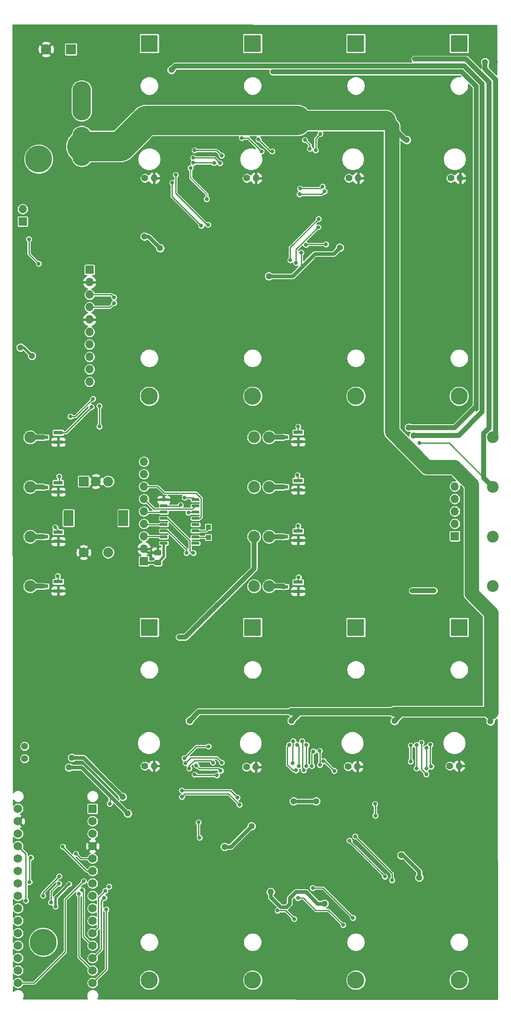
<source format=gbr>
%TF.GenerationSoftware,KiCad,Pcbnew,5.1.8*%
%TF.CreationDate,2020-12-26T20:56:00+01:00*%
%TF.ProjectId,charger2,63686172-6765-4723-922e-6b696361645f,rev?*%
%TF.SameCoordinates,Original*%
%TF.FileFunction,Copper,L2,Bot*%
%TF.FilePolarity,Positive*%
%FSLAX46Y46*%
G04 Gerber Fmt 4.6, Leading zero omitted, Abs format (unit mm)*
G04 Created by KiCad (PCBNEW 5.1.8) date 2020-12-26 20:56:00*
%MOMM*%
%LPD*%
G01*
G04 APERTURE LIST*
%TA.AperFunction,ComponentPad*%
%ADD10O,1.400000X1.400000*%
%TD*%
%TA.AperFunction,ComponentPad*%
%ADD11C,1.400000*%
%TD*%
%TA.AperFunction,ComponentPad*%
%ADD12C,3.500000*%
%TD*%
%TA.AperFunction,ComponentPad*%
%ADD13R,3.500000X3.500000*%
%TD*%
%TA.AperFunction,ComponentPad*%
%ADD14O,2.400000X2.400000*%
%TD*%
%TA.AperFunction,ComponentPad*%
%ADD15C,2.400000*%
%TD*%
%TA.AperFunction,ComponentPad*%
%ADD16R,1.700000X1.700000*%
%TD*%
%TA.AperFunction,ComponentPad*%
%ADD17O,1.700000X1.700000*%
%TD*%
%TA.AperFunction,ComponentPad*%
%ADD18C,1.727200*%
%TD*%
%TA.AperFunction,ComponentPad*%
%ADD19R,1.727200X1.727200*%
%TD*%
%TA.AperFunction,ComponentPad*%
%ADD20O,3.800000X8.000000*%
%TD*%
%TA.AperFunction,ComponentPad*%
%ADD21R,1.000000X1.000000*%
%TD*%
%TA.AperFunction,ComponentPad*%
%ADD22C,5.500000*%
%TD*%
%TA.AperFunction,ComponentPad*%
%ADD23R,2.000000X2.000000*%
%TD*%
%TA.AperFunction,ComponentPad*%
%ADD24C,2.000000*%
%TD*%
%TA.AperFunction,ComponentPad*%
%ADD25R,2.000000X3.200000*%
%TD*%
%TA.AperFunction,SMDPad,CuDef*%
%ADD26R,1.900000X0.800000*%
%TD*%
%TA.AperFunction,ComponentPad*%
%ADD27R,2.100000X2.100000*%
%TD*%
%TA.AperFunction,ComponentPad*%
%ADD28C,2.100000*%
%TD*%
%TA.AperFunction,ViaPad*%
%ADD29C,1.300000*%
%TD*%
%TA.AperFunction,ViaPad*%
%ADD30C,0.800000*%
%TD*%
%TA.AperFunction,Conductor*%
%ADD31C,0.500000*%
%TD*%
%TA.AperFunction,Conductor*%
%ADD32C,0.250000*%
%TD*%
%TA.AperFunction,Conductor*%
%ADD33C,0.750000*%
%TD*%
%TA.AperFunction,Conductor*%
%ADD34C,0.200000*%
%TD*%
%TA.AperFunction,Conductor*%
%ADD35C,1.000000*%
%TD*%
%TA.AperFunction,Conductor*%
%ADD36C,6.000000*%
%TD*%
%TA.AperFunction,Conductor*%
%ADD37C,2.000000*%
%TD*%
%TA.AperFunction,Conductor*%
%ADD38C,1.500000*%
%TD*%
%TA.AperFunction,Conductor*%
%ADD39C,4.000000*%
%TD*%
%TA.AperFunction,Conductor*%
%ADD40C,3.000000*%
%TD*%
%TA.AperFunction,Conductor*%
%ADD41C,0.254000*%
%TD*%
%TA.AperFunction,Conductor*%
%ADD42C,0.100000*%
%TD*%
G04 APERTURE END LIST*
D10*
X79500000Y-26700000D03*
D11*
X77600000Y-26700000D03*
D12*
X79300000Y-71200000D03*
D13*
X79300000Y800000D03*
D14*
X-8320000Y-79600000D03*
D15*
X37400000Y-79600000D03*
D14*
X40480000Y-110000000D03*
D15*
X86200000Y-110000000D03*
D12*
X58200000Y-190400000D03*
D13*
X58200000Y-118400000D03*
X37100000Y800000D03*
D12*
X37100000Y-71200000D03*
D13*
X16000000Y800000D03*
D12*
X16000000Y-71200000D03*
D16*
X-9860000Y-35542000D03*
D17*
X-9860000Y-33002000D03*
D10*
X58533332Y-146800000D03*
D11*
X56633332Y-146800000D03*
D10*
X79300000Y-146700000D03*
D11*
X77400000Y-146700000D03*
D10*
X37766666Y-146900000D03*
D11*
X35866666Y-146900000D03*
D10*
X17000000Y-146700000D03*
D11*
X15100000Y-146700000D03*
D10*
X58666666Y-26700000D03*
D11*
X56766666Y-26700000D03*
D10*
X37833333Y-26700000D03*
D11*
X35933333Y-26700000D03*
D10*
X17000000Y-26700000D03*
D11*
X15100000Y-26700000D03*
D14*
X40480000Y-99866666D03*
D15*
X86200000Y-99866666D03*
D14*
X-8320000Y-110000000D03*
D15*
X37400000Y-110000000D03*
D14*
X-8320000Y-99866666D03*
D15*
X37400000Y-99866666D03*
D14*
X40480000Y-89733333D03*
D15*
X86200000Y-89733333D03*
D14*
X40480000Y-79600000D03*
D15*
X86200000Y-79600000D03*
D14*
X-8320000Y-89733333D03*
D15*
X37400000Y-89733333D03*
D12*
X16000000Y-190400000D03*
D13*
X16000000Y-118400000D03*
D12*
X37100000Y-190400000D03*
D13*
X37100000Y-118400000D03*
D12*
X79300000Y-190400000D03*
D13*
X79300000Y-118400000D03*
X58200000Y800000D03*
D12*
X58200000Y-71200000D03*
%TA.AperFunction,SMDPad,CuDef*%
G36*
G01*
X24650000Y-101395000D02*
X24650000Y-101095000D01*
G75*
G02*
X24800000Y-100945000I150000J0D01*
G01*
X26100000Y-100945000D01*
G75*
G02*
X26250000Y-101095000I0J-150000D01*
G01*
X26250000Y-101395000D01*
G75*
G02*
X26100000Y-101545000I-150000J0D01*
G01*
X24800000Y-101545000D01*
G75*
G02*
X24650000Y-101395000I0J150000D01*
G01*
G37*
%TD.AperFunction*%
%TA.AperFunction,SMDPad,CuDef*%
G36*
G01*
X24650000Y-100125000D02*
X24650000Y-99825000D01*
G75*
G02*
X24800000Y-99675000I150000J0D01*
G01*
X26100000Y-99675000D01*
G75*
G02*
X26250000Y-99825000I0J-150000D01*
G01*
X26250000Y-100125000D01*
G75*
G02*
X26100000Y-100275000I-150000J0D01*
G01*
X24800000Y-100275000D01*
G75*
G02*
X24650000Y-100125000I0J150000D01*
G01*
G37*
%TD.AperFunction*%
%TA.AperFunction,SMDPad,CuDef*%
G36*
G01*
X24650000Y-98855000D02*
X24650000Y-98555000D01*
G75*
G02*
X24800000Y-98405000I150000J0D01*
G01*
X26100000Y-98405000D01*
G75*
G02*
X26250000Y-98555000I0J-150000D01*
G01*
X26250000Y-98855000D01*
G75*
G02*
X26100000Y-99005000I-150000J0D01*
G01*
X24800000Y-99005000D01*
G75*
G02*
X24650000Y-98855000I0J150000D01*
G01*
G37*
%TD.AperFunction*%
%TA.AperFunction,SMDPad,CuDef*%
G36*
G01*
X24650000Y-97585000D02*
X24650000Y-97285000D01*
G75*
G02*
X24800000Y-97135000I150000J0D01*
G01*
X26100000Y-97135000D01*
G75*
G02*
X26250000Y-97285000I0J-150000D01*
G01*
X26250000Y-97585000D01*
G75*
G02*
X26100000Y-97735000I-150000J0D01*
G01*
X24800000Y-97735000D01*
G75*
G02*
X24650000Y-97585000I0J150000D01*
G01*
G37*
%TD.AperFunction*%
%TA.AperFunction,SMDPad,CuDef*%
G36*
G01*
X24650000Y-96315000D02*
X24650000Y-96015000D01*
G75*
G02*
X24800000Y-95865000I150000J0D01*
G01*
X26100000Y-95865000D01*
G75*
G02*
X26250000Y-96015000I0J-150000D01*
G01*
X26250000Y-96315000D01*
G75*
G02*
X26100000Y-96465000I-150000J0D01*
G01*
X24800000Y-96465000D01*
G75*
G02*
X24650000Y-96315000I0J150000D01*
G01*
G37*
%TD.AperFunction*%
%TA.AperFunction,SMDPad,CuDef*%
G36*
G01*
X24650000Y-95045000D02*
X24650000Y-94745000D01*
G75*
G02*
X24800000Y-94595000I150000J0D01*
G01*
X26100000Y-94595000D01*
G75*
G02*
X26250000Y-94745000I0J-150000D01*
G01*
X26250000Y-95045000D01*
G75*
G02*
X26100000Y-95195000I-150000J0D01*
G01*
X24800000Y-95195000D01*
G75*
G02*
X24650000Y-95045000I0J150000D01*
G01*
G37*
%TD.AperFunction*%
%TA.AperFunction,SMDPad,CuDef*%
G36*
G01*
X24650000Y-93775000D02*
X24650000Y-93475000D01*
G75*
G02*
X24800000Y-93325000I150000J0D01*
G01*
X26100000Y-93325000D01*
G75*
G02*
X26250000Y-93475000I0J-150000D01*
G01*
X26250000Y-93775000D01*
G75*
G02*
X26100000Y-93925000I-150000J0D01*
G01*
X24800000Y-93925000D01*
G75*
G02*
X24650000Y-93775000I0J150000D01*
G01*
G37*
%TD.AperFunction*%
%TA.AperFunction,SMDPad,CuDef*%
G36*
G01*
X24650000Y-92505000D02*
X24650000Y-92205000D01*
G75*
G02*
X24800000Y-92055000I150000J0D01*
G01*
X26100000Y-92055000D01*
G75*
G02*
X26250000Y-92205000I0J-150000D01*
G01*
X26250000Y-92505000D01*
G75*
G02*
X26100000Y-92655000I-150000J0D01*
G01*
X24800000Y-92655000D01*
G75*
G02*
X24650000Y-92505000I0J150000D01*
G01*
G37*
%TD.AperFunction*%
%TA.AperFunction,SMDPad,CuDef*%
G36*
G01*
X18150000Y-92505000D02*
X18150000Y-92205000D01*
G75*
G02*
X18300000Y-92055000I150000J0D01*
G01*
X19600000Y-92055000D01*
G75*
G02*
X19750000Y-92205000I0J-150000D01*
G01*
X19750000Y-92505000D01*
G75*
G02*
X19600000Y-92655000I-150000J0D01*
G01*
X18300000Y-92655000D01*
G75*
G02*
X18150000Y-92505000I0J150000D01*
G01*
G37*
%TD.AperFunction*%
%TA.AperFunction,SMDPad,CuDef*%
G36*
G01*
X18150000Y-93775000D02*
X18150000Y-93475000D01*
G75*
G02*
X18300000Y-93325000I150000J0D01*
G01*
X19600000Y-93325000D01*
G75*
G02*
X19750000Y-93475000I0J-150000D01*
G01*
X19750000Y-93775000D01*
G75*
G02*
X19600000Y-93925000I-150000J0D01*
G01*
X18300000Y-93925000D01*
G75*
G02*
X18150000Y-93775000I0J150000D01*
G01*
G37*
%TD.AperFunction*%
%TA.AperFunction,SMDPad,CuDef*%
G36*
G01*
X18150000Y-95045000D02*
X18150000Y-94745000D01*
G75*
G02*
X18300000Y-94595000I150000J0D01*
G01*
X19600000Y-94595000D01*
G75*
G02*
X19750000Y-94745000I0J-150000D01*
G01*
X19750000Y-95045000D01*
G75*
G02*
X19600000Y-95195000I-150000J0D01*
G01*
X18300000Y-95195000D01*
G75*
G02*
X18150000Y-95045000I0J150000D01*
G01*
G37*
%TD.AperFunction*%
%TA.AperFunction,SMDPad,CuDef*%
G36*
G01*
X18150000Y-96315000D02*
X18150000Y-96015000D01*
G75*
G02*
X18300000Y-95865000I150000J0D01*
G01*
X19600000Y-95865000D01*
G75*
G02*
X19750000Y-96015000I0J-150000D01*
G01*
X19750000Y-96315000D01*
G75*
G02*
X19600000Y-96465000I-150000J0D01*
G01*
X18300000Y-96465000D01*
G75*
G02*
X18150000Y-96315000I0J150000D01*
G01*
G37*
%TD.AperFunction*%
%TA.AperFunction,SMDPad,CuDef*%
G36*
G01*
X18150000Y-97585000D02*
X18150000Y-97285000D01*
G75*
G02*
X18300000Y-97135000I150000J0D01*
G01*
X19600000Y-97135000D01*
G75*
G02*
X19750000Y-97285000I0J-150000D01*
G01*
X19750000Y-97585000D01*
G75*
G02*
X19600000Y-97735000I-150000J0D01*
G01*
X18300000Y-97735000D01*
G75*
G02*
X18150000Y-97585000I0J150000D01*
G01*
G37*
%TD.AperFunction*%
%TA.AperFunction,SMDPad,CuDef*%
G36*
G01*
X18150000Y-98855000D02*
X18150000Y-98555000D01*
G75*
G02*
X18300000Y-98405000I150000J0D01*
G01*
X19600000Y-98405000D01*
G75*
G02*
X19750000Y-98555000I0J-150000D01*
G01*
X19750000Y-98855000D01*
G75*
G02*
X19600000Y-99005000I-150000J0D01*
G01*
X18300000Y-99005000D01*
G75*
G02*
X18150000Y-98855000I0J150000D01*
G01*
G37*
%TD.AperFunction*%
%TA.AperFunction,SMDPad,CuDef*%
G36*
G01*
X18150000Y-100125000D02*
X18150000Y-99825000D01*
G75*
G02*
X18300000Y-99675000I150000J0D01*
G01*
X19600000Y-99675000D01*
G75*
G02*
X19750000Y-99825000I0J-150000D01*
G01*
X19750000Y-100125000D01*
G75*
G02*
X19600000Y-100275000I-150000J0D01*
G01*
X18300000Y-100275000D01*
G75*
G02*
X18150000Y-100125000I0J150000D01*
G01*
G37*
%TD.AperFunction*%
%TA.AperFunction,SMDPad,CuDef*%
G36*
G01*
X18150000Y-101395000D02*
X18150000Y-101095000D01*
G75*
G02*
X18300000Y-100945000I150000J0D01*
G01*
X19600000Y-100945000D01*
G75*
G02*
X19750000Y-101095000I0J-150000D01*
G01*
X19750000Y-101395000D01*
G75*
G02*
X19600000Y-101545000I-150000J0D01*
G01*
X18300000Y-101545000D01*
G75*
G02*
X18150000Y-101395000I0J150000D01*
G01*
G37*
%TD.AperFunction*%
D18*
X-10820000Y-155430000D03*
X-10820000Y-157970000D03*
X-10820000Y-160510000D03*
X-10820000Y-163050000D03*
X-10820000Y-165590000D03*
X-10820000Y-168130000D03*
X-10820000Y-170670000D03*
X-10820000Y-173210000D03*
X-10820000Y-175750000D03*
X-10820000Y-178290000D03*
X-10820000Y-180830000D03*
X-10820000Y-183370000D03*
X-10820000Y-185910000D03*
X-10820000Y-188450000D03*
X-10820000Y-190990000D03*
X4420000Y-190990000D03*
X4420000Y-188450000D03*
X4420000Y-185910000D03*
X4420000Y-183370000D03*
X4420000Y-180830000D03*
X4420000Y-178290000D03*
X4420000Y-175750000D03*
X4420000Y-173210000D03*
X4420000Y-170670000D03*
X4420000Y-168130000D03*
X4420000Y-165590000D03*
X4420000Y-163050000D03*
X4420000Y-160510000D03*
X4420000Y-157970000D03*
D19*
X4420000Y-155430000D03*
D17*
X14902000Y-92196000D03*
X14902000Y-97276000D03*
X14902000Y-99816000D03*
D16*
X14902000Y-104896000D03*
D17*
X14902000Y-89656000D03*
X14902000Y-87116000D03*
X14902000Y-102356000D03*
X14902000Y-94736000D03*
X14902000Y-84576000D03*
X78420000Y-92160000D03*
X78420000Y-97240000D03*
X78420000Y-89620000D03*
D16*
X78420000Y-99780000D03*
D17*
X78420000Y-94700000D03*
X3800000Y-68260000D03*
X3800000Y-65720000D03*
X3800000Y-63180000D03*
X3800000Y-60640000D03*
X3800000Y-58100000D03*
X3800000Y-55560000D03*
X3800000Y-53020000D03*
X3800000Y-50480000D03*
X3800000Y-47940000D03*
D16*
X3800000Y-45400000D03*
%TA.AperFunction,SMDPad,CuDef*%
G36*
G01*
X18190001Y-103720000D02*
X17289999Y-103720000D01*
G75*
G02*
X17040000Y-103470001I0J249999D01*
G01*
X17040000Y-102819999D01*
G75*
G02*
X17289999Y-102570000I249999J0D01*
G01*
X18190001Y-102570000D01*
G75*
G02*
X18440000Y-102819999I0J-249999D01*
G01*
X18440000Y-103470001D01*
G75*
G02*
X18190001Y-103720000I-249999J0D01*
G01*
G37*
%TD.AperFunction*%
%TA.AperFunction,SMDPad,CuDef*%
G36*
G01*
X18190001Y-105770000D02*
X17289999Y-105770000D01*
G75*
G02*
X17040000Y-105520001I0J249999D01*
G01*
X17040000Y-104869999D01*
G75*
G02*
X17289999Y-104620000I249999J0D01*
G01*
X18190001Y-104620000D01*
G75*
G02*
X18440000Y-104869999I0J-249999D01*
G01*
X18440000Y-105520001D01*
G75*
G02*
X18190001Y-105770000I-249999J0D01*
G01*
G37*
%TD.AperFunction*%
D20*
X2200000Y-20200000D03*
X2200000Y-10900000D03*
D21*
X28060000Y-100030000D03*
X28060000Y-97940000D03*
D22*
X-5680000Y-182660000D03*
X-6600000Y-22790000D03*
D23*
X2600000Y-88600000D03*
D24*
X5100000Y-88600000D03*
X7600000Y-88600000D03*
D25*
X-500000Y-96100000D03*
X10700000Y-96100000D03*
D24*
X2600000Y-103100000D03*
X7600000Y-103100000D03*
D26*
X-2600000Y-98950000D03*
X-2600000Y-100850000D03*
X-5600000Y-99900000D03*
X-2600000Y-109050000D03*
X-2600000Y-110950000D03*
X-5600000Y-110000000D03*
X46400000Y-98750000D03*
X46400000Y-100650000D03*
X43400000Y-99916666D03*
X46400000Y-109150000D03*
X46400000Y-111050000D03*
X43400000Y-110100000D03*
X-5600000Y-89800000D03*
X-2600000Y-90750000D03*
X-2600000Y-88850000D03*
X-5600000Y-79600000D03*
X-2600000Y-80550000D03*
X-2600000Y-78650000D03*
X43400000Y-89733333D03*
X46400000Y-90350000D03*
X46400000Y-88450000D03*
X43400000Y-79550000D03*
X46400000Y-80500000D03*
X46400000Y-78600000D03*
D27*
X0Y-400000D03*
D28*
X-5080000Y-400000D03*
D11*
X-9470000Y-145190000D03*
X-9470000Y-142650000D03*
D29*
X22150000Y-137400000D03*
D30*
X81600000Y-131200000D03*
X81600000Y-130200000D03*
X22200000Y-131600000D03*
X21000000Y-129600000D03*
X22200000Y-129600000D03*
X21000000Y-130600000D03*
X22190002Y-130600000D03*
X19800000Y-130600000D03*
X19800000Y-131600000D03*
X21000000Y-131600000D03*
X19800000Y-129600000D03*
X43200000Y-131600000D03*
X42000000Y-129600000D03*
X43200000Y-129600000D03*
X42000000Y-130600000D03*
X43190002Y-130600000D03*
X40800000Y-130600000D03*
X40800000Y-131600000D03*
X42000000Y-131600000D03*
X40800000Y-129600000D03*
X64200000Y-131600000D03*
X63000000Y-129600000D03*
X64200000Y-129600000D03*
X63000000Y-130600000D03*
X64190002Y-130600000D03*
X61800000Y-130600000D03*
X61800000Y-131600000D03*
X63000000Y-131600000D03*
X61800000Y-129600000D03*
X83560000Y-129600000D03*
X83560000Y-130600000D03*
X82600000Y-130600000D03*
X82600000Y-131600000D03*
X83560000Y-131600000D03*
X82600000Y-129600000D03*
X64390002Y-10200000D03*
X63200000Y-10200000D03*
X62000000Y-10200000D03*
X63200000Y-11200000D03*
X62000000Y-9200000D03*
X62000000Y-11200000D03*
X64400000Y-9200000D03*
X64400000Y-11200000D03*
X63200000Y-9200000D03*
X43190002Y-10200000D03*
X42000000Y-10200000D03*
X40800000Y-10200000D03*
X42000000Y-11200000D03*
X40800000Y-9200000D03*
X40800000Y-11200000D03*
X43200000Y-9200000D03*
X43200000Y-11200000D03*
X42000000Y-9200000D03*
X20800000Y-10200000D03*
X22000000Y-11200000D03*
X22000000Y-9200000D03*
X20800000Y-9200000D03*
X20800000Y-11200000D03*
X19600000Y-11200000D03*
X19600000Y-10200000D03*
X19600000Y-9200000D03*
X50940000Y-176930000D03*
X38000000Y-54000000D03*
X50200000Y-53800000D03*
X52600000Y-68400000D03*
X30250000Y-118500000D03*
X51400000Y-118550000D03*
X74250000Y-117000000D03*
X51200000Y800000D03*
X72400000Y800000D03*
X10800000Y-120000000D03*
X21990002Y-10200000D03*
X81600000Y-130200000D03*
X81600000Y-9000000D03*
X81600000Y-10000000D03*
X81600000Y-11000000D03*
X80800000Y-9600000D03*
X80800000Y-10600000D03*
X80800000Y-11600000D03*
X81600000Y-12000000D03*
X80800000Y-12600000D03*
X8800000Y800000D03*
X30200000Y0D03*
D29*
X86600000Y-3000000D03*
X81300000Y-17200000D03*
X67680000Y-6540000D03*
X46000000Y-6400000D03*
X42790000Y-18920000D03*
X21800000Y-18800000D03*
X31492000Y-27200000D03*
X40400000Y-32600000D03*
X75200000Y-69600000D03*
X54400000Y-69800000D03*
X32800000Y-69600000D03*
X11200000Y-69800000D03*
X42900000Y-137450000D03*
X63900000Y-137400000D03*
X83850000Y-137550000D03*
X46150000Y-126950000D03*
X82200000Y-125500000D03*
X67102000Y-162100000D03*
X82400000Y-185550000D03*
X61850000Y-185400000D03*
X40302929Y-185302929D03*
X17850000Y-186250000D03*
X31488000Y-154050000D03*
X-7650000Y-58900000D03*
X1200000Y-57300000D03*
X-2200000Y-59250000D03*
X9800000Y-43350000D03*
X7000004Y-34688000D03*
X-3450000Y-32400000D03*
X25350000Y-126750000D03*
X67150000Y-126650000D03*
X1570000Y-63330000D03*
X54910000Y-35542000D03*
X23105570Y-36249570D03*
X23668000Y-162542000D03*
D30*
X58466000Y-165844000D03*
X40940000Y-156700000D03*
X7158000Y-174988000D03*
D29*
X-7999948Y-64457162D03*
X-5288000Y-69070000D03*
X54757596Y-159240000D03*
X63038000Y-21064000D03*
X68118000Y-21064000D03*
X63038000Y-31478000D03*
X68118000Y-36304000D03*
X68118000Y-31478000D03*
X62784000Y-36812000D03*
X68118000Y-41892000D03*
X62784000Y-75420000D03*
X68372000Y-75420000D03*
X62784000Y-67800000D03*
X68118000Y-67800000D03*
X62784000Y-57640000D03*
X68118000Y-57640000D03*
X62784000Y-49258000D03*
X68118000Y-49258000D03*
X62784000Y-41892000D03*
X28748000Y-19032000D03*
X62300000Y-17800000D03*
X54910000Y-17762000D03*
X57196000Y-17762000D03*
X59482000Y-17762000D03*
X56688000Y-11920000D03*
X59736000Y-11920000D03*
X31034000Y-19032000D03*
X33574000Y-19032000D03*
X28748000Y-10904000D03*
X31034000Y-10904000D03*
X33574000Y-10904000D03*
X52370000Y-137396000D03*
X59228000Y-137396000D03*
X59228000Y-133840000D03*
X52370000Y-133840000D03*
X55672000Y-133840000D03*
X55672000Y-137396000D03*
X28748000Y-133840000D03*
X28748000Y-137142000D03*
X32304000Y-133840000D03*
X32304000Y-137142000D03*
X36114000Y-133840000D03*
X36114000Y-137142000D03*
X76754000Y-133586000D03*
X79548000Y-133586000D03*
X76754000Y-137650000D03*
X79548000Y-137650000D03*
D30*
X-9200000Y-174200000D03*
D29*
X-399996Y-147000000D03*
X11600000Y-156400000D03*
X18200000Y-41000006D03*
X15000000Y-38600000D03*
X31400000Y-163200000D03*
X54910000Y-40876000D03*
X40432000Y-46718000D03*
D30*
X47025000Y-41892000D03*
D29*
X36876000Y-158986000D03*
X45475000Y-153906000D03*
X50084000Y-153906000D03*
D30*
X7920000Y-154414000D03*
X-5700000Y-173175000D03*
X46000000Y-44000000D03*
X-2400000Y-169201459D03*
X65600000Y-170000000D03*
X8800000Y-52200000D03*
X50513499Y-36713499D03*
X-100000Y-75350000D03*
X4500000Y-71750000D03*
X58059604Y-161068800D03*
X28010620Y-36210616D03*
X21400000Y-26000000D03*
X26600000Y-36400000D03*
X20674990Y-27599852D03*
X33997962Y-153147666D03*
X22652000Y-151700000D03*
X34425021Y-154600044D03*
X22652000Y-153000000D03*
D29*
X51800000Y-174800000D03*
X200000Y-145000000D03*
X40799998Y-172400000D03*
X67500000Y-164950000D03*
X71150000Y-169450000D03*
D30*
X62200000Y-156850000D03*
X62100000Y-154450000D03*
D29*
X10557032Y-153000000D03*
X-10299997Y-61255301D03*
X-7971570Y-62957430D03*
D30*
X-4080000Y-174560000D03*
X-2450000Y-170700000D03*
X-400000Y-170800000D03*
X-3160002Y-175380000D03*
X1000000Y-164600000D03*
X24000000Y-95000000D03*
X2600000Y-170200000D03*
X23200000Y-91900000D03*
X1600000Y-172800000D03*
X22400000Y-93399980D03*
X2281806Y-172068451D03*
X25000000Y-103200000D03*
X7000000Y-172200000D03*
X23600000Y-103200000D03*
X6799980Y-173600000D03*
X7208800Y-176004000D03*
X44800000Y-43430000D03*
X50600000Y-34999986D03*
X-8475000Y-170400000D03*
X-8200000Y-165400000D03*
X8799994Y-51000000D03*
X64129825Y-169274990D03*
X56891200Y-161932396D03*
X46400000Y-77400000D03*
X46250000Y-87300000D03*
X52100000Y-40200000D03*
X48000000Y-40300000D03*
X4200000Y-73400000D03*
X5800000Y-73200000D03*
X5800000Y-77400000D03*
X-2400000Y-87600000D03*
X47200004Y-141600000D03*
X46500000Y-108150000D03*
X47562166Y-147568324D03*
X48125010Y-142400000D03*
X46400000Y-97700000D03*
X48075659Y-146710216D03*
X-2700004Y-107900000D03*
X-3225000Y-97975000D03*
X27732000Y-30970000D03*
X24430000Y-24620000D03*
X23400000Y-146100000D03*
X30800000Y-146000000D03*
X28999998Y-146000000D03*
X24150249Y-147213244D03*
X28100000Y-142700000D03*
X23187340Y-145112660D03*
X30450000Y-23650000D03*
X24956271Y-22550007D03*
X25245622Y-21011976D03*
X30780000Y-22080000D03*
X38300000Y-18800000D03*
X41130000Y-21225010D03*
X50000000Y-21000000D03*
X50949340Y-17649340D03*
X48800000Y-20700000D03*
X47800000Y-18900000D03*
X34900000Y-18500000D03*
X38899467Y-21225001D03*
X29800000Y-148600000D03*
X25250000Y-148450000D03*
X30596313Y-147650011D03*
X25600004Y-146600000D03*
X45312660Y-146087340D03*
X45400000Y-141600000D03*
X49214270Y-146700000D03*
X49529872Y-143729872D03*
X50850011Y-146500000D03*
X50800000Y-143600000D03*
X46000000Y-147600006D03*
X44600000Y-142400000D03*
D29*
X84600000Y-3000000D03*
D30*
X70200000Y-2400000D03*
X71200000Y-80800000D03*
X41200000Y-5000028D03*
D29*
X69000000Y-77600000D03*
X70000000Y-79200000D03*
X20525000Y-4600000D03*
D30*
X69400000Y-142500000D03*
X69700000Y-110900000D03*
X69400000Y-145782085D03*
X74200000Y-110900000D03*
X49400000Y-171600000D03*
X46555216Y-146692885D03*
X46200000Y-142400000D03*
X57600000Y-177700000D03*
X22100000Y-120400000D03*
X26050002Y-158160570D03*
X26250000Y-161350000D03*
X46350000Y-173650000D03*
X55600000Y-179150000D03*
X-1675040Y-163150937D03*
X-6600000Y-44150000D03*
X-8600001Y-39149999D03*
X46800000Y-28800000D03*
X71600000Y-141900000D03*
X72600000Y-148400000D03*
X51400000Y-28400000D03*
X72631329Y-142982041D03*
X72600000Y-147199996D03*
X73393567Y-142334726D03*
X73600000Y-146800000D03*
X46700000Y-30000000D03*
X70600000Y-142400000D03*
X70600000Y-147200000D03*
X51800000Y-29400000D03*
X29250000Y-23600000D03*
X25000000Y-23550000D03*
X45600000Y-177924967D03*
X42195445Y-176204978D03*
X53800000Y-147700000D03*
X51575021Y-145700000D03*
X7800000Y-171312000D03*
D29*
X65400000Y-17200000D03*
X44800000Y-17000000D03*
X23800000Y-17200000D03*
X68600000Y-18900000D03*
X85700000Y-137600000D03*
X66100000Y-137500000D03*
X45050000Y-137450000D03*
X24250000Y-137450000D03*
D31*
X15691000Y-103145000D02*
X14902000Y-102356000D01*
X17740000Y-103145000D02*
X15691000Y-103145000D01*
D32*
X-9200000Y-164670000D02*
X-10820000Y-163050000D01*
X-9200000Y-174200000D02*
X-9200000Y-164670000D01*
D33*
X-399996Y-147000000D02*
X2200000Y-147000000D01*
X15799994Y-38600000D02*
X15000000Y-38600000D01*
X18200000Y-41000006D02*
X15799994Y-38600000D01*
X40432000Y-46718000D02*
X45258000Y-46718000D01*
X53640000Y-42146000D02*
X54910000Y-40876000D01*
X49830000Y-42146000D02*
X53640000Y-42146000D01*
D32*
X47025000Y-41892000D02*
X47025000Y-44951000D01*
D33*
X46528000Y-45448000D02*
X49830000Y-42146000D01*
D32*
X47025000Y-44951000D02*
X46528000Y-45448000D01*
D33*
X45258000Y-46718000D02*
X46528000Y-45448000D01*
X32662000Y-163200000D02*
X36876000Y-158986000D01*
X31400000Y-163200000D02*
X32662000Y-163200000D01*
X45475000Y-153906000D02*
X50084000Y-153906000D01*
D32*
X8005000Y-154329000D02*
X7920000Y-154414000D01*
X8005000Y-152805000D02*
X8005000Y-154329000D01*
D33*
X2200000Y-147000000D02*
X8005000Y-152805000D01*
X8005000Y-152805000D02*
X11600000Y-156400000D01*
D32*
X46000000Y-44000000D02*
X46000000Y-41226998D01*
X-5700000Y-173175000D02*
X-5700000Y-172501459D01*
X-5700000Y-172501459D02*
X-2400000Y-169201459D01*
X3800000Y-53020000D02*
X7980000Y-53020000D01*
X7980000Y-53020000D02*
X8800000Y-52200000D01*
X46000000Y-41226998D02*
X50513499Y-36713499D01*
X4450000Y-71750000D02*
X4500000Y-71750000D01*
X850000Y-75350000D02*
X4450000Y-71750000D01*
X-100000Y-75350000D02*
X850000Y-75350000D01*
X65600000Y-168609196D02*
X58059604Y-161068800D01*
X65600000Y-170000000D02*
X65600000Y-168609196D01*
X21400000Y-29800000D02*
X21400000Y-26000000D01*
X28010620Y-36210616D02*
X27810616Y-36210616D01*
X27810616Y-36210616D02*
X21400000Y-29800000D01*
X26600000Y-36400000D02*
X20674990Y-30474990D01*
X20674990Y-30474990D02*
X20674990Y-27599852D01*
X33997962Y-153147666D02*
X32550296Y-151700000D01*
X32550296Y-151700000D02*
X22652000Y-151700000D01*
X23270000Y-152382000D02*
X22652000Y-153000000D01*
X32206977Y-152382000D02*
X23270000Y-152382000D01*
X34425021Y-154600044D02*
X32206977Y-152382000D01*
D33*
X48000000Y-172400000D02*
X45943906Y-172400000D01*
X44029706Y-175485712D02*
X42853702Y-175485712D01*
X50400000Y-174800000D02*
X48000000Y-172400000D01*
X42853702Y-175485712D02*
X40799998Y-173432008D01*
X44676888Y-173667018D02*
X44676888Y-174838530D01*
X45943906Y-172400000D02*
X44676888Y-173667018D01*
X44676888Y-174838530D02*
X44029706Y-175485712D01*
X40799998Y-173432008D02*
X40799998Y-172400000D01*
X51800000Y-174800000D02*
X50400000Y-174800000D01*
D32*
X62200000Y-154550000D02*
X62100000Y-154450000D01*
X62200000Y-156850000D02*
X62200000Y-154550000D01*
D33*
X71150000Y-168250000D02*
X71150000Y-169450000D01*
X67850000Y-164950000D02*
X71150000Y-168250000D01*
X67500000Y-164950000D02*
X67850000Y-164950000D01*
X2557032Y-145000000D02*
X10557032Y-153000000D01*
X200000Y-145000000D02*
X2557032Y-145000000D01*
D31*
X-9673699Y-61255301D02*
X-7971570Y-62957430D01*
X-10299997Y-61255301D02*
X-9673699Y-61255301D01*
D32*
X-4080000Y-172330000D02*
X-2450000Y-170700000D01*
X-4080000Y-174560000D02*
X-4080000Y-172330000D01*
X14902000Y-104095002D02*
X14902000Y-104896000D01*
D31*
X-400000Y-170800000D02*
X-3160002Y-173560002D01*
X-3160002Y-173560002D02*
X-3160002Y-175380000D01*
X18950000Y-103985000D02*
X17740000Y-105195000D01*
X18950000Y-101245000D02*
X18950000Y-103985000D01*
X15201000Y-105195000D02*
X14902000Y-104896000D01*
X17740000Y-105195000D02*
X15201000Y-105195000D01*
D32*
X4420000Y-165590000D02*
X1990000Y-165590000D01*
X1990000Y-165590000D02*
X1000000Y-164600000D01*
X27595000Y-98705000D02*
X25450000Y-98705000D01*
X28300000Y-98000000D02*
X27595000Y-98705000D01*
X28275000Y-99975000D02*
X28300000Y-100000000D01*
X25450000Y-99975000D02*
X28275000Y-99975000D01*
X26250000Y-96165000D02*
X25450000Y-96165000D01*
X26575010Y-95839990D02*
X26250000Y-96165000D01*
X26575010Y-92008242D02*
X26575010Y-95839990D01*
X25533384Y-90966616D02*
X26575010Y-92008242D01*
X17722768Y-89656000D02*
X19033384Y-90966616D01*
X19033384Y-90966616D02*
X25533384Y-90966616D01*
X14902000Y-89656000D02*
X17722768Y-89656000D01*
X24105000Y-94895000D02*
X24000000Y-95000000D01*
X25450000Y-94895000D02*
X24105000Y-94895000D01*
X-7574000Y-190990000D02*
X-10820000Y-190990000D01*
X-1200000Y-174000000D02*
X-1200000Y-184616000D01*
X-1200000Y-184616000D02*
X-7574000Y-190990000D01*
X2600000Y-170200000D02*
X-1200000Y-174000000D01*
X16956010Y-94250010D02*
X24824990Y-94250010D01*
X14902000Y-92196000D02*
X16956010Y-94250010D01*
X24824990Y-94250010D02*
X25450000Y-93625000D01*
X24995000Y-91900000D02*
X25450000Y-92355000D01*
X23200000Y-91900000D02*
X24995000Y-91900000D01*
X1600000Y-185630000D02*
X1600000Y-172800000D01*
X4420000Y-188450000D02*
X1600000Y-185630000D01*
X22174980Y-93625000D02*
X22400000Y-93399980D01*
X18950000Y-93625000D02*
X22174980Y-93625000D01*
X2525002Y-172311647D02*
X2281806Y-172068451D01*
X4420000Y-183370000D02*
X2525002Y-181475002D01*
X2525002Y-181475002D02*
X2525002Y-172311647D01*
X15061000Y-94895000D02*
X14902000Y-94736000D01*
X18950000Y-94895000D02*
X15061000Y-94895000D01*
X24324990Y-102851988D02*
X24600000Y-103126998D01*
X24324990Y-100739990D02*
X24324990Y-102851988D01*
X19750000Y-96165000D02*
X24324990Y-100739990D01*
X18950000Y-96165000D02*
X19750000Y-96165000D01*
X24926998Y-103126998D02*
X25000000Y-103200000D01*
X24600000Y-103126998D02*
X24926998Y-103126998D01*
X4420000Y-180830000D02*
X5608601Y-179641399D01*
X5608601Y-179641399D02*
X5608601Y-173591399D01*
X5608601Y-173591399D02*
X7000000Y-172200000D01*
X15061000Y-97435000D02*
X14902000Y-97276000D01*
X18950000Y-97435000D02*
X15061000Y-97435000D01*
X23600000Y-102555000D02*
X23600000Y-103200000D01*
X19750000Y-98705000D02*
X23600000Y-102555000D01*
X18950000Y-98705000D02*
X19750000Y-98705000D01*
X4420000Y-185910000D02*
X6200001Y-184129999D01*
X6200001Y-184129999D02*
X6200001Y-174199979D01*
X6200001Y-174199979D02*
X6799980Y-173600000D01*
X18791000Y-99816000D02*
X18950000Y-99975000D01*
X14902000Y-99816000D02*
X18791000Y-99816000D01*
X7208800Y-188201200D02*
X7208800Y-176004000D01*
X4420000Y-190990000D02*
X7208800Y-188201200D01*
X44800000Y-40799986D02*
X50600000Y-34999986D01*
X44800000Y-43430000D02*
X44800000Y-40799986D01*
X-8475000Y-170400000D02*
X-8475000Y-165675000D01*
X-8475000Y-165675000D02*
X-8200000Y-165400000D01*
X3800000Y-50480000D02*
X8279994Y-50480000D01*
X8279994Y-50480000D02*
X8799994Y-51000000D01*
X56891200Y-162036365D02*
X56891200Y-161932396D01*
X64129825Y-169274990D02*
X56891200Y-162036365D01*
X46400000Y-78600000D02*
X46400000Y-77400000D01*
X46400000Y-88450000D02*
X46400000Y-87450000D01*
X46400000Y-87450000D02*
X46250000Y-87300000D01*
X48100000Y-40200000D02*
X48000000Y-40300000D01*
X52100000Y-40200000D02*
X48100000Y-40200000D01*
X-1050000Y-78650000D02*
X-2600000Y-78650000D01*
X4200000Y-73400000D02*
X-1050000Y-78650000D01*
X5800000Y-73200000D02*
X5800000Y-77400000D01*
X-2400000Y-88650000D02*
X-2600000Y-88850000D01*
X-2400000Y-87600000D02*
X-2400000Y-88650000D01*
X46400000Y-108250000D02*
X46500000Y-108150000D01*
X46400000Y-109150000D02*
X46400000Y-108250000D01*
X47280220Y-147286378D02*
X47562166Y-147568324D01*
X47280220Y-141680216D02*
X47280220Y-147286378D01*
X47200004Y-141600000D02*
X47280220Y-141680216D01*
X46400000Y-98750000D02*
X46400000Y-97700000D01*
X48125010Y-142400000D02*
X48125010Y-146660865D01*
X48125010Y-146660865D02*
X48075659Y-146710216D01*
X-2600000Y-108000004D02*
X-2700004Y-107900000D01*
X-2600000Y-109050000D02*
X-2600000Y-108000004D01*
X-2600000Y-98600000D02*
X-3225000Y-97975000D01*
X-2600000Y-98950000D02*
X-2600000Y-98600000D01*
D34*
X27732000Y-29954000D02*
X24430000Y-26652000D01*
X27732000Y-30970000D02*
X27732000Y-29954000D01*
X24430000Y-26652000D02*
X24430000Y-24620000D01*
D32*
X29800001Y-145000001D02*
X30800000Y-146000000D01*
X24499999Y-145000001D02*
X29800001Y-145000001D01*
X23400000Y-146100000D02*
X24499999Y-145000001D01*
X24150249Y-146647559D02*
X24150249Y-147213244D01*
X28999998Y-146000000D02*
X28599999Y-145600001D01*
X25197807Y-145600001D02*
X24150249Y-146647559D01*
X28599999Y-145600001D02*
X25197807Y-145600001D01*
X28100000Y-142700000D02*
X25600000Y-142700000D01*
X25600000Y-142700000D02*
X23187340Y-145112660D01*
X24956271Y-22550007D02*
X29350007Y-22550007D01*
X29350007Y-22550007D02*
X30450000Y-23650000D01*
X25245622Y-21011976D02*
X29711976Y-21011976D01*
X29711976Y-21011976D02*
X30780000Y-22080000D01*
X38300000Y-18800000D02*
X40725010Y-21225010D01*
X40725010Y-21225010D02*
X41130000Y-21225010D01*
X50000000Y-21000000D02*
X50000000Y-18598680D01*
X50000000Y-18598680D02*
X50949340Y-17649340D01*
X48800000Y-19900000D02*
X47800000Y-18900000D01*
X48800000Y-20700000D02*
X48800000Y-19900000D01*
X36211612Y-18500000D02*
X38686624Y-20975012D01*
X34900000Y-18500000D02*
X36211612Y-18500000D01*
X38686624Y-21012158D02*
X38899467Y-21225001D01*
X38686624Y-20975012D02*
X38686624Y-21012158D01*
X29800000Y-148600000D02*
X25400000Y-148600000D01*
X25400000Y-148600000D02*
X25250000Y-148450000D01*
X30596313Y-147650011D02*
X30196314Y-147250012D01*
X30196314Y-147250012D02*
X26250016Y-147250012D01*
X26250016Y-147250012D02*
X25600004Y-146600000D01*
X45312660Y-142760344D02*
X45400000Y-142673004D01*
X45400000Y-142673004D02*
X45400000Y-141600000D01*
X45312660Y-146087340D02*
X45312660Y-142760344D01*
X49214270Y-144045474D02*
X49529872Y-143729872D01*
X49214270Y-146700000D02*
X49214270Y-144045474D01*
X50850011Y-146500000D02*
X50850011Y-143650011D01*
X50850011Y-143650011D02*
X50800000Y-143600000D01*
X45334319Y-147600006D02*
X44200001Y-146465688D01*
X46000000Y-147600006D02*
X45334319Y-147600006D01*
X44200001Y-146465688D02*
X44200001Y-142799999D01*
X44200001Y-142799999D02*
X44600000Y-142400000D01*
D35*
X86799999Y-6599999D02*
X85600000Y-5400000D01*
X86799999Y-79000001D02*
X86799999Y-6599999D01*
X86200000Y-79600000D02*
X86799999Y-79000001D01*
X84600000Y-4400000D02*
X85600000Y-5400000D01*
X84600000Y-3000000D02*
X84600000Y-4400000D01*
X80702930Y-2400000D02*
X70200000Y-2400000D01*
X85400000Y-77699999D02*
X85400000Y-7097070D01*
X84299999Y-78800000D02*
X85400000Y-77699999D01*
X84299999Y-87833332D02*
X84299999Y-78800000D01*
X86200000Y-89733333D02*
X84299999Y-87833332D01*
X85400000Y-7097070D02*
X80702930Y-2400000D01*
D32*
X77266667Y-80800000D02*
X71200000Y-80800000D01*
X86200000Y-89733333D02*
X77266667Y-80800000D01*
D35*
X79859030Y-5000028D02*
X41200000Y-5000028D01*
X82800000Y-7940998D02*
X79859030Y-5000028D01*
X82800000Y-73800000D02*
X82800000Y-73200000D01*
X82800000Y-73200000D02*
X82800000Y-7940998D01*
X82800000Y-73200000D02*
X78400000Y-77600000D01*
X78400000Y-77600000D02*
X69000000Y-77600000D01*
X80356042Y-3799969D02*
X21325031Y-3799969D01*
X84000011Y-7443938D02*
X80356042Y-3799969D01*
X21325031Y-3799969D02*
X20525000Y-4600000D01*
X84000011Y-74399989D02*
X84000011Y-7443938D01*
X79200000Y-79200000D02*
X84000011Y-74399989D01*
X70000000Y-79200000D02*
X79200000Y-79200000D01*
D32*
X69400000Y-142500000D02*
X69400000Y-145782085D01*
D35*
X74200000Y-110900000D02*
X69700000Y-110900000D01*
D32*
X46555216Y-142755216D02*
X46200000Y-142400000D01*
X46555216Y-146692885D02*
X46555216Y-142755216D01*
X51500000Y-171600000D02*
X57600000Y-177700000D01*
X49400000Y-171600000D02*
X51500000Y-171600000D01*
D35*
X22100000Y-120400000D02*
X23400000Y-120400000D01*
X37400000Y-106400000D02*
X37400000Y-99866666D01*
X23400000Y-120400000D02*
X37400000Y-106400000D01*
D32*
X26050002Y-161150002D02*
X26250000Y-161350000D01*
X26050002Y-158160570D02*
X26050002Y-161150002D01*
X52600000Y-176150000D02*
X55600000Y-179150000D01*
X49950000Y-176150000D02*
X52600000Y-176150000D01*
X47450000Y-173650000D02*
X49950000Y-176150000D01*
X46350000Y-173650000D02*
X47450000Y-173650000D01*
X4420000Y-168130000D02*
X3198686Y-168130000D01*
X-1675040Y-163256274D02*
X-1675040Y-163150937D01*
X3198686Y-168130000D02*
X-1675040Y-163256274D01*
X-8600001Y-42149999D02*
X-8600001Y-39149999D01*
X-6600000Y-44150000D02*
X-8600001Y-42149999D01*
D35*
X43350000Y-79600000D02*
X43400000Y-79550000D01*
X40480000Y-79600000D02*
X43350000Y-79600000D01*
X40480000Y-89733333D02*
X43400000Y-89733333D01*
X-8320000Y-79600000D02*
X-5600000Y-79600000D01*
X-5666667Y-89733333D02*
X-5600000Y-89800000D01*
X-8320000Y-89733333D02*
X-5666667Y-89733333D01*
X43300000Y-110000000D02*
X43400000Y-110100000D01*
X40480000Y-110000000D02*
X43300000Y-110000000D01*
X43350000Y-99866666D02*
X43400000Y-99916666D01*
X40480000Y-99866666D02*
X43350000Y-99866666D01*
X-8320000Y-110000000D02*
X-5600000Y-110000000D01*
X-5633334Y-99866666D02*
X-5600000Y-99900000D01*
X-8320000Y-99866666D02*
X-5633334Y-99866666D01*
D32*
X71600000Y-147400000D02*
X72600000Y-148400000D01*
X71600000Y-141900000D02*
X71600000Y-147400000D01*
X51000001Y-28799999D02*
X51400000Y-28400000D01*
X46800000Y-28800000D02*
X51000001Y-28799999D01*
X72631329Y-147168667D02*
X72600000Y-147199996D01*
X72631329Y-142982041D02*
X72631329Y-147168667D01*
X73393567Y-146593567D02*
X73600000Y-146800000D01*
X73393567Y-142334726D02*
X73393567Y-146593567D01*
X70600000Y-142400000D02*
X70600000Y-147200000D01*
X51200000Y-30000000D02*
X51800000Y-29400000D01*
X46700000Y-30000000D02*
X51200000Y-30000000D01*
X25000000Y-23550000D02*
X29200000Y-23550000D01*
X29200000Y-23550000D02*
X29250000Y-23600000D01*
X43880011Y-176204978D02*
X42195445Y-176204978D01*
X45600000Y-177924967D02*
X43880011Y-176204978D01*
X53800000Y-147700000D02*
X51800000Y-145700000D01*
X51800000Y-145700000D02*
X51575021Y-145700000D01*
D36*
X2200000Y-20200000D02*
X3300000Y-20200000D01*
X10100000Y-20200000D02*
X15400001Y-14899999D01*
X15400001Y-14899999D02*
X46099999Y-14899999D01*
X2200000Y-20200000D02*
X10100000Y-20200000D01*
D37*
X85849990Y-135750010D02*
X85699979Y-135599999D01*
D35*
X64299999Y-14899999D02*
X68300000Y-18900000D01*
X68300000Y-18900000D02*
X68600000Y-18900000D01*
X85700000Y-135900000D02*
X85849990Y-135750010D01*
X85700000Y-137600000D02*
X85700000Y-135900000D01*
X66100000Y-137500000D02*
X68000001Y-135599999D01*
X68000001Y-135599999D02*
X68649999Y-135599999D01*
D37*
X68649999Y-135599999D02*
X66000001Y-135599999D01*
X85699979Y-135599999D02*
X68649999Y-135599999D01*
D35*
X45050000Y-137450000D02*
X46399999Y-136100001D01*
D38*
X46399999Y-135599999D02*
X45000001Y-135599999D01*
D35*
X46399999Y-136100001D02*
X46399999Y-135599999D01*
D38*
X66000001Y-135599999D02*
X46399999Y-135599999D01*
D35*
X24250000Y-137450000D02*
X26100001Y-135599999D01*
X26100001Y-135599999D02*
X27699999Y-135599999D01*
X45000001Y-135599999D02*
X27699999Y-135599999D01*
D39*
X46099999Y-14899999D02*
X64299999Y-14899999D01*
D40*
X85849990Y-135750010D02*
X85849990Y-115449990D01*
X72750000Y-85650000D02*
X65600000Y-78500000D01*
X85849990Y-115449990D02*
X81900000Y-111500000D01*
X81900000Y-111500000D02*
X81900000Y-89200000D01*
X65600000Y-16200000D02*
X64299999Y-14899999D01*
X81900000Y-89200000D02*
X78350000Y-85650000D01*
X78350000Y-85650000D02*
X72750000Y-85650000D01*
X65600000Y-78500000D02*
X65600000Y-16200000D01*
D41*
X86973064Y4473128D02*
X86978130Y-5608576D01*
X86213512Y-4843959D01*
X86213503Y-4843948D01*
X85427000Y-4057446D01*
X85427000Y-3520860D01*
X85465806Y-3462783D01*
X85539454Y-3284980D01*
X85577000Y-3096226D01*
X85577000Y-2903774D01*
X85539454Y-2715020D01*
X85465806Y-2537217D01*
X85358885Y-2377199D01*
X85222801Y-2241115D01*
X85062783Y-2134194D01*
X84884980Y-2060546D01*
X84696226Y-2023000D01*
X84503774Y-2023000D01*
X84315020Y-2060546D01*
X84137217Y-2134194D01*
X83977199Y-2241115D01*
X83841115Y-2377199D01*
X83734194Y-2537217D01*
X83660546Y-2715020D01*
X83623000Y-2903774D01*
X83623000Y-3096226D01*
X83660546Y-3284980D01*
X83734194Y-3462783D01*
X83773000Y-3520861D01*
X83773001Y-4300517D01*
X81316435Y-1843952D01*
X81290536Y-1812394D01*
X81164609Y-1709048D01*
X81020940Y-1632255D01*
X80865050Y-1584966D01*
X80743554Y-1573000D01*
X80743544Y-1573000D01*
X80702930Y-1569000D01*
X80662316Y-1573000D01*
X70159376Y-1573000D01*
X70037880Y-1584966D01*
X69881990Y-1632255D01*
X69738321Y-1709048D01*
X69612394Y-1812394D01*
X69509048Y-1938321D01*
X69432255Y-2081990D01*
X69384966Y-2237880D01*
X69368999Y-2400000D01*
X69384966Y-2562120D01*
X69432255Y-2718010D01*
X69509048Y-2861679D01*
X69600382Y-2972969D01*
X21365645Y-2972969D01*
X21325031Y-2968969D01*
X21284417Y-2972969D01*
X21284407Y-2972969D01*
X21162911Y-2984935D01*
X21007021Y-3032224D01*
X20940144Y-3067971D01*
X20863351Y-3109017D01*
X20768979Y-3186466D01*
X20768972Y-3186473D01*
X20737425Y-3212363D01*
X20711534Y-3243911D01*
X20308527Y-3646919D01*
X20240020Y-3660546D01*
X20062217Y-3734194D01*
X19902199Y-3841115D01*
X19766115Y-3977199D01*
X19659194Y-4137217D01*
X19585546Y-4315020D01*
X19548000Y-4503774D01*
X19548000Y-4696226D01*
X19585546Y-4884980D01*
X19659194Y-5062783D01*
X19766115Y-5222801D01*
X19902199Y-5358885D01*
X20062217Y-5465806D01*
X20240020Y-5539454D01*
X20428774Y-5577000D01*
X20621226Y-5577000D01*
X20809980Y-5539454D01*
X20987783Y-5465806D01*
X21147801Y-5358885D01*
X21283885Y-5222801D01*
X21390806Y-5062783D01*
X21464454Y-4884980D01*
X21478081Y-4816473D01*
X21667585Y-4626969D01*
X40461679Y-4626969D01*
X40432255Y-4682018D01*
X40384966Y-4837908D01*
X40368999Y-5000028D01*
X40384966Y-5162148D01*
X40432255Y-5318038D01*
X40509048Y-5461707D01*
X40612394Y-5587634D01*
X40738321Y-5690980D01*
X40881990Y-5767773D01*
X41037880Y-5815062D01*
X41159376Y-5827028D01*
X79516477Y-5827028D01*
X79636663Y-5947214D01*
X79489793Y-5918000D01*
X79110207Y-5918000D01*
X78737915Y-5992053D01*
X78387223Y-6137315D01*
X78071609Y-6348201D01*
X77803201Y-6616609D01*
X77592315Y-6932223D01*
X77447053Y-7282915D01*
X77373000Y-7655207D01*
X77373000Y-8034793D01*
X77447053Y-8407085D01*
X77592315Y-8757777D01*
X77803201Y-9073391D01*
X78071609Y-9341799D01*
X78387223Y-9552685D01*
X78737915Y-9697947D01*
X79110207Y-9772000D01*
X79489793Y-9772000D01*
X79862085Y-9697947D01*
X80212777Y-9552685D01*
X80528391Y-9341799D01*
X80796799Y-9073391D01*
X81007685Y-8757777D01*
X81152947Y-8407085D01*
X81227000Y-8034793D01*
X81227000Y-7655207D01*
X81197786Y-7508339D01*
X81973001Y-8283554D01*
X81973000Y-72857445D01*
X78057447Y-76773000D01*
X69520860Y-76773000D01*
X69462783Y-76734194D01*
X69284980Y-76660546D01*
X69096226Y-76623000D01*
X68903774Y-76623000D01*
X68715020Y-76660546D01*
X68537217Y-76734194D01*
X68377199Y-76841115D01*
X68241115Y-76977199D01*
X68134194Y-77137217D01*
X68060546Y-77315020D01*
X68023000Y-77503774D01*
X68023000Y-77696226D01*
X68060546Y-77884980D01*
X68134194Y-78062783D01*
X68241115Y-78222801D01*
X68377199Y-78358885D01*
X68537217Y-78465806D01*
X68715020Y-78539454D01*
X68903774Y-78577000D01*
X69096226Y-78577000D01*
X69277340Y-78540974D01*
X69241115Y-78577199D01*
X69134194Y-78737217D01*
X69060546Y-78915020D01*
X69023000Y-79103774D01*
X69023000Y-79296226D01*
X69033679Y-79349912D01*
X67427000Y-77743233D01*
X67427000Y-70995433D01*
X77223000Y-70995433D01*
X77223000Y-71404567D01*
X77302818Y-71805839D01*
X77459386Y-72183829D01*
X77686689Y-72524011D01*
X77975989Y-72813311D01*
X78316171Y-73040614D01*
X78694161Y-73197182D01*
X79095433Y-73277000D01*
X79504567Y-73277000D01*
X79905839Y-73197182D01*
X80283829Y-73040614D01*
X80624011Y-72813311D01*
X80913311Y-72524011D01*
X81140614Y-72183829D01*
X81297182Y-71805839D01*
X81377000Y-71404567D01*
X81377000Y-70995433D01*
X81297182Y-70594161D01*
X81140614Y-70216171D01*
X80913311Y-69875989D01*
X80624011Y-69586689D01*
X80283829Y-69359386D01*
X79905839Y-69202818D01*
X79504567Y-69123000D01*
X79095433Y-69123000D01*
X78694161Y-69202818D01*
X78316171Y-69359386D01*
X77975989Y-69586689D01*
X77686689Y-69875989D01*
X77459386Y-70216171D01*
X77302818Y-70594161D01*
X77223000Y-70995433D01*
X67427000Y-70995433D01*
X67427000Y-63265207D01*
X77373000Y-63265207D01*
X77373000Y-63644793D01*
X77447053Y-64017085D01*
X77592315Y-64367777D01*
X77803201Y-64683391D01*
X78071609Y-64951799D01*
X78387223Y-65162685D01*
X78737915Y-65307947D01*
X79110207Y-65382000D01*
X79489793Y-65382000D01*
X79862085Y-65307947D01*
X80212777Y-65162685D01*
X80528391Y-64951799D01*
X80796799Y-64683391D01*
X81007685Y-64367777D01*
X81152947Y-64017085D01*
X81227000Y-63644793D01*
X81227000Y-63265207D01*
X81152947Y-62892915D01*
X81007685Y-62542223D01*
X80796799Y-62226609D01*
X80528391Y-61958201D01*
X80212777Y-61747315D01*
X79862085Y-61602053D01*
X79489793Y-61528000D01*
X79110207Y-61528000D01*
X78737915Y-61602053D01*
X78387223Y-61747315D01*
X78071609Y-61958201D01*
X77803201Y-62226609D01*
X77592315Y-62542223D01*
X77447053Y-62892915D01*
X77373000Y-63265207D01*
X67427000Y-63265207D01*
X67427000Y-26598849D01*
X76573000Y-26598849D01*
X76573000Y-26801151D01*
X76612467Y-26999565D01*
X76689885Y-27186467D01*
X76802277Y-27354674D01*
X76945326Y-27497723D01*
X77113533Y-27610115D01*
X77300435Y-27687533D01*
X77498849Y-27727000D01*
X77701151Y-27727000D01*
X77899565Y-27687533D01*
X78086467Y-27610115D01*
X78254674Y-27497723D01*
X78360257Y-27392140D01*
X78504649Y-27589670D01*
X78697340Y-27766759D01*
X78920877Y-27902853D01*
X79166670Y-27992722D01*
X79373000Y-27870201D01*
X79373000Y-26827000D01*
X79627000Y-26827000D01*
X79627000Y-27870201D01*
X79833330Y-27992722D01*
X80079123Y-27902853D01*
X80302660Y-27766759D01*
X80495351Y-27589670D01*
X80649792Y-27378392D01*
X80760047Y-27141044D01*
X80792716Y-27033329D01*
X80669374Y-26827000D01*
X79627000Y-26827000D01*
X79373000Y-26827000D01*
X79353000Y-26827000D01*
X79353000Y-26573000D01*
X79373000Y-26573000D01*
X79373000Y-25529799D01*
X79627000Y-25529799D01*
X79627000Y-26573000D01*
X80669374Y-26573000D01*
X80792716Y-26366671D01*
X80760047Y-26258956D01*
X80649792Y-26021608D01*
X80495351Y-25810330D01*
X80302660Y-25633241D01*
X80079123Y-25497147D01*
X79833330Y-25407278D01*
X79627000Y-25529799D01*
X79373000Y-25529799D01*
X79166670Y-25407278D01*
X78920877Y-25497147D01*
X78697340Y-25633241D01*
X78504649Y-25810330D01*
X78360257Y-26007860D01*
X78254674Y-25902277D01*
X78086467Y-25789885D01*
X77899565Y-25712467D01*
X77701151Y-25673000D01*
X77498849Y-25673000D01*
X77300435Y-25712467D01*
X77113533Y-25789885D01*
X76945326Y-25902277D01*
X76802277Y-26045326D01*
X76689885Y-26213533D01*
X76612467Y-26400435D01*
X76573000Y-26598849D01*
X67427000Y-26598849D01*
X67427000Y-22567503D01*
X76039422Y-22567503D01*
X76039422Y-23032497D01*
X76130138Y-23488555D01*
X76308083Y-23918153D01*
X76566419Y-24304781D01*
X76895219Y-24633581D01*
X77281847Y-24891917D01*
X77711445Y-25069862D01*
X78167503Y-25160578D01*
X78632497Y-25160578D01*
X79088555Y-25069862D01*
X79518153Y-24891917D01*
X79904781Y-24633581D01*
X80233581Y-24304781D01*
X80491917Y-23918153D01*
X80669862Y-23488555D01*
X80760578Y-23032497D01*
X80760578Y-22567503D01*
X80669862Y-22111445D01*
X80491917Y-21681847D01*
X80233581Y-21295219D01*
X79904781Y-20966419D01*
X79518153Y-20708083D01*
X79088555Y-20530138D01*
X78632497Y-20439422D01*
X78167503Y-20439422D01*
X77711445Y-20530138D01*
X77281847Y-20708083D01*
X76895219Y-20966419D01*
X76566419Y-21295219D01*
X76308083Y-21681847D01*
X76130138Y-22111445D01*
X76039422Y-22567503D01*
X67427000Y-22567503D01*
X67427000Y-19196555D01*
X67686504Y-19456059D01*
X67712394Y-19487606D01*
X67743941Y-19513496D01*
X67743948Y-19513503D01*
X67838320Y-19590952D01*
X67905762Y-19627000D01*
X67981990Y-19667745D01*
X67997501Y-19672450D01*
X68137217Y-19765806D01*
X68315020Y-19839454D01*
X68503774Y-19877000D01*
X68696226Y-19877000D01*
X68884980Y-19839454D01*
X69062783Y-19765806D01*
X69222801Y-19658885D01*
X69358885Y-19522801D01*
X69465806Y-19362783D01*
X69539454Y-19184980D01*
X69577000Y-18996226D01*
X69577000Y-18803774D01*
X69539454Y-18615020D01*
X69465806Y-18437217D01*
X69358885Y-18277199D01*
X69222801Y-18141115D01*
X69062783Y-18034194D01*
X68884980Y-17960546D01*
X68696226Y-17923000D01*
X68503774Y-17923000D01*
X68494416Y-17924861D01*
X67427000Y-16857446D01*
X67427000Y-16289751D01*
X67435840Y-16199999D01*
X67418407Y-16023000D01*
X67400565Y-15841845D01*
X67296095Y-15497454D01*
X67126445Y-15180062D01*
X66898135Y-14901865D01*
X66828417Y-14844649D01*
X66611436Y-14627668D01*
X66593329Y-14443827D01*
X66460269Y-14005186D01*
X66244190Y-13600932D01*
X65953398Y-13246600D01*
X65599066Y-12955808D01*
X65194812Y-12739729D01*
X64756171Y-12606669D01*
X64414314Y-12572999D01*
X48494231Y-12572999D01*
X48463926Y-12536072D01*
X47957324Y-12120315D01*
X47379347Y-11811380D01*
X46752205Y-11621139D01*
X46263434Y-11572999D01*
X15563435Y-11572999D01*
X15400000Y-11556902D01*
X14747794Y-11621139D01*
X14557553Y-11678848D01*
X14120653Y-11811380D01*
X13542676Y-12120315D01*
X13036074Y-12536072D01*
X12931889Y-12663022D01*
X8721912Y-16873000D01*
X4069323Y-16873000D01*
X4060642Y-16856759D01*
X3782346Y-16517654D01*
X3443241Y-16239358D01*
X3056358Y-16032565D01*
X2636567Y-15905223D01*
X2200000Y-15862225D01*
X1763432Y-15905223D01*
X1343641Y-16032565D01*
X956759Y-16239358D01*
X617654Y-16517654D01*
X339358Y-16856759D01*
X132565Y-17243642D01*
X5223Y-17663433D01*
X1599Y-17700230D01*
X-163927Y-17836073D01*
X-579684Y-18342675D01*
X-888619Y-18920652D01*
X-1078860Y-19547794D01*
X-1143097Y-20200000D01*
X-1078860Y-20852206D01*
X-888619Y-21479348D01*
X-579684Y-22057325D01*
X-163927Y-22563927D01*
X1600Y-22699771D01*
X5224Y-22736568D01*
X132566Y-23156359D01*
X339359Y-23543241D01*
X617655Y-23882346D01*
X956760Y-24160642D01*
X1343642Y-24367435D01*
X1763433Y-24494777D01*
X2200000Y-24537775D01*
X2636568Y-24494777D01*
X3056359Y-24367435D01*
X3443241Y-24160642D01*
X3782346Y-23882346D01*
X4060642Y-23543241D01*
X4069323Y-23527000D01*
X9936565Y-23527000D01*
X10100000Y-23543097D01*
X10653772Y-23488555D01*
X10752206Y-23478860D01*
X11379348Y-23288619D01*
X11957325Y-22979684D01*
X12459569Y-22567503D01*
X13639422Y-22567503D01*
X13639422Y-23032497D01*
X13730138Y-23488555D01*
X13908083Y-23918153D01*
X14166419Y-24304781D01*
X14495219Y-24633581D01*
X14881847Y-24891917D01*
X15311445Y-25069862D01*
X15767503Y-25160578D01*
X16232497Y-25160578D01*
X16688555Y-25069862D01*
X17118153Y-24891917D01*
X17504781Y-24633581D01*
X17589965Y-24548397D01*
X23703000Y-24548397D01*
X23703000Y-24691603D01*
X23730938Y-24832058D01*
X23785741Y-24964364D01*
X23865302Y-25083436D01*
X23966564Y-25184698D01*
X24003001Y-25209044D01*
X24003000Y-26631033D01*
X24000935Y-26652000D01*
X24003000Y-26672967D01*
X24003000Y-26672977D01*
X24009178Y-26735706D01*
X24033595Y-26816195D01*
X24052052Y-26850726D01*
X24073245Y-26890376D01*
X24081792Y-26900790D01*
X24126605Y-26955395D01*
X24142900Y-26968768D01*
X27305001Y-30130871D01*
X27305001Y-30380956D01*
X27268564Y-30405302D01*
X27167302Y-30506564D01*
X27087741Y-30625636D01*
X27032938Y-30757942D01*
X27005000Y-30898397D01*
X27005000Y-31041603D01*
X27032938Y-31182058D01*
X27087741Y-31314364D01*
X27167302Y-31433436D01*
X27268564Y-31534698D01*
X27387636Y-31614259D01*
X27519942Y-31669062D01*
X27660397Y-31697000D01*
X27803603Y-31697000D01*
X27944058Y-31669062D01*
X28076364Y-31614259D01*
X28195436Y-31534698D01*
X28296698Y-31433436D01*
X28376259Y-31314364D01*
X28431062Y-31182058D01*
X28459000Y-31041603D01*
X28459000Y-30898397D01*
X28431062Y-30757942D01*
X28376259Y-30625636D01*
X28296698Y-30506564D01*
X28195436Y-30405302D01*
X28159000Y-30380956D01*
X28159000Y-29974966D01*
X28161065Y-29953999D01*
X28159000Y-29933032D01*
X28159000Y-29933022D01*
X28158545Y-29928397D01*
X45973000Y-29928397D01*
X45973000Y-30071603D01*
X46000938Y-30212058D01*
X46055741Y-30344364D01*
X46135302Y-30463436D01*
X46236564Y-30564698D01*
X46355636Y-30644259D01*
X46487942Y-30699062D01*
X46628397Y-30727000D01*
X46771603Y-30727000D01*
X46912058Y-30699062D01*
X47044364Y-30644259D01*
X47163436Y-30564698D01*
X47264698Y-30463436D01*
X47272339Y-30452000D01*
X51177795Y-30452000D01*
X51200000Y-30454187D01*
X51222205Y-30452000D01*
X51288607Y-30445460D01*
X51373810Y-30419614D01*
X51452333Y-30377643D01*
X51521159Y-30321159D01*
X51535323Y-30303900D01*
X51714907Y-30124317D01*
X51728397Y-30127000D01*
X51871603Y-30127000D01*
X52012058Y-30099062D01*
X52144364Y-30044259D01*
X52263436Y-29964698D01*
X52364698Y-29863436D01*
X52444259Y-29744364D01*
X52499062Y-29612058D01*
X52527000Y-29471603D01*
X52527000Y-29328397D01*
X52499062Y-29187942D01*
X52444259Y-29055636D01*
X52364698Y-28936564D01*
X52263436Y-28835302D01*
X52144364Y-28755741D01*
X52054897Y-28718682D01*
X52099062Y-28612058D01*
X52127000Y-28471603D01*
X52127000Y-28328397D01*
X52099062Y-28187942D01*
X52044259Y-28055636D01*
X51964698Y-27936564D01*
X51863436Y-27835302D01*
X51744364Y-27755741D01*
X51612058Y-27700938D01*
X51471603Y-27673000D01*
X51328397Y-27673000D01*
X51187942Y-27700938D01*
X51055636Y-27755741D01*
X50936564Y-27835302D01*
X50835302Y-27936564D01*
X50755741Y-28055636D01*
X50700938Y-28187942D01*
X50673000Y-28328397D01*
X50673000Y-28347999D01*
X47372340Y-28348001D01*
X47364698Y-28336564D01*
X47263436Y-28235302D01*
X47144364Y-28155741D01*
X47012058Y-28100938D01*
X46871603Y-28073000D01*
X46728397Y-28073000D01*
X46587942Y-28100938D01*
X46455636Y-28155741D01*
X46336564Y-28235302D01*
X46235302Y-28336564D01*
X46155741Y-28455636D01*
X46100938Y-28587942D01*
X46073000Y-28728397D01*
X46073000Y-28871603D01*
X46100938Y-29012058D01*
X46155741Y-29144364D01*
X46235302Y-29263436D01*
X46336564Y-29364698D01*
X46339397Y-29366591D01*
X46236564Y-29435302D01*
X46135302Y-29536564D01*
X46055741Y-29655636D01*
X46000938Y-29787942D01*
X45973000Y-29928397D01*
X28158545Y-29928397D01*
X28152822Y-29870293D01*
X28128405Y-29789804D01*
X28104117Y-29744364D01*
X28088755Y-29715623D01*
X28048768Y-29666898D01*
X28048759Y-29666889D01*
X28035395Y-29650605D01*
X28019111Y-29637241D01*
X24980718Y-26598849D01*
X34906333Y-26598849D01*
X34906333Y-26801151D01*
X34945800Y-26999565D01*
X35023218Y-27186467D01*
X35135610Y-27354674D01*
X35278659Y-27497723D01*
X35446866Y-27610115D01*
X35633768Y-27687533D01*
X35832182Y-27727000D01*
X36034484Y-27727000D01*
X36232898Y-27687533D01*
X36419800Y-27610115D01*
X36588007Y-27497723D01*
X36693590Y-27392140D01*
X36837982Y-27589670D01*
X37030673Y-27766759D01*
X37254210Y-27902853D01*
X37500003Y-27992722D01*
X37706333Y-27870201D01*
X37706333Y-26827000D01*
X37960333Y-26827000D01*
X37960333Y-27870201D01*
X38166663Y-27992722D01*
X38412456Y-27902853D01*
X38635993Y-27766759D01*
X38828684Y-27589670D01*
X38983125Y-27378392D01*
X39093380Y-27141044D01*
X39126049Y-27033329D01*
X39002707Y-26827000D01*
X37960333Y-26827000D01*
X37706333Y-26827000D01*
X37686333Y-26827000D01*
X37686333Y-26598849D01*
X55739666Y-26598849D01*
X55739666Y-26801151D01*
X55779133Y-26999565D01*
X55856551Y-27186467D01*
X55968943Y-27354674D01*
X56111992Y-27497723D01*
X56280199Y-27610115D01*
X56467101Y-27687533D01*
X56665515Y-27727000D01*
X56867817Y-27727000D01*
X57066231Y-27687533D01*
X57253133Y-27610115D01*
X57421340Y-27497723D01*
X57526923Y-27392140D01*
X57671315Y-27589670D01*
X57864006Y-27766759D01*
X58087543Y-27902853D01*
X58333336Y-27992722D01*
X58539666Y-27870201D01*
X58539666Y-26827000D01*
X58793666Y-26827000D01*
X58793666Y-27870201D01*
X58999996Y-27992722D01*
X59245789Y-27902853D01*
X59469326Y-27766759D01*
X59662017Y-27589670D01*
X59816458Y-27378392D01*
X59926713Y-27141044D01*
X59959382Y-27033329D01*
X59836040Y-26827000D01*
X58793666Y-26827000D01*
X58539666Y-26827000D01*
X58519666Y-26827000D01*
X58519666Y-26573000D01*
X58539666Y-26573000D01*
X58539666Y-25529799D01*
X58793666Y-25529799D01*
X58793666Y-26573000D01*
X59836040Y-26573000D01*
X59959382Y-26366671D01*
X59926713Y-26258956D01*
X59816458Y-26021608D01*
X59662017Y-25810330D01*
X59469326Y-25633241D01*
X59245789Y-25497147D01*
X58999996Y-25407278D01*
X58793666Y-25529799D01*
X58539666Y-25529799D01*
X58333336Y-25407278D01*
X58087543Y-25497147D01*
X57864006Y-25633241D01*
X57671315Y-25810330D01*
X57526923Y-26007860D01*
X57421340Y-25902277D01*
X57253133Y-25789885D01*
X57066231Y-25712467D01*
X56867817Y-25673000D01*
X56665515Y-25673000D01*
X56467101Y-25712467D01*
X56280199Y-25789885D01*
X56111992Y-25902277D01*
X55968943Y-26045326D01*
X55856551Y-26213533D01*
X55779133Y-26400435D01*
X55739666Y-26598849D01*
X37686333Y-26598849D01*
X37686333Y-26573000D01*
X37706333Y-26573000D01*
X37706333Y-25529799D01*
X37960333Y-25529799D01*
X37960333Y-26573000D01*
X39002707Y-26573000D01*
X39126049Y-26366671D01*
X39093380Y-26258956D01*
X38983125Y-26021608D01*
X38828684Y-25810330D01*
X38635993Y-25633241D01*
X38412456Y-25497147D01*
X38166663Y-25407278D01*
X37960333Y-25529799D01*
X37706333Y-25529799D01*
X37500003Y-25407278D01*
X37254210Y-25497147D01*
X37030673Y-25633241D01*
X36837982Y-25810330D01*
X36693590Y-26007860D01*
X36588007Y-25902277D01*
X36419800Y-25789885D01*
X36232898Y-25712467D01*
X36034484Y-25673000D01*
X35832182Y-25673000D01*
X35633768Y-25712467D01*
X35446866Y-25789885D01*
X35278659Y-25902277D01*
X35135610Y-26045326D01*
X35023218Y-26213533D01*
X34945800Y-26400435D01*
X34906333Y-26598849D01*
X24980718Y-26598849D01*
X24857000Y-26475132D01*
X24857000Y-25209044D01*
X24893436Y-25184698D01*
X24994698Y-25083436D01*
X25074259Y-24964364D01*
X25129062Y-24832058D01*
X25157000Y-24691603D01*
X25157000Y-24548397D01*
X25129062Y-24407942D01*
X25074579Y-24276408D01*
X25212058Y-24249062D01*
X25344364Y-24194259D01*
X25463436Y-24114698D01*
X25564698Y-24013436D01*
X25572339Y-24002000D01*
X28644252Y-24002000D01*
X28685302Y-24063436D01*
X28786564Y-24164698D01*
X28905636Y-24244259D01*
X29037942Y-24299062D01*
X29178397Y-24327000D01*
X29321603Y-24327000D01*
X29462058Y-24299062D01*
X29594364Y-24244259D01*
X29713436Y-24164698D01*
X29814698Y-24063436D01*
X29833296Y-24035603D01*
X29885302Y-24113436D01*
X29986564Y-24214698D01*
X30105636Y-24294259D01*
X30237942Y-24349062D01*
X30378397Y-24377000D01*
X30521603Y-24377000D01*
X30662058Y-24349062D01*
X30794364Y-24294259D01*
X30913436Y-24214698D01*
X31014698Y-24113436D01*
X31094259Y-23994364D01*
X31149062Y-23862058D01*
X31177000Y-23721603D01*
X31177000Y-23578397D01*
X31149062Y-23437942D01*
X31094259Y-23305636D01*
X31014698Y-23186564D01*
X30913436Y-23085302D01*
X30794364Y-23005741D01*
X30662058Y-22950938D01*
X30521603Y-22923000D01*
X30378397Y-22923000D01*
X30364907Y-22925683D01*
X29685330Y-22246107D01*
X29671166Y-22228848D01*
X29602340Y-22172364D01*
X29523817Y-22130393D01*
X29438614Y-22104547D01*
X29372212Y-22098007D01*
X29350007Y-22095820D01*
X29327802Y-22098007D01*
X25528610Y-22098007D01*
X25520969Y-22086571D01*
X25419707Y-21985309D01*
X25300635Y-21905748D01*
X25168329Y-21850945D01*
X25027874Y-21823007D01*
X24884668Y-21823007D01*
X24744213Y-21850945D01*
X24611907Y-21905748D01*
X24492835Y-21985309D01*
X24391573Y-22086571D01*
X24312012Y-22205643D01*
X24257209Y-22337949D01*
X24229271Y-22478404D01*
X24229271Y-22621610D01*
X24257209Y-22762065D01*
X24312012Y-22894371D01*
X24391573Y-23013443D01*
X24449998Y-23071868D01*
X24435302Y-23086564D01*
X24355741Y-23205636D01*
X24300938Y-23337942D01*
X24273000Y-23478397D01*
X24273000Y-23621603D01*
X24300938Y-23762058D01*
X24355421Y-23893592D01*
X24217942Y-23920938D01*
X24085636Y-23975741D01*
X23966564Y-24055302D01*
X23865302Y-24156564D01*
X23785741Y-24275636D01*
X23730938Y-24407942D01*
X23703000Y-24548397D01*
X17589965Y-24548397D01*
X17833581Y-24304781D01*
X18091917Y-23918153D01*
X18269862Y-23488555D01*
X18360578Y-23032497D01*
X18360578Y-22567503D01*
X18269862Y-22111445D01*
X18091917Y-21681847D01*
X17833581Y-21295219D01*
X17504781Y-20966419D01*
X17465801Y-20940373D01*
X24518622Y-20940373D01*
X24518622Y-21083579D01*
X24546560Y-21224034D01*
X24601363Y-21356340D01*
X24680924Y-21475412D01*
X24782186Y-21576674D01*
X24901258Y-21656235D01*
X25033564Y-21711038D01*
X25174019Y-21738976D01*
X25317225Y-21738976D01*
X25457680Y-21711038D01*
X25589986Y-21656235D01*
X25709058Y-21576674D01*
X25810320Y-21475412D01*
X25817961Y-21463976D01*
X29524753Y-21463976D01*
X30055683Y-21994907D01*
X30053000Y-22008397D01*
X30053000Y-22151603D01*
X30080938Y-22292058D01*
X30135741Y-22424364D01*
X30215302Y-22543436D01*
X30316564Y-22644698D01*
X30435636Y-22724259D01*
X30567942Y-22779062D01*
X30708397Y-22807000D01*
X30851603Y-22807000D01*
X30992058Y-22779062D01*
X31124364Y-22724259D01*
X31243436Y-22644698D01*
X31344698Y-22543436D01*
X31424259Y-22424364D01*
X31479062Y-22292058D01*
X31507000Y-22151603D01*
X31507000Y-22008397D01*
X31479062Y-21867942D01*
X31424259Y-21735636D01*
X31344698Y-21616564D01*
X31243436Y-21515302D01*
X31124364Y-21435741D01*
X30992058Y-21380938D01*
X30851603Y-21353000D01*
X30708397Y-21353000D01*
X30694907Y-21355683D01*
X30047299Y-20708076D01*
X30033135Y-20690817D01*
X29964309Y-20634333D01*
X29885786Y-20592362D01*
X29800583Y-20566516D01*
X29734181Y-20559976D01*
X29711976Y-20557789D01*
X29689771Y-20559976D01*
X25817961Y-20559976D01*
X25810320Y-20548540D01*
X25709058Y-20447278D01*
X25589986Y-20367717D01*
X25457680Y-20312914D01*
X25317225Y-20284976D01*
X25174019Y-20284976D01*
X25033564Y-20312914D01*
X24901258Y-20367717D01*
X24782186Y-20447278D01*
X24680924Y-20548540D01*
X24601363Y-20667612D01*
X24546560Y-20799918D01*
X24518622Y-20940373D01*
X17465801Y-20940373D01*
X17118153Y-20708083D01*
X16688555Y-20530138D01*
X16232497Y-20439422D01*
X15767503Y-20439422D01*
X15311445Y-20530138D01*
X14881847Y-20708083D01*
X14495219Y-20966419D01*
X14166419Y-21295219D01*
X13908083Y-21681847D01*
X13730138Y-22111445D01*
X13639422Y-22567503D01*
X12459569Y-22567503D01*
X12463927Y-22563927D01*
X12568117Y-22436971D01*
X16778090Y-18226999D01*
X34226181Y-18226999D01*
X34200938Y-18287942D01*
X34173000Y-18428397D01*
X34173000Y-18571603D01*
X34200938Y-18712058D01*
X34255741Y-18844364D01*
X34335302Y-18963436D01*
X34436564Y-19064698D01*
X34555636Y-19144259D01*
X34687942Y-19199062D01*
X34828397Y-19227000D01*
X34971603Y-19227000D01*
X35112058Y-19199062D01*
X35244364Y-19144259D01*
X35363436Y-19064698D01*
X35464698Y-18963436D01*
X35472339Y-18952000D01*
X36024389Y-18952000D01*
X37683116Y-20610728D01*
X37488555Y-20530138D01*
X37032497Y-20439422D01*
X36567503Y-20439422D01*
X36111445Y-20530138D01*
X35681847Y-20708083D01*
X35295219Y-20966419D01*
X34966419Y-21295219D01*
X34708083Y-21681847D01*
X34530138Y-22111445D01*
X34439422Y-22567503D01*
X34439422Y-23032497D01*
X34530138Y-23488555D01*
X34708083Y-23918153D01*
X34966419Y-24304781D01*
X35295219Y-24633581D01*
X35681847Y-24891917D01*
X36111445Y-25069862D01*
X36567503Y-25160578D01*
X37032497Y-25160578D01*
X37488555Y-25069862D01*
X37918153Y-24891917D01*
X38304781Y-24633581D01*
X38633581Y-24304781D01*
X38891917Y-23918153D01*
X39069862Y-23488555D01*
X39160578Y-23032497D01*
X39160578Y-22567503D01*
X55239422Y-22567503D01*
X55239422Y-23032497D01*
X55330138Y-23488555D01*
X55508083Y-23918153D01*
X55766419Y-24304781D01*
X56095219Y-24633581D01*
X56481847Y-24891917D01*
X56911445Y-25069862D01*
X57367503Y-25160578D01*
X57832497Y-25160578D01*
X58288555Y-25069862D01*
X58718153Y-24891917D01*
X59104781Y-24633581D01*
X59433581Y-24304781D01*
X59691917Y-23918153D01*
X59869862Y-23488555D01*
X59960578Y-23032497D01*
X59960578Y-22567503D01*
X59869862Y-22111445D01*
X59691917Y-21681847D01*
X59433581Y-21295219D01*
X59104781Y-20966419D01*
X58718153Y-20708083D01*
X58288555Y-20530138D01*
X57832497Y-20439422D01*
X57367503Y-20439422D01*
X56911445Y-20530138D01*
X56481847Y-20708083D01*
X56095219Y-20966419D01*
X55766419Y-21295219D01*
X55508083Y-21681847D01*
X55330138Y-22111445D01*
X55239422Y-22567503D01*
X39160578Y-22567503D01*
X39069862Y-22111445D01*
X39001325Y-21945983D01*
X39111525Y-21924063D01*
X39243831Y-21869260D01*
X39362903Y-21789699D01*
X39464165Y-21688437D01*
X39543726Y-21569365D01*
X39598529Y-21437059D01*
X39626467Y-21296604D01*
X39626467Y-21153398D01*
X39598529Y-21012943D01*
X39543726Y-20880637D01*
X39464165Y-20761565D01*
X39362903Y-20660303D01*
X39243831Y-20580742D01*
X39111525Y-20525939D01*
X38971070Y-20498001D01*
X38848837Y-20498001D01*
X36577834Y-18226999D01*
X37848990Y-18226999D01*
X37836564Y-18235302D01*
X37735302Y-18336564D01*
X37655741Y-18455636D01*
X37600938Y-18587942D01*
X37573000Y-18728397D01*
X37573000Y-18871603D01*
X37600938Y-19012058D01*
X37655741Y-19144364D01*
X37735302Y-19263436D01*
X37836564Y-19364698D01*
X37955636Y-19444259D01*
X38087942Y-19499062D01*
X38228397Y-19527000D01*
X38371603Y-19527000D01*
X38385093Y-19524317D01*
X40389691Y-21528915D01*
X40403851Y-21546169D01*
X40472677Y-21602653D01*
X40498703Y-21616564D01*
X40527588Y-21632003D01*
X40565302Y-21688446D01*
X40666564Y-21789708D01*
X40785636Y-21869269D01*
X40917942Y-21924072D01*
X41058397Y-21952010D01*
X41201603Y-21952010D01*
X41342058Y-21924072D01*
X41474364Y-21869269D01*
X41593436Y-21789708D01*
X41694698Y-21688446D01*
X41774259Y-21569374D01*
X41829062Y-21437068D01*
X41857000Y-21296613D01*
X41857000Y-21153407D01*
X41829062Y-21012952D01*
X41774259Y-20880646D01*
X41694698Y-20761574D01*
X41593436Y-20660312D01*
X41474364Y-20580751D01*
X41342058Y-20525948D01*
X41201603Y-20498010D01*
X41058397Y-20498010D01*
X40917942Y-20525948D01*
X40785636Y-20580751D01*
X40746275Y-20607051D01*
X39024317Y-18885093D01*
X39027000Y-18871603D01*
X39027000Y-18728397D01*
X38999062Y-18587942D01*
X38944259Y-18455636D01*
X38864698Y-18336564D01*
X38763436Y-18235302D01*
X38751010Y-18226999D01*
X46263434Y-18226999D01*
X46752205Y-18178859D01*
X47379347Y-17988618D01*
X47957324Y-17679683D01*
X48463926Y-17263926D01*
X48494231Y-17226999D01*
X50357183Y-17226999D01*
X50305081Y-17304976D01*
X50250278Y-17437282D01*
X50222340Y-17577737D01*
X50222340Y-17720943D01*
X50225023Y-17734433D01*
X49696096Y-18263361D01*
X49678842Y-18277521D01*
X49630387Y-18336564D01*
X49622358Y-18346347D01*
X49580386Y-18424871D01*
X49554540Y-18510073D01*
X49545813Y-18598680D01*
X49548001Y-18620895D01*
X49548000Y-20427661D01*
X49536564Y-20435302D01*
X49494628Y-20477238D01*
X49444259Y-20355636D01*
X49364698Y-20236564D01*
X49263436Y-20135302D01*
X49252000Y-20127661D01*
X49252000Y-19922205D01*
X49254187Y-19900000D01*
X49245460Y-19811392D01*
X49219614Y-19726190D01*
X49213651Y-19715034D01*
X49177643Y-19647667D01*
X49121159Y-19578841D01*
X49103905Y-19564681D01*
X48524317Y-18985093D01*
X48527000Y-18971603D01*
X48527000Y-18828397D01*
X48499062Y-18687942D01*
X48444259Y-18555636D01*
X48364698Y-18436564D01*
X48263436Y-18335302D01*
X48144364Y-18255741D01*
X48012058Y-18200938D01*
X47871603Y-18173000D01*
X47728397Y-18173000D01*
X47587942Y-18200938D01*
X47455636Y-18255741D01*
X47336564Y-18335302D01*
X47235302Y-18436564D01*
X47155741Y-18555636D01*
X47100938Y-18687942D01*
X47073000Y-18828397D01*
X47073000Y-18971603D01*
X47100938Y-19112058D01*
X47155741Y-19244364D01*
X47235302Y-19363436D01*
X47336564Y-19464698D01*
X47455636Y-19544259D01*
X47587942Y-19599062D01*
X47728397Y-19627000D01*
X47871603Y-19627000D01*
X47885093Y-19624317D01*
X48348001Y-20087225D01*
X48348001Y-20127660D01*
X48336564Y-20135302D01*
X48235302Y-20236564D01*
X48155741Y-20355636D01*
X48100938Y-20487942D01*
X48073000Y-20628397D01*
X48073000Y-20771603D01*
X48100938Y-20912058D01*
X48155741Y-21044364D01*
X48235302Y-21163436D01*
X48336564Y-21264698D01*
X48455636Y-21344259D01*
X48587942Y-21399062D01*
X48728397Y-21427000D01*
X48871603Y-21427000D01*
X49012058Y-21399062D01*
X49144364Y-21344259D01*
X49263436Y-21264698D01*
X49305372Y-21222762D01*
X49355741Y-21344364D01*
X49435302Y-21463436D01*
X49536564Y-21564698D01*
X49655636Y-21644259D01*
X49787942Y-21699062D01*
X49928397Y-21727000D01*
X50071603Y-21727000D01*
X50212058Y-21699062D01*
X50344364Y-21644259D01*
X50463436Y-21564698D01*
X50564698Y-21463436D01*
X50644259Y-21344364D01*
X50699062Y-21212058D01*
X50727000Y-21071603D01*
X50727000Y-20928397D01*
X50699062Y-20787942D01*
X50644259Y-20655636D01*
X50564698Y-20536564D01*
X50463436Y-20435302D01*
X50452000Y-20427661D01*
X50452000Y-18785903D01*
X50864247Y-18373657D01*
X50877737Y-18376340D01*
X51020943Y-18376340D01*
X51161398Y-18348402D01*
X51293704Y-18293599D01*
X51412776Y-18214038D01*
X51514038Y-18112776D01*
X51593599Y-17993704D01*
X51648402Y-17861398D01*
X51676340Y-17720943D01*
X51676340Y-17577737D01*
X51648402Y-17437282D01*
X51593599Y-17304976D01*
X51541497Y-17226999D01*
X63773001Y-17226999D01*
X63773000Y-78410248D01*
X63764160Y-78500000D01*
X63773000Y-78589752D01*
X63773000Y-78589754D01*
X63799435Y-78858154D01*
X63903905Y-79202545D01*
X64073555Y-79519937D01*
X64301865Y-79798135D01*
X64371588Y-79855355D01*
X71394649Y-86878417D01*
X71451865Y-86948135D01*
X71730062Y-87176445D01*
X72047454Y-87346095D01*
X72391845Y-87450565D01*
X72660245Y-87477000D01*
X72660248Y-87477000D01*
X72750000Y-87485840D01*
X72839752Y-87477000D01*
X77593233Y-87477000D01*
X78565020Y-88448788D01*
X78535924Y-88443000D01*
X78304076Y-88443000D01*
X78076682Y-88488231D01*
X77862481Y-88576956D01*
X77669706Y-88705764D01*
X77505764Y-88869706D01*
X77376956Y-89062481D01*
X77288231Y-89276682D01*
X77243000Y-89504076D01*
X77243000Y-89735924D01*
X77288231Y-89963318D01*
X77376956Y-90177519D01*
X77505764Y-90370294D01*
X77669706Y-90534236D01*
X77862481Y-90663044D01*
X78076682Y-90751769D01*
X78304076Y-90797000D01*
X78535924Y-90797000D01*
X78763318Y-90751769D01*
X78977519Y-90663044D01*
X79170294Y-90534236D01*
X79334236Y-90370294D01*
X79463044Y-90177519D01*
X79551769Y-89963318D01*
X79597000Y-89735924D01*
X79597000Y-89504076D01*
X79591213Y-89474980D01*
X80073001Y-89956769D01*
X80073000Y-111410248D01*
X80064160Y-111500000D01*
X80073000Y-111589752D01*
X80073000Y-111589754D01*
X80099435Y-111858154D01*
X80203905Y-112202545D01*
X80373555Y-112519937D01*
X80601865Y-112798135D01*
X80671588Y-112855355D01*
X84022991Y-116206760D01*
X84022990Y-134272999D01*
X65934817Y-134272999D01*
X65739864Y-134292200D01*
X65489723Y-134368080D01*
X65259193Y-134491301D01*
X65220569Y-134522999D01*
X44947092Y-134522999D01*
X44788872Y-134538582D01*
X44585857Y-134600166D01*
X44398757Y-134700173D01*
X44310018Y-134772999D01*
X26140615Y-134772999D01*
X26100001Y-134768999D01*
X26059387Y-134772999D01*
X26059377Y-134772999D01*
X25937881Y-134784965D01*
X25829279Y-134817909D01*
X25781990Y-134832254D01*
X25638321Y-134909047D01*
X25543949Y-134986496D01*
X25543942Y-134986503D01*
X25512395Y-135012393D01*
X25486504Y-135043941D01*
X24033528Y-136496919D01*
X23965020Y-136510546D01*
X23787217Y-136584194D01*
X23627199Y-136691115D01*
X23491115Y-136827199D01*
X23384194Y-136987217D01*
X23310546Y-137165020D01*
X23273000Y-137353774D01*
X23273000Y-137546226D01*
X23310546Y-137734980D01*
X23384194Y-137912783D01*
X23491115Y-138072801D01*
X23627199Y-138208885D01*
X23787217Y-138315806D01*
X23965020Y-138389454D01*
X24153774Y-138427000D01*
X24346226Y-138427000D01*
X24534980Y-138389454D01*
X24712783Y-138315806D01*
X24872801Y-138208885D01*
X25008885Y-138072801D01*
X25115806Y-137912783D01*
X25189454Y-137734980D01*
X25203081Y-137666472D01*
X26442556Y-136426999D01*
X44310018Y-136426999D01*
X44398757Y-136499825D01*
X44573610Y-136593286D01*
X44427199Y-136691115D01*
X44291115Y-136827199D01*
X44184194Y-136987217D01*
X44110546Y-137165020D01*
X44073000Y-137353774D01*
X44073000Y-137546226D01*
X44110546Y-137734980D01*
X44184194Y-137912783D01*
X44291115Y-138072801D01*
X44427199Y-138208885D01*
X44587217Y-138315806D01*
X44765020Y-138389454D01*
X44953774Y-138427000D01*
X45146226Y-138427000D01*
X45334980Y-138389454D01*
X45512783Y-138315806D01*
X45672801Y-138208885D01*
X45808885Y-138072801D01*
X45915806Y-137912783D01*
X45989454Y-137734980D01*
X46003081Y-137666472D01*
X46956053Y-136713501D01*
X46987605Y-136687607D01*
X46996311Y-136676999D01*
X65220569Y-136676999D01*
X65259193Y-136708697D01*
X65422388Y-136795926D01*
X65341115Y-136877199D01*
X65234194Y-137037217D01*
X65160546Y-137215020D01*
X65123000Y-137403774D01*
X65123000Y-137596226D01*
X65160546Y-137784980D01*
X65234194Y-137962783D01*
X65341115Y-138122801D01*
X65477199Y-138258885D01*
X65637217Y-138365806D01*
X65815020Y-138439454D01*
X66003774Y-138477000D01*
X66196226Y-138477000D01*
X66384980Y-138439454D01*
X66562783Y-138365806D01*
X66722801Y-138258885D01*
X66858885Y-138122801D01*
X66965806Y-137962783D01*
X67039454Y-137784980D01*
X67053081Y-137716472D01*
X67842555Y-136926999D01*
X84452434Y-136926999D01*
X84551855Y-137048145D01*
X84790101Y-137243668D01*
X84760546Y-137315020D01*
X84723000Y-137503774D01*
X84723000Y-137696226D01*
X84760546Y-137884980D01*
X84834194Y-138062783D01*
X84941115Y-138222801D01*
X85077199Y-138358885D01*
X85237217Y-138465806D01*
X85415020Y-138539454D01*
X85603774Y-138577000D01*
X85796226Y-138577000D01*
X85984980Y-138539454D01*
X86162783Y-138465806D01*
X86322801Y-138358885D01*
X86458885Y-138222801D01*
X86565806Y-138062783D01*
X86639454Y-137884980D01*
X86677000Y-137696226D01*
X86677000Y-137503774D01*
X86654670Y-137391513D01*
X86869927Y-137276455D01*
X87044223Y-137133415D01*
X87072936Y-194272872D01*
X5484407Y-194190542D01*
X5529508Y-194123044D01*
X5623886Y-193895195D01*
X5672000Y-193653311D01*
X5672000Y-193406689D01*
X5623886Y-193164805D01*
X5529508Y-192936956D01*
X5392492Y-192731896D01*
X5218104Y-192557508D01*
X5013044Y-192420492D01*
X4785195Y-192326114D01*
X4543311Y-192278000D01*
X4296689Y-192278000D01*
X4054805Y-192326114D01*
X3826956Y-192420492D01*
X3621896Y-192557508D01*
X3447508Y-192731896D01*
X3310492Y-192936956D01*
X3216114Y-193164805D01*
X3168000Y-193406689D01*
X3168000Y-193653311D01*
X3216114Y-193895195D01*
X3310492Y-194123044D01*
X3354156Y-194188393D01*
X-9745324Y-194175174D01*
X-9710492Y-194123044D01*
X-9616114Y-193895195D01*
X-9568000Y-193653311D01*
X-9568000Y-193406689D01*
X-9616114Y-193164805D01*
X-9710492Y-192936956D01*
X-9847508Y-192731896D01*
X-10021896Y-192557508D01*
X-10226956Y-192420492D01*
X-10454805Y-192326114D01*
X-10696689Y-192278000D01*
X-10943311Y-192278000D01*
X-11185195Y-192326114D01*
X-11413044Y-192420492D01*
X-11618104Y-192557508D01*
X-11773798Y-192713202D01*
X-11774304Y-191704807D01*
X-11744800Y-191748963D01*
X-11578963Y-191914800D01*
X-11383961Y-192045096D01*
X-11167285Y-192134846D01*
X-10937264Y-192180600D01*
X-10702736Y-192180600D01*
X-10472715Y-192134846D01*
X-10256039Y-192045096D01*
X-10061037Y-191914800D01*
X-9895200Y-191748963D01*
X-9764904Y-191553961D01*
X-9718528Y-191442000D01*
X-7596205Y-191442000D01*
X-7574000Y-191444187D01*
X-7551795Y-191442000D01*
X-7485393Y-191435460D01*
X-7400190Y-191409614D01*
X-7321667Y-191367643D01*
X-7252841Y-191311159D01*
X-7238677Y-191293900D01*
X-896089Y-184951314D01*
X-878841Y-184937159D01*
X-822357Y-184868333D01*
X-780386Y-184789810D01*
X-754540Y-184704607D01*
X-748000Y-184638205D01*
X-745813Y-184616001D01*
X-748000Y-184593796D01*
X-748000Y-174187223D01*
X936051Y-172503173D01*
X900938Y-172587942D01*
X873000Y-172728397D01*
X873000Y-172871603D01*
X900938Y-173012058D01*
X955741Y-173144364D01*
X1035302Y-173263436D01*
X1136564Y-173364698D01*
X1148001Y-173372340D01*
X1148000Y-185607795D01*
X1145813Y-185630000D01*
X1148000Y-185652204D01*
X1154540Y-185718606D01*
X1180386Y-185803809D01*
X1222357Y-185882332D01*
X1278841Y-185951159D01*
X1296100Y-185965323D01*
X3321530Y-187990754D01*
X3275154Y-188102715D01*
X3229400Y-188332736D01*
X3229400Y-188567264D01*
X3275154Y-188797285D01*
X3364904Y-189013961D01*
X3495200Y-189208963D01*
X3661037Y-189374800D01*
X3856039Y-189505096D01*
X4072715Y-189594846D01*
X4302736Y-189640600D01*
X4537264Y-189640600D01*
X4767285Y-189594846D01*
X4983961Y-189505096D01*
X5178963Y-189374800D01*
X5344800Y-189208963D01*
X5475096Y-189013961D01*
X5564846Y-188797285D01*
X5610600Y-188567264D01*
X5610600Y-188332736D01*
X5564846Y-188102715D01*
X5475096Y-187886039D01*
X5344800Y-187691037D01*
X5178963Y-187525200D01*
X4983961Y-187394904D01*
X4767285Y-187305154D01*
X4537264Y-187259400D01*
X4302736Y-187259400D01*
X4072715Y-187305154D01*
X3960754Y-187351530D01*
X2052000Y-185442777D01*
X2052000Y-173372339D01*
X2063436Y-173364698D01*
X2073003Y-173355131D01*
X2073002Y-181452797D01*
X2070815Y-181475002D01*
X2073002Y-181497206D01*
X2079542Y-181563608D01*
X2105388Y-181648811D01*
X2147359Y-181727334D01*
X2203843Y-181796161D01*
X2221102Y-181810325D01*
X3321530Y-182910753D01*
X3275154Y-183022715D01*
X3229400Y-183252736D01*
X3229400Y-183487264D01*
X3275154Y-183717285D01*
X3364904Y-183933961D01*
X3495200Y-184128963D01*
X3661037Y-184294800D01*
X3856039Y-184425096D01*
X4072715Y-184514846D01*
X4302736Y-184560600D01*
X4537264Y-184560600D01*
X4767285Y-184514846D01*
X4983961Y-184425096D01*
X5178963Y-184294800D01*
X5344800Y-184128963D01*
X5475096Y-183933961D01*
X5564846Y-183717285D01*
X5610600Y-183487264D01*
X5610600Y-183252736D01*
X5564846Y-183022715D01*
X5475096Y-182806039D01*
X5344800Y-182611037D01*
X5178963Y-182445200D01*
X4983961Y-182314904D01*
X4767285Y-182225154D01*
X4537264Y-182179400D01*
X4302736Y-182179400D01*
X4072715Y-182225154D01*
X3960753Y-182271530D01*
X2977002Y-181287779D01*
X2977002Y-173092736D01*
X3229400Y-173092736D01*
X3229400Y-173327264D01*
X3275154Y-173557285D01*
X3364904Y-173773961D01*
X3495200Y-173968963D01*
X3661037Y-174134800D01*
X3856039Y-174265096D01*
X4072715Y-174354846D01*
X4302736Y-174400600D01*
X4537264Y-174400600D01*
X4767285Y-174354846D01*
X4983961Y-174265096D01*
X5156602Y-174149741D01*
X5156602Y-174810259D01*
X4983961Y-174694904D01*
X4767285Y-174605154D01*
X4537264Y-174559400D01*
X4302736Y-174559400D01*
X4072715Y-174605154D01*
X3856039Y-174694904D01*
X3661037Y-174825200D01*
X3495200Y-174991037D01*
X3364904Y-175186039D01*
X3275154Y-175402715D01*
X3229400Y-175632736D01*
X3229400Y-175867264D01*
X3275154Y-176097285D01*
X3364904Y-176313961D01*
X3495200Y-176508963D01*
X3661037Y-176674800D01*
X3856039Y-176805096D01*
X4072715Y-176894846D01*
X4302736Y-176940600D01*
X4537264Y-176940600D01*
X4767285Y-176894846D01*
X4983961Y-176805096D01*
X5156601Y-176689741D01*
X5156601Y-177350258D01*
X4983961Y-177234904D01*
X4767285Y-177145154D01*
X4537264Y-177099400D01*
X4302736Y-177099400D01*
X4072715Y-177145154D01*
X3856039Y-177234904D01*
X3661037Y-177365200D01*
X3495200Y-177531037D01*
X3364904Y-177726039D01*
X3275154Y-177942715D01*
X3229400Y-178172736D01*
X3229400Y-178407264D01*
X3275154Y-178637285D01*
X3364904Y-178853961D01*
X3495200Y-179048963D01*
X3661037Y-179214800D01*
X3856039Y-179345096D01*
X4072715Y-179434846D01*
X4302736Y-179480600D01*
X4537264Y-179480600D01*
X4767285Y-179434846D01*
X4983961Y-179345096D01*
X5156601Y-179229742D01*
X5156601Y-179454175D01*
X4879246Y-179731530D01*
X4767285Y-179685154D01*
X4537264Y-179639400D01*
X4302736Y-179639400D01*
X4072715Y-179685154D01*
X3856039Y-179774904D01*
X3661037Y-179905200D01*
X3495200Y-180071037D01*
X3364904Y-180266039D01*
X3275154Y-180482715D01*
X3229400Y-180712736D01*
X3229400Y-180947264D01*
X3275154Y-181177285D01*
X3364904Y-181393961D01*
X3495200Y-181588963D01*
X3661037Y-181754800D01*
X3856039Y-181885096D01*
X4072715Y-181974846D01*
X4302736Y-182020600D01*
X4537264Y-182020600D01*
X4767285Y-181974846D01*
X4983961Y-181885096D01*
X5178963Y-181754800D01*
X5344800Y-181588963D01*
X5475096Y-181393961D01*
X5564846Y-181177285D01*
X5610600Y-180947264D01*
X5610600Y-180712736D01*
X5564846Y-180482715D01*
X5518470Y-180370754D01*
X5748001Y-180141222D01*
X5748001Y-183942775D01*
X4879247Y-184811530D01*
X4767285Y-184765154D01*
X4537264Y-184719400D01*
X4302736Y-184719400D01*
X4072715Y-184765154D01*
X3856039Y-184854904D01*
X3661037Y-184985200D01*
X3495200Y-185151037D01*
X3364904Y-185346039D01*
X3275154Y-185562715D01*
X3229400Y-185792736D01*
X3229400Y-186027264D01*
X3275154Y-186257285D01*
X3364904Y-186473961D01*
X3495200Y-186668963D01*
X3661037Y-186834800D01*
X3856039Y-186965096D01*
X4072715Y-187054846D01*
X4302736Y-187100600D01*
X4537264Y-187100600D01*
X4767285Y-187054846D01*
X4983961Y-186965096D01*
X5178963Y-186834800D01*
X5344800Y-186668963D01*
X5475096Y-186473961D01*
X5564846Y-186257285D01*
X5610600Y-186027264D01*
X5610600Y-185792736D01*
X5564846Y-185562715D01*
X5518470Y-185450753D01*
X6503907Y-184465317D01*
X6521160Y-184451158D01*
X6577644Y-184382332D01*
X6619615Y-184303809D01*
X6626629Y-184280687D01*
X6645461Y-184218607D01*
X6654188Y-184129999D01*
X6652001Y-184107794D01*
X6652001Y-176475335D01*
X6745364Y-176568698D01*
X6756801Y-176576340D01*
X6756800Y-188013976D01*
X4879247Y-189891530D01*
X4767285Y-189845154D01*
X4537264Y-189799400D01*
X4302736Y-189799400D01*
X4072715Y-189845154D01*
X3856039Y-189934904D01*
X3661037Y-190065200D01*
X3495200Y-190231037D01*
X3364904Y-190426039D01*
X3275154Y-190642715D01*
X3229400Y-190872736D01*
X3229400Y-191107264D01*
X3275154Y-191337285D01*
X3364904Y-191553961D01*
X3495200Y-191748963D01*
X3661037Y-191914800D01*
X3856039Y-192045096D01*
X4072715Y-192134846D01*
X4302736Y-192180600D01*
X4537264Y-192180600D01*
X4767285Y-192134846D01*
X4983961Y-192045096D01*
X5178963Y-191914800D01*
X5344800Y-191748963D01*
X5475096Y-191553961D01*
X5564846Y-191337285D01*
X5610600Y-191107264D01*
X5610600Y-190872736D01*
X5564846Y-190642715D01*
X5518470Y-190530753D01*
X5853790Y-190195433D01*
X13923000Y-190195433D01*
X13923000Y-190604567D01*
X14002818Y-191005839D01*
X14159386Y-191383829D01*
X14386689Y-191724011D01*
X14675989Y-192013311D01*
X15016171Y-192240614D01*
X15394161Y-192397182D01*
X15795433Y-192477000D01*
X16204567Y-192477000D01*
X16605839Y-192397182D01*
X16983829Y-192240614D01*
X17324011Y-192013311D01*
X17613311Y-191724011D01*
X17840614Y-191383829D01*
X17997182Y-191005839D01*
X18077000Y-190604567D01*
X18077000Y-190195433D01*
X35023000Y-190195433D01*
X35023000Y-190604567D01*
X35102818Y-191005839D01*
X35259386Y-191383829D01*
X35486689Y-191724011D01*
X35775989Y-192013311D01*
X36116171Y-192240614D01*
X36494161Y-192397182D01*
X36895433Y-192477000D01*
X37304567Y-192477000D01*
X37705839Y-192397182D01*
X38083829Y-192240614D01*
X38424011Y-192013311D01*
X38713311Y-191724011D01*
X38940614Y-191383829D01*
X39097182Y-191005839D01*
X39177000Y-190604567D01*
X39177000Y-190195433D01*
X56123000Y-190195433D01*
X56123000Y-190604567D01*
X56202818Y-191005839D01*
X56359386Y-191383829D01*
X56586689Y-191724011D01*
X56875989Y-192013311D01*
X57216171Y-192240614D01*
X57594161Y-192397182D01*
X57995433Y-192477000D01*
X58404567Y-192477000D01*
X58805839Y-192397182D01*
X59183829Y-192240614D01*
X59524011Y-192013311D01*
X59813311Y-191724011D01*
X60040614Y-191383829D01*
X60197182Y-191005839D01*
X60277000Y-190604567D01*
X60277000Y-190195433D01*
X77223000Y-190195433D01*
X77223000Y-190604567D01*
X77302818Y-191005839D01*
X77459386Y-191383829D01*
X77686689Y-191724011D01*
X77975989Y-192013311D01*
X78316171Y-192240614D01*
X78694161Y-192397182D01*
X79095433Y-192477000D01*
X79504567Y-192477000D01*
X79905839Y-192397182D01*
X80283829Y-192240614D01*
X80624011Y-192013311D01*
X80913311Y-191724011D01*
X81140614Y-191383829D01*
X81297182Y-191005839D01*
X81377000Y-190604567D01*
X81377000Y-190195433D01*
X81297182Y-189794161D01*
X81140614Y-189416171D01*
X80913311Y-189075989D01*
X80624011Y-188786689D01*
X80283829Y-188559386D01*
X79905839Y-188402818D01*
X79504567Y-188323000D01*
X79095433Y-188323000D01*
X78694161Y-188402818D01*
X78316171Y-188559386D01*
X77975989Y-188786689D01*
X77686689Y-189075989D01*
X77459386Y-189416171D01*
X77302818Y-189794161D01*
X77223000Y-190195433D01*
X60277000Y-190195433D01*
X60197182Y-189794161D01*
X60040614Y-189416171D01*
X59813311Y-189075989D01*
X59524011Y-188786689D01*
X59183829Y-188559386D01*
X58805839Y-188402818D01*
X58404567Y-188323000D01*
X57995433Y-188323000D01*
X57594161Y-188402818D01*
X57216171Y-188559386D01*
X56875989Y-188786689D01*
X56586689Y-189075989D01*
X56359386Y-189416171D01*
X56202818Y-189794161D01*
X56123000Y-190195433D01*
X39177000Y-190195433D01*
X39097182Y-189794161D01*
X38940614Y-189416171D01*
X38713311Y-189075989D01*
X38424011Y-188786689D01*
X38083829Y-188559386D01*
X37705839Y-188402818D01*
X37304567Y-188323000D01*
X36895433Y-188323000D01*
X36494161Y-188402818D01*
X36116171Y-188559386D01*
X35775989Y-188786689D01*
X35486689Y-189075989D01*
X35259386Y-189416171D01*
X35102818Y-189794161D01*
X35023000Y-190195433D01*
X18077000Y-190195433D01*
X17997182Y-189794161D01*
X17840614Y-189416171D01*
X17613311Y-189075989D01*
X17324011Y-188786689D01*
X16983829Y-188559386D01*
X16605839Y-188402818D01*
X16204567Y-188323000D01*
X15795433Y-188323000D01*
X15394161Y-188402818D01*
X15016171Y-188559386D01*
X14675989Y-188786689D01*
X14386689Y-189075989D01*
X14159386Y-189416171D01*
X14002818Y-189794161D01*
X13923000Y-190195433D01*
X5853790Y-190195433D01*
X7512706Y-188536518D01*
X7529959Y-188522359D01*
X7586443Y-188453533D01*
X7628414Y-188375010D01*
X7654260Y-188289807D01*
X7660800Y-188223405D01*
X7660800Y-188223404D01*
X7662987Y-188201200D01*
X7660800Y-188178995D01*
X7660800Y-182465207D01*
X14073000Y-182465207D01*
X14073000Y-182844793D01*
X14147053Y-183217085D01*
X14292315Y-183567777D01*
X14503201Y-183883391D01*
X14771609Y-184151799D01*
X15087223Y-184362685D01*
X15437915Y-184507947D01*
X15810207Y-184582000D01*
X16189793Y-184582000D01*
X16562085Y-184507947D01*
X16912777Y-184362685D01*
X17228391Y-184151799D01*
X17496799Y-183883391D01*
X17707685Y-183567777D01*
X17852947Y-183217085D01*
X17927000Y-182844793D01*
X17927000Y-182465207D01*
X35173000Y-182465207D01*
X35173000Y-182844793D01*
X35247053Y-183217085D01*
X35392315Y-183567777D01*
X35603201Y-183883391D01*
X35871609Y-184151799D01*
X36187223Y-184362685D01*
X36537915Y-184507947D01*
X36910207Y-184582000D01*
X37289793Y-184582000D01*
X37662085Y-184507947D01*
X38012777Y-184362685D01*
X38328391Y-184151799D01*
X38596799Y-183883391D01*
X38807685Y-183567777D01*
X38952947Y-183217085D01*
X39027000Y-182844793D01*
X39027000Y-182465207D01*
X56273000Y-182465207D01*
X56273000Y-182844793D01*
X56347053Y-183217085D01*
X56492315Y-183567777D01*
X56703201Y-183883391D01*
X56971609Y-184151799D01*
X57287223Y-184362685D01*
X57637915Y-184507947D01*
X58010207Y-184582000D01*
X58389793Y-184582000D01*
X58762085Y-184507947D01*
X59112777Y-184362685D01*
X59428391Y-184151799D01*
X59696799Y-183883391D01*
X59907685Y-183567777D01*
X60052947Y-183217085D01*
X60127000Y-182844793D01*
X60127000Y-182465207D01*
X77373000Y-182465207D01*
X77373000Y-182844793D01*
X77447053Y-183217085D01*
X77592315Y-183567777D01*
X77803201Y-183883391D01*
X78071609Y-184151799D01*
X78387223Y-184362685D01*
X78737915Y-184507947D01*
X79110207Y-184582000D01*
X79489793Y-184582000D01*
X79862085Y-184507947D01*
X80212777Y-184362685D01*
X80528391Y-184151799D01*
X80796799Y-183883391D01*
X81007685Y-183567777D01*
X81152947Y-183217085D01*
X81227000Y-182844793D01*
X81227000Y-182465207D01*
X81152947Y-182092915D01*
X81007685Y-181742223D01*
X80796799Y-181426609D01*
X80528391Y-181158201D01*
X80212777Y-180947315D01*
X79862085Y-180802053D01*
X79489793Y-180728000D01*
X79110207Y-180728000D01*
X78737915Y-180802053D01*
X78387223Y-180947315D01*
X78071609Y-181158201D01*
X77803201Y-181426609D01*
X77592315Y-181742223D01*
X77447053Y-182092915D01*
X77373000Y-182465207D01*
X60127000Y-182465207D01*
X60052947Y-182092915D01*
X59907685Y-181742223D01*
X59696799Y-181426609D01*
X59428391Y-181158201D01*
X59112777Y-180947315D01*
X58762085Y-180802053D01*
X58389793Y-180728000D01*
X58010207Y-180728000D01*
X57637915Y-180802053D01*
X57287223Y-180947315D01*
X56971609Y-181158201D01*
X56703201Y-181426609D01*
X56492315Y-181742223D01*
X56347053Y-182092915D01*
X56273000Y-182465207D01*
X39027000Y-182465207D01*
X38952947Y-182092915D01*
X38807685Y-181742223D01*
X38596799Y-181426609D01*
X38328391Y-181158201D01*
X38012777Y-180947315D01*
X37662085Y-180802053D01*
X37289793Y-180728000D01*
X36910207Y-180728000D01*
X36537915Y-180802053D01*
X36187223Y-180947315D01*
X35871609Y-181158201D01*
X35603201Y-181426609D01*
X35392315Y-181742223D01*
X35247053Y-182092915D01*
X35173000Y-182465207D01*
X17927000Y-182465207D01*
X17852947Y-182092915D01*
X17707685Y-181742223D01*
X17496799Y-181426609D01*
X17228391Y-181158201D01*
X16912777Y-180947315D01*
X16562085Y-180802053D01*
X16189793Y-180728000D01*
X15810207Y-180728000D01*
X15437915Y-180802053D01*
X15087223Y-180947315D01*
X14771609Y-181158201D01*
X14503201Y-181426609D01*
X14292315Y-181742223D01*
X14147053Y-182092915D01*
X14073000Y-182465207D01*
X7660800Y-182465207D01*
X7660800Y-176576339D01*
X7672236Y-176568698D01*
X7773498Y-176467436D01*
X7853059Y-176348364D01*
X7907862Y-176216058D01*
X7935800Y-176075603D01*
X7935800Y-175932397D01*
X7907862Y-175791942D01*
X7853059Y-175659636D01*
X7773498Y-175540564D01*
X7672236Y-175439302D01*
X7553164Y-175359741D01*
X7420858Y-175304938D01*
X7280403Y-175277000D01*
X7137197Y-175277000D01*
X6996742Y-175304938D01*
X6864436Y-175359741D01*
X6745364Y-175439302D01*
X6652001Y-175532665D01*
X6652001Y-174387202D01*
X6714887Y-174324317D01*
X6728377Y-174327000D01*
X6871583Y-174327000D01*
X7012038Y-174299062D01*
X7144344Y-174244259D01*
X7263416Y-174164698D01*
X7364678Y-174063436D01*
X7444239Y-173944364D01*
X7499042Y-173812058D01*
X7526980Y-173671603D01*
X7526980Y-173528397D01*
X7499042Y-173387942D01*
X7444239Y-173255636D01*
X7364678Y-173136564D01*
X7263416Y-173035302D01*
X7144344Y-172955741D01*
X7073869Y-172926549D01*
X7212058Y-172899062D01*
X7344364Y-172844259D01*
X7463436Y-172764698D01*
X7564698Y-172663436D01*
X7644259Y-172544364D01*
X7699062Y-172412058D01*
X7720600Y-172303774D01*
X39822998Y-172303774D01*
X39822998Y-172496226D01*
X39860544Y-172684980D01*
X39934192Y-172862783D01*
X40041113Y-173022801D01*
X40097998Y-173079686D01*
X40097998Y-173397538D01*
X40094603Y-173432008D01*
X40097998Y-173466478D01*
X40097998Y-173466487D01*
X40108156Y-173569623D01*
X40148297Y-173701950D01*
X40172734Y-173747668D01*
X40213483Y-173823904D01*
X40279228Y-173904015D01*
X40279231Y-173904018D01*
X40301208Y-173930797D01*
X40327988Y-173952775D01*
X41911080Y-175535867D01*
X41851081Y-175560719D01*
X41732009Y-175640280D01*
X41630747Y-175741542D01*
X41551186Y-175860614D01*
X41496383Y-175992920D01*
X41468445Y-176133375D01*
X41468445Y-176276581D01*
X41496383Y-176417036D01*
X41551186Y-176549342D01*
X41630747Y-176668414D01*
X41732009Y-176769676D01*
X41851081Y-176849237D01*
X41983387Y-176904040D01*
X42123842Y-176931978D01*
X42267048Y-176931978D01*
X42407503Y-176904040D01*
X42539809Y-176849237D01*
X42658881Y-176769676D01*
X42760143Y-176668414D01*
X42767784Y-176656978D01*
X43692788Y-176656978D01*
X44875683Y-177839874D01*
X44873000Y-177853364D01*
X44873000Y-177996570D01*
X44900938Y-178137025D01*
X44955741Y-178269331D01*
X45035302Y-178388403D01*
X45136564Y-178489665D01*
X45255636Y-178569226D01*
X45387942Y-178624029D01*
X45528397Y-178651967D01*
X45671603Y-178651967D01*
X45812058Y-178624029D01*
X45944364Y-178569226D01*
X46063436Y-178489665D01*
X46164698Y-178388403D01*
X46244259Y-178269331D01*
X46299062Y-178137025D01*
X46327000Y-177996570D01*
X46327000Y-177853364D01*
X46299062Y-177712909D01*
X46244259Y-177580603D01*
X46164698Y-177461531D01*
X46063436Y-177360269D01*
X45944364Y-177280708D01*
X45812058Y-177225905D01*
X45671603Y-177197967D01*
X45528397Y-177197967D01*
X45514907Y-177200650D01*
X44398716Y-176084460D01*
X44421603Y-176072227D01*
X44528496Y-175984502D01*
X44550477Y-175957718D01*
X45148899Y-175359297D01*
X45175678Y-175337320D01*
X45197655Y-175310541D01*
X45197658Y-175310538D01*
X45263403Y-175230427D01*
X45328589Y-175108474D01*
X45368730Y-174976146D01*
X45374598Y-174916564D01*
X45378888Y-174873010D01*
X45378888Y-174873003D01*
X45382283Y-174838530D01*
X45378888Y-174804057D01*
X45378888Y-173957795D01*
X45623000Y-173713683D01*
X45623000Y-173721603D01*
X45650938Y-173862058D01*
X45705741Y-173994364D01*
X45785302Y-174113436D01*
X45886564Y-174214698D01*
X46005636Y-174294259D01*
X46137942Y-174349062D01*
X46278397Y-174377000D01*
X46421603Y-174377000D01*
X46562058Y-174349062D01*
X46694364Y-174294259D01*
X46813436Y-174214698D01*
X46914698Y-174113436D01*
X46922339Y-174102000D01*
X47262777Y-174102000D01*
X49614681Y-176453905D01*
X49628841Y-176471159D01*
X49697667Y-176527643D01*
X49774476Y-176568698D01*
X49776190Y-176569614D01*
X49861392Y-176595460D01*
X49950000Y-176604187D01*
X49972205Y-176602000D01*
X52412777Y-176602000D01*
X54875683Y-179064907D01*
X54873000Y-179078397D01*
X54873000Y-179221603D01*
X54900938Y-179362058D01*
X54955741Y-179494364D01*
X55035302Y-179613436D01*
X55136564Y-179714698D01*
X55255636Y-179794259D01*
X55387942Y-179849062D01*
X55528397Y-179877000D01*
X55671603Y-179877000D01*
X55812058Y-179849062D01*
X55944364Y-179794259D01*
X56063436Y-179714698D01*
X56164698Y-179613436D01*
X56244259Y-179494364D01*
X56299062Y-179362058D01*
X56327000Y-179221603D01*
X56327000Y-179078397D01*
X56299062Y-178937942D01*
X56244259Y-178805636D01*
X56164698Y-178686564D01*
X56063436Y-178585302D01*
X55944364Y-178505741D01*
X55812058Y-178450938D01*
X55671603Y-178423000D01*
X55528397Y-178423000D01*
X55514907Y-178425683D01*
X52935323Y-175846100D01*
X52921159Y-175828841D01*
X52852333Y-175772357D01*
X52773810Y-175730386D01*
X52688607Y-175704540D01*
X52622205Y-175698000D01*
X52600000Y-175695813D01*
X52577795Y-175698000D01*
X52185059Y-175698000D01*
X52262783Y-175665806D01*
X52422801Y-175558885D01*
X52558885Y-175422801D01*
X52665806Y-175262783D01*
X52739454Y-175084980D01*
X52777000Y-174896226D01*
X52777000Y-174703774D01*
X52739454Y-174515020D01*
X52665806Y-174337217D01*
X52558885Y-174177199D01*
X52422801Y-174041115D01*
X52262783Y-173934194D01*
X52084980Y-173860546D01*
X51896226Y-173823000D01*
X51703774Y-173823000D01*
X51515020Y-173860546D01*
X51337217Y-173934194D01*
X51177199Y-174041115D01*
X51120314Y-174098000D01*
X50690778Y-174098000D01*
X48520772Y-171927994D01*
X48498790Y-171901210D01*
X48391897Y-171813485D01*
X48269943Y-171748299D01*
X48137616Y-171708158D01*
X48034480Y-171698000D01*
X48034470Y-171698000D01*
X48000000Y-171694605D01*
X47965530Y-171698000D01*
X45978375Y-171698000D01*
X45943905Y-171694605D01*
X45909435Y-171698000D01*
X45909426Y-171698000D01*
X45806290Y-171708158D01*
X45673963Y-171748299D01*
X45552009Y-171813485D01*
X45445116Y-171901210D01*
X45423134Y-171927995D01*
X44204878Y-173146251D01*
X44178098Y-173168229D01*
X44156121Y-173195008D01*
X44156118Y-173195011D01*
X44133675Y-173222358D01*
X44090373Y-173275122D01*
X44025187Y-173397076D01*
X43985046Y-173529403D01*
X43974888Y-173632539D01*
X43974888Y-173632548D01*
X43971493Y-173667018D01*
X43974888Y-173701488D01*
X43974889Y-174547752D01*
X43738929Y-174783712D01*
X43144479Y-174783712D01*
X41501998Y-173141231D01*
X41501998Y-173079686D01*
X41558883Y-173022801D01*
X41665804Y-172862783D01*
X41739452Y-172684980D01*
X41776998Y-172496226D01*
X41776998Y-172303774D01*
X41739452Y-172115020D01*
X41665804Y-171937217D01*
X41558883Y-171777199D01*
X41422799Y-171641115D01*
X41262781Y-171534194D01*
X41248786Y-171528397D01*
X48673000Y-171528397D01*
X48673000Y-171671603D01*
X48700938Y-171812058D01*
X48755741Y-171944364D01*
X48835302Y-172063436D01*
X48936564Y-172164698D01*
X49055636Y-172244259D01*
X49187942Y-172299062D01*
X49328397Y-172327000D01*
X49471603Y-172327000D01*
X49612058Y-172299062D01*
X49744364Y-172244259D01*
X49863436Y-172164698D01*
X49964698Y-172063436D01*
X49972339Y-172052000D01*
X51312777Y-172052000D01*
X56875683Y-177614907D01*
X56873000Y-177628397D01*
X56873000Y-177771603D01*
X56900938Y-177912058D01*
X56955741Y-178044364D01*
X57035302Y-178163436D01*
X57136564Y-178264698D01*
X57255636Y-178344259D01*
X57387942Y-178399062D01*
X57528397Y-178427000D01*
X57671603Y-178427000D01*
X57812058Y-178399062D01*
X57944364Y-178344259D01*
X58063436Y-178264698D01*
X58164698Y-178163436D01*
X58244259Y-178044364D01*
X58299062Y-177912058D01*
X58327000Y-177771603D01*
X58327000Y-177628397D01*
X58299062Y-177487942D01*
X58244259Y-177355636D01*
X58164698Y-177236564D01*
X58063436Y-177135302D01*
X57944364Y-177055741D01*
X57812058Y-177000938D01*
X57671603Y-176973000D01*
X57528397Y-176973000D01*
X57514907Y-176975683D01*
X51835323Y-171296100D01*
X51821159Y-171278841D01*
X51752333Y-171222357D01*
X51673810Y-171180386D01*
X51588607Y-171154540D01*
X51522205Y-171148000D01*
X51500000Y-171145813D01*
X51477795Y-171148000D01*
X49972339Y-171148000D01*
X49964698Y-171136564D01*
X49863436Y-171035302D01*
X49744364Y-170955741D01*
X49612058Y-170900938D01*
X49471603Y-170873000D01*
X49328397Y-170873000D01*
X49187942Y-170900938D01*
X49055636Y-170955741D01*
X48936564Y-171035302D01*
X48835302Y-171136564D01*
X48755741Y-171255636D01*
X48700938Y-171387942D01*
X48673000Y-171528397D01*
X41248786Y-171528397D01*
X41084978Y-171460546D01*
X40896224Y-171423000D01*
X40703772Y-171423000D01*
X40515018Y-171460546D01*
X40337215Y-171534194D01*
X40177197Y-171641115D01*
X40041113Y-171777199D01*
X39934192Y-171937217D01*
X39860544Y-172115020D01*
X39822998Y-172303774D01*
X7720600Y-172303774D01*
X7727000Y-172271603D01*
X7727000Y-172128397D01*
X7708428Y-172035028D01*
X7728397Y-172039000D01*
X7871603Y-172039000D01*
X8012058Y-172011062D01*
X8144364Y-171956259D01*
X8263436Y-171876698D01*
X8364698Y-171775436D01*
X8444259Y-171656364D01*
X8499062Y-171524058D01*
X8527000Y-171383603D01*
X8527000Y-171240397D01*
X8499062Y-171099942D01*
X8444259Y-170967636D01*
X8364698Y-170848564D01*
X8263436Y-170747302D01*
X8144364Y-170667741D01*
X8012058Y-170612938D01*
X7871603Y-170585000D01*
X7728397Y-170585000D01*
X7587942Y-170612938D01*
X7455636Y-170667741D01*
X7336564Y-170747302D01*
X7235302Y-170848564D01*
X7155741Y-170967636D01*
X7100938Y-171099942D01*
X7073000Y-171240397D01*
X7073000Y-171383603D01*
X7091572Y-171476972D01*
X7071603Y-171473000D01*
X6928397Y-171473000D01*
X6787942Y-171500938D01*
X6655636Y-171555741D01*
X6536564Y-171635302D01*
X6435302Y-171736564D01*
X6355741Y-171855636D01*
X6300938Y-171987942D01*
X6273000Y-172128397D01*
X6273000Y-172271603D01*
X6275683Y-172285092D01*
X5586948Y-172973829D01*
X5564846Y-172862715D01*
X5475096Y-172646039D01*
X5344800Y-172451037D01*
X5178963Y-172285200D01*
X4983961Y-172154904D01*
X4767285Y-172065154D01*
X4537264Y-172019400D01*
X4302736Y-172019400D01*
X4072715Y-172065154D01*
X3856039Y-172154904D01*
X3661037Y-172285200D01*
X3495200Y-172451037D01*
X3364904Y-172646039D01*
X3275154Y-172862715D01*
X3229400Y-173092736D01*
X2977002Y-173092736D01*
X2977002Y-172333851D01*
X2979189Y-172311646D01*
X2977034Y-172289765D01*
X2980868Y-172280509D01*
X3008806Y-172140054D01*
X3008806Y-171996848D01*
X2980868Y-171856393D01*
X2926065Y-171724087D01*
X2846504Y-171605015D01*
X2745242Y-171503753D01*
X2626170Y-171424192D01*
X2493864Y-171369389D01*
X2353409Y-171341451D01*
X2210203Y-171341451D01*
X2069856Y-171369367D01*
X2514907Y-170924317D01*
X2528397Y-170927000D01*
X2671603Y-170927000D01*
X2812058Y-170899062D01*
X2944364Y-170844259D01*
X3063436Y-170764698D01*
X3164698Y-170663436D01*
X3229400Y-170566602D01*
X3229400Y-170787264D01*
X3275154Y-171017285D01*
X3364904Y-171233961D01*
X3495200Y-171428963D01*
X3661037Y-171594800D01*
X3856039Y-171725096D01*
X4072715Y-171814846D01*
X4302736Y-171860600D01*
X4537264Y-171860600D01*
X4767285Y-171814846D01*
X4983961Y-171725096D01*
X5178963Y-171594800D01*
X5344800Y-171428963D01*
X5475096Y-171233961D01*
X5564846Y-171017285D01*
X5610600Y-170787264D01*
X5610600Y-170552736D01*
X5564846Y-170322715D01*
X5475096Y-170106039D01*
X5344800Y-169911037D01*
X5178963Y-169745200D01*
X4983961Y-169614904D01*
X4767285Y-169525154D01*
X4537264Y-169479400D01*
X4302736Y-169479400D01*
X4072715Y-169525154D01*
X3856039Y-169614904D01*
X3661037Y-169745200D01*
X3495200Y-169911037D01*
X3364904Y-170106039D01*
X3327000Y-170197547D01*
X3327000Y-170128397D01*
X3299062Y-169987942D01*
X3244259Y-169855636D01*
X3164698Y-169736564D01*
X3063436Y-169635302D01*
X2944364Y-169555741D01*
X2812058Y-169500938D01*
X2671603Y-169473000D01*
X2528397Y-169473000D01*
X2387942Y-169500938D01*
X2255636Y-169555741D01*
X2136564Y-169635302D01*
X2035302Y-169736564D01*
X1955741Y-169855636D01*
X1900938Y-169987942D01*
X1873000Y-170128397D01*
X1873000Y-170271603D01*
X1875683Y-170285093D01*
X-1503900Y-173664677D01*
X-1521159Y-173678841D01*
X-1577643Y-173747668D01*
X-1595928Y-173781878D01*
X-1619614Y-173826191D01*
X-1645460Y-173911393D01*
X-1654187Y-174000000D01*
X-1652000Y-174022205D01*
X-1651999Y-184428774D01*
X-7761223Y-190538000D01*
X-9718528Y-190538000D01*
X-9764904Y-190426039D01*
X-9895200Y-190231037D01*
X-10061037Y-190065200D01*
X-10256039Y-189934904D01*
X-10472715Y-189845154D01*
X-10702736Y-189799400D01*
X-10937264Y-189799400D01*
X-11167285Y-189845154D01*
X-11383961Y-189934904D01*
X-11578963Y-190065200D01*
X-11744800Y-190231037D01*
X-11775022Y-190276268D01*
X-11775582Y-189162895D01*
X-11744800Y-189208963D01*
X-11578963Y-189374800D01*
X-11383961Y-189505096D01*
X-11167285Y-189594846D01*
X-10937264Y-189640600D01*
X-10702736Y-189640600D01*
X-10472715Y-189594846D01*
X-10256039Y-189505096D01*
X-10061037Y-189374800D01*
X-9895200Y-189208963D01*
X-9764904Y-189013961D01*
X-9675154Y-188797285D01*
X-9629400Y-188567264D01*
X-9629400Y-188332736D01*
X-9675154Y-188102715D01*
X-9764904Y-187886039D01*
X-9895200Y-187691037D01*
X-10061037Y-187525200D01*
X-10256039Y-187394904D01*
X-10472715Y-187305154D01*
X-10702736Y-187259400D01*
X-10937264Y-187259400D01*
X-11167285Y-187305154D01*
X-11383961Y-187394904D01*
X-11578963Y-187525200D01*
X-11744800Y-187691037D01*
X-11776298Y-187738177D01*
X-11776859Y-186620983D01*
X-11744800Y-186668963D01*
X-11578963Y-186834800D01*
X-11383961Y-186965096D01*
X-11167285Y-187054846D01*
X-10937264Y-187100600D01*
X-10702736Y-187100600D01*
X-10472715Y-187054846D01*
X-10256039Y-186965096D01*
X-10061037Y-186834800D01*
X-9895200Y-186668963D01*
X-9764904Y-186473961D01*
X-9675154Y-186257285D01*
X-9629400Y-186027264D01*
X-9629400Y-185792736D01*
X-9675154Y-185562715D01*
X-9764904Y-185346039D01*
X-9895200Y-185151037D01*
X-10061037Y-184985200D01*
X-10256039Y-184854904D01*
X-10472715Y-184765154D01*
X-10702736Y-184719400D01*
X-10937264Y-184719400D01*
X-11167285Y-184765154D01*
X-11383961Y-184854904D01*
X-11578963Y-184985200D01*
X-11744800Y-185151037D01*
X-11777573Y-185200085D01*
X-11778136Y-184079072D01*
X-11744800Y-184128963D01*
X-11578963Y-184294800D01*
X-11383961Y-184425096D01*
X-11167285Y-184514846D01*
X-10937264Y-184560600D01*
X-10702736Y-184560600D01*
X-10472715Y-184514846D01*
X-10256039Y-184425096D01*
X-10061037Y-184294800D01*
X-9895200Y-184128963D01*
X-9764904Y-183933961D01*
X-9675154Y-183717285D01*
X-9629400Y-183487264D01*
X-9629400Y-183252736D01*
X-9675154Y-183022715D01*
X-9764904Y-182806039D01*
X-9895200Y-182611037D01*
X-10061037Y-182445200D01*
X-10193124Y-182356942D01*
X-8757000Y-182356942D01*
X-8757000Y-182963058D01*
X-8638752Y-183557528D01*
X-8406802Y-184117506D01*
X-8070062Y-184621473D01*
X-7641473Y-185050062D01*
X-7137506Y-185386802D01*
X-6577528Y-185618752D01*
X-5983058Y-185737000D01*
X-5376942Y-185737000D01*
X-4782472Y-185618752D01*
X-4222494Y-185386802D01*
X-3718527Y-185050062D01*
X-3289938Y-184621473D01*
X-2953198Y-184117506D01*
X-2721248Y-183557528D01*
X-2603000Y-182963058D01*
X-2603000Y-182356942D01*
X-2721248Y-181762472D01*
X-2953198Y-181202494D01*
X-3289938Y-180698527D01*
X-3718527Y-180269938D01*
X-4222494Y-179933198D01*
X-4782472Y-179701248D01*
X-5376942Y-179583000D01*
X-5983058Y-179583000D01*
X-6577528Y-179701248D01*
X-7137506Y-179933198D01*
X-7641473Y-180269938D01*
X-8070062Y-180698527D01*
X-8406802Y-181202494D01*
X-8638752Y-181762472D01*
X-8757000Y-182356942D01*
X-10193124Y-182356942D01*
X-10256039Y-182314904D01*
X-10472715Y-182225154D01*
X-10702736Y-182179400D01*
X-10937264Y-182179400D01*
X-11167285Y-182225154D01*
X-11383961Y-182314904D01*
X-11578963Y-182445200D01*
X-11744800Y-182611037D01*
X-11778848Y-182661994D01*
X-11779414Y-181537160D01*
X-11744800Y-181588963D01*
X-11578963Y-181754800D01*
X-11383961Y-181885096D01*
X-11167285Y-181974846D01*
X-10937264Y-182020600D01*
X-10702736Y-182020600D01*
X-10472715Y-181974846D01*
X-10256039Y-181885096D01*
X-10061037Y-181754800D01*
X-9895200Y-181588963D01*
X-9764904Y-181393961D01*
X-9675154Y-181177285D01*
X-9629400Y-180947264D01*
X-9629400Y-180712736D01*
X-9675154Y-180482715D01*
X-9764904Y-180266039D01*
X-9895200Y-180071037D01*
X-10061037Y-179905200D01*
X-10256039Y-179774904D01*
X-10472715Y-179685154D01*
X-10702736Y-179639400D01*
X-10937264Y-179639400D01*
X-11167285Y-179685154D01*
X-11383961Y-179774904D01*
X-11578963Y-179905200D01*
X-11744800Y-180071037D01*
X-11780124Y-180123903D01*
X-11780691Y-178995248D01*
X-11744800Y-179048963D01*
X-11578963Y-179214800D01*
X-11383961Y-179345096D01*
X-11167285Y-179434846D01*
X-10937264Y-179480600D01*
X-10702736Y-179480600D01*
X-10472715Y-179434846D01*
X-10256039Y-179345096D01*
X-10061037Y-179214800D01*
X-9895200Y-179048963D01*
X-9764904Y-178853961D01*
X-9675154Y-178637285D01*
X-9629400Y-178407264D01*
X-9629400Y-178172736D01*
X-9675154Y-177942715D01*
X-9764904Y-177726039D01*
X-9895200Y-177531037D01*
X-10061037Y-177365200D01*
X-10256039Y-177234904D01*
X-10472715Y-177145154D01*
X-10702736Y-177099400D01*
X-10937264Y-177099400D01*
X-11167285Y-177145154D01*
X-11383961Y-177234904D01*
X-11578963Y-177365200D01*
X-11744800Y-177531037D01*
X-11781399Y-177585812D01*
X-11781968Y-176453337D01*
X-11744800Y-176508963D01*
X-11578963Y-176674800D01*
X-11383961Y-176805096D01*
X-11167285Y-176894846D01*
X-10937264Y-176940600D01*
X-10702736Y-176940600D01*
X-10472715Y-176894846D01*
X-10256039Y-176805096D01*
X-10061037Y-176674800D01*
X-9895200Y-176508963D01*
X-9764904Y-176313961D01*
X-9675154Y-176097285D01*
X-9629400Y-175867264D01*
X-9629400Y-175632736D01*
X-9675154Y-175402715D01*
X-9764904Y-175186039D01*
X-9895200Y-174991037D01*
X-10061037Y-174825200D01*
X-10256039Y-174694904D01*
X-10472715Y-174605154D01*
X-10702736Y-174559400D01*
X-10937264Y-174559400D01*
X-11167285Y-174605154D01*
X-11383961Y-174694904D01*
X-11578963Y-174825200D01*
X-11744800Y-174991037D01*
X-11782675Y-175047721D01*
X-11783246Y-173911425D01*
X-11744800Y-173968963D01*
X-11578963Y-174134800D01*
X-11383961Y-174265096D01*
X-11167285Y-174354846D01*
X-10937264Y-174400600D01*
X-10702736Y-174400600D01*
X-10472715Y-174354846D01*
X-10256039Y-174265096D01*
X-10061037Y-174134800D01*
X-9895200Y-173968963D01*
X-9884678Y-173953215D01*
X-9899062Y-173987942D01*
X-9927000Y-174128397D01*
X-9927000Y-174271603D01*
X-9899062Y-174412058D01*
X-9844259Y-174544364D01*
X-9764698Y-174663436D01*
X-9663436Y-174764698D01*
X-9544364Y-174844259D01*
X-9412058Y-174899062D01*
X-9271603Y-174927000D01*
X-9128397Y-174927000D01*
X-8987942Y-174899062D01*
X-8855636Y-174844259D01*
X-8736564Y-174764698D01*
X-8635302Y-174663436D01*
X-8555741Y-174544364D01*
X-8500938Y-174412058D01*
X-8473000Y-174271603D01*
X-8473000Y-174128397D01*
X-8500938Y-173987942D01*
X-8555741Y-173855636D01*
X-8635302Y-173736564D01*
X-8736564Y-173635302D01*
X-8748000Y-173627661D01*
X-8748000Y-173103397D01*
X-6427000Y-173103397D01*
X-6427000Y-173246603D01*
X-6399062Y-173387058D01*
X-6344259Y-173519364D01*
X-6264698Y-173638436D01*
X-6163436Y-173739698D01*
X-6044364Y-173819259D01*
X-5912058Y-173874062D01*
X-5771603Y-173902000D01*
X-5628397Y-173902000D01*
X-5487942Y-173874062D01*
X-5355636Y-173819259D01*
X-5236564Y-173739698D01*
X-5135302Y-173638436D01*
X-5055741Y-173519364D01*
X-5000938Y-173387058D01*
X-4973000Y-173246603D01*
X-4973000Y-173103397D01*
X-5000938Y-172962942D01*
X-5055741Y-172830636D01*
X-5135302Y-172711564D01*
X-5203092Y-172643774D01*
X-3174340Y-170615022D01*
X-3177000Y-170628397D01*
X-3177000Y-170771603D01*
X-3174317Y-170785092D01*
X-4383904Y-171994681D01*
X-4401158Y-172008841D01*
X-4453812Y-172073000D01*
X-4457642Y-172077667D01*
X-4499614Y-172156191D01*
X-4525460Y-172241393D01*
X-4534187Y-172330000D01*
X-4531999Y-172352215D01*
X-4532000Y-173987661D01*
X-4543436Y-173995302D01*
X-4644698Y-174096564D01*
X-4724259Y-174215636D01*
X-4779062Y-174347942D01*
X-4807000Y-174488397D01*
X-4807000Y-174631603D01*
X-4779062Y-174772058D01*
X-4724259Y-174904364D01*
X-4644698Y-175023436D01*
X-4543436Y-175124698D01*
X-4424364Y-175204259D01*
X-4292058Y-175259062D01*
X-4151603Y-175287000D01*
X-4008397Y-175287000D01*
X-3877570Y-175260977D01*
X-3887002Y-175308397D01*
X-3887002Y-175451603D01*
X-3859064Y-175592058D01*
X-3804261Y-175724364D01*
X-3724700Y-175843436D01*
X-3623438Y-175944698D01*
X-3504366Y-176024259D01*
X-3372060Y-176079062D01*
X-3231605Y-176107000D01*
X-3088399Y-176107000D01*
X-2947944Y-176079062D01*
X-2815638Y-176024259D01*
X-2696566Y-175944698D01*
X-2595304Y-175843436D01*
X-2515743Y-175724364D01*
X-2460940Y-175592058D01*
X-2433002Y-175451603D01*
X-2433002Y-175308397D01*
X-2460940Y-175167942D01*
X-2515743Y-175035636D01*
X-2583002Y-174934975D01*
X-2583002Y-173799003D01*
X-306678Y-171522680D01*
X-187942Y-171499062D01*
X-55636Y-171444259D01*
X63436Y-171364698D01*
X164698Y-171263436D01*
X244259Y-171144364D01*
X299062Y-171012058D01*
X327000Y-170871603D01*
X327000Y-170728397D01*
X299062Y-170587942D01*
X244259Y-170455636D01*
X164698Y-170336564D01*
X63436Y-170235302D01*
X-55636Y-170155741D01*
X-187942Y-170100938D01*
X-328397Y-170073000D01*
X-471603Y-170073000D01*
X-612058Y-170100938D01*
X-744364Y-170155741D01*
X-863436Y-170235302D01*
X-964698Y-170336564D01*
X-1044259Y-170455636D01*
X-1099062Y-170587942D01*
X-1122680Y-170706678D01*
X-3547964Y-173131963D01*
X-3569976Y-173150028D01*
X-3628000Y-173220730D01*
X-3628000Y-172517223D01*
X-2535092Y-171424317D01*
X-2521603Y-171427000D01*
X-2378397Y-171427000D01*
X-2237942Y-171399062D01*
X-2105636Y-171344259D01*
X-1986564Y-171264698D01*
X-1885302Y-171163436D01*
X-1805741Y-171044364D01*
X-1750938Y-170912058D01*
X-1723000Y-170771603D01*
X-1723000Y-170628397D01*
X-1750938Y-170487942D01*
X-1805741Y-170355636D01*
X-1885302Y-170236564D01*
X-1986564Y-170135302D01*
X-2105636Y-170055741D01*
X-2237942Y-170000938D01*
X-2378397Y-169973000D01*
X-2521603Y-169973000D01*
X-2534977Y-169975660D01*
X-2485093Y-169925776D01*
X-2471603Y-169928459D01*
X-2328397Y-169928459D01*
X-2187942Y-169900521D01*
X-2055636Y-169845718D01*
X-1936564Y-169766157D01*
X-1835302Y-169664895D01*
X-1755741Y-169545823D01*
X-1700938Y-169413517D01*
X-1673000Y-169273062D01*
X-1673000Y-169129856D01*
X-1700938Y-168989401D01*
X-1755741Y-168857095D01*
X-1835302Y-168738023D01*
X-1936564Y-168636761D01*
X-2055636Y-168557200D01*
X-2187942Y-168502397D01*
X-2328397Y-168474459D01*
X-2471603Y-168474459D01*
X-2612058Y-168502397D01*
X-2744364Y-168557200D01*
X-2863436Y-168636761D01*
X-2964698Y-168738023D01*
X-3044259Y-168857095D01*
X-3099062Y-168989401D01*
X-3127000Y-169129856D01*
X-3127000Y-169273062D01*
X-3124317Y-169286552D01*
X-6003904Y-172166140D01*
X-6021158Y-172180300D01*
X-6066297Y-172235302D01*
X-6077642Y-172249126D01*
X-6119614Y-172327650D01*
X-6145460Y-172412852D01*
X-6154187Y-172501459D01*
X-6151999Y-172523674D01*
X-6151999Y-172602660D01*
X-6163436Y-172610302D01*
X-6264698Y-172711564D01*
X-6344259Y-172830636D01*
X-6399062Y-172962942D01*
X-6427000Y-173103397D01*
X-8748000Y-173103397D01*
X-8748000Y-171073819D01*
X-8687058Y-171099062D01*
X-8546603Y-171127000D01*
X-8403397Y-171127000D01*
X-8262942Y-171099062D01*
X-8130636Y-171044259D01*
X-8011564Y-170964698D01*
X-7910302Y-170863436D01*
X-7830741Y-170744364D01*
X-7775938Y-170612058D01*
X-7748000Y-170471603D01*
X-7748000Y-170328397D01*
X-7775938Y-170187942D01*
X-7830741Y-170055636D01*
X-7910302Y-169936564D01*
X-8011564Y-169835302D01*
X-8023000Y-169827661D01*
X-8023000Y-166106035D01*
X-7987942Y-166099062D01*
X-7855636Y-166044259D01*
X-7736564Y-165964698D01*
X-7635302Y-165863436D01*
X-7555741Y-165744364D01*
X-7500938Y-165612058D01*
X-7473000Y-165471603D01*
X-7473000Y-165328397D01*
X-7500938Y-165187942D01*
X-7555741Y-165055636D01*
X-7635302Y-164936564D01*
X-7736564Y-164835302D01*
X-7855636Y-164755741D01*
X-7987942Y-164700938D01*
X-8128397Y-164673000D01*
X-8271603Y-164673000D01*
X-8412058Y-164700938D01*
X-8544364Y-164755741D01*
X-8663436Y-164835302D01*
X-8748000Y-164919866D01*
X-8748000Y-164692205D01*
X-8745813Y-164670000D01*
X-8754540Y-164581392D01*
X-8780386Y-164496190D01*
X-8822358Y-164417666D01*
X-8825542Y-164413786D01*
X-8878841Y-164348841D01*
X-8896095Y-164334681D01*
X-9721530Y-163509247D01*
X-9675154Y-163397285D01*
X-9629400Y-163167264D01*
X-9629400Y-163079334D01*
X-2402040Y-163079334D01*
X-2402040Y-163222540D01*
X-2374102Y-163362995D01*
X-2319299Y-163495301D01*
X-2239738Y-163614373D01*
X-2138476Y-163715635D01*
X-2019404Y-163795196D01*
X-1887098Y-163849999D01*
X-1746643Y-163877937D01*
X-1692600Y-163877937D01*
X2863372Y-168433911D01*
X2877527Y-168451159D01*
X2946353Y-168507643D01*
X3024876Y-168549614D01*
X3090248Y-168569444D01*
X3110078Y-168575460D01*
X3198685Y-168584187D01*
X3220890Y-168582000D01*
X3318528Y-168582000D01*
X3364904Y-168693961D01*
X3495200Y-168888963D01*
X3661037Y-169054800D01*
X3856039Y-169185096D01*
X4072715Y-169274846D01*
X4302736Y-169320600D01*
X4537264Y-169320600D01*
X4767285Y-169274846D01*
X4983961Y-169185096D01*
X5178963Y-169054800D01*
X5344800Y-168888963D01*
X5475096Y-168693961D01*
X5564846Y-168477285D01*
X5610600Y-168247264D01*
X5610600Y-168012736D01*
X5564846Y-167782715D01*
X5475096Y-167566039D01*
X5344800Y-167371037D01*
X5178963Y-167205200D01*
X4983961Y-167074904D01*
X4767285Y-166985154D01*
X4537264Y-166939400D01*
X4302736Y-166939400D01*
X4072715Y-166985154D01*
X3856039Y-167074904D01*
X3661037Y-167205200D01*
X3495200Y-167371037D01*
X3364904Y-167566039D01*
X3338264Y-167630353D01*
X1034910Y-165327000D01*
X1071603Y-165327000D01*
X1085093Y-165324317D01*
X1654685Y-165893910D01*
X1668841Y-165911159D01*
X1737667Y-165967643D01*
X1816190Y-166009614D01*
X1901393Y-166035460D01*
X1967795Y-166042000D01*
X1967796Y-166042000D01*
X1989999Y-166044187D01*
X2012202Y-166042000D01*
X3318528Y-166042000D01*
X3364904Y-166153961D01*
X3495200Y-166348963D01*
X3661037Y-166514800D01*
X3856039Y-166645096D01*
X4072715Y-166734846D01*
X4302736Y-166780600D01*
X4537264Y-166780600D01*
X4767285Y-166734846D01*
X4983961Y-166645096D01*
X5178963Y-166514800D01*
X5344800Y-166348963D01*
X5475096Y-166153961D01*
X5564846Y-165937285D01*
X5610600Y-165707264D01*
X5610600Y-165472736D01*
X5564846Y-165242715D01*
X5475096Y-165026039D01*
X5344800Y-164831037D01*
X5178963Y-164665200D01*
X4983961Y-164534904D01*
X4860487Y-164483760D01*
X5058493Y-164413786D01*
X5199218Y-164338567D01*
X5278499Y-164088104D01*
X4420000Y-163229605D01*
X3561501Y-164088104D01*
X3640782Y-164338567D01*
X3907141Y-164465826D01*
X3978771Y-164484067D01*
X3856039Y-164534904D01*
X3661037Y-164665200D01*
X3495200Y-164831037D01*
X3364904Y-165026039D01*
X3318528Y-165138000D01*
X2177225Y-165138000D01*
X1724317Y-164685093D01*
X1727000Y-164671603D01*
X1727000Y-164528397D01*
X1699062Y-164387942D01*
X1644259Y-164255636D01*
X1564698Y-164136564D01*
X1463436Y-164035302D01*
X1344364Y-163955741D01*
X1212058Y-163900938D01*
X1071603Y-163873000D01*
X928397Y-163873000D01*
X787942Y-163900938D01*
X655636Y-163955741D01*
X536564Y-164035302D01*
X435302Y-164136564D01*
X355741Y-164255636D01*
X300938Y-164387942D01*
X273000Y-164528397D01*
X273000Y-164565090D01*
X-968200Y-163323891D01*
X-948040Y-163222540D01*
X-948040Y-163117993D01*
X2915685Y-163117993D01*
X2957855Y-163410164D01*
X3056214Y-163688493D01*
X3131433Y-163829218D01*
X3381896Y-163908499D01*
X4240395Y-163050000D01*
X4599605Y-163050000D01*
X5458104Y-163908499D01*
X5708567Y-163829218D01*
X5835826Y-163562859D01*
X5908675Y-163276790D01*
X5917854Y-163103774D01*
X30423000Y-163103774D01*
X30423000Y-163296226D01*
X30460546Y-163484980D01*
X30534194Y-163662783D01*
X30641115Y-163822801D01*
X30777199Y-163958885D01*
X30937217Y-164065806D01*
X31115020Y-164139454D01*
X31303774Y-164177000D01*
X31496226Y-164177000D01*
X31684980Y-164139454D01*
X31862783Y-164065806D01*
X32022801Y-163958885D01*
X32079686Y-163902000D01*
X32627530Y-163902000D01*
X32662000Y-163905395D01*
X32696470Y-163902000D01*
X32696480Y-163902000D01*
X32799616Y-163891842D01*
X32931943Y-163851701D01*
X33053897Y-163786515D01*
X33160790Y-163698790D01*
X33182772Y-163672005D01*
X34993984Y-161860793D01*
X56164200Y-161860793D01*
X56164200Y-162003999D01*
X56192138Y-162144454D01*
X56246941Y-162276760D01*
X56326502Y-162395832D01*
X56427764Y-162497094D01*
X56546836Y-162576655D01*
X56679142Y-162631458D01*
X56819597Y-162659396D01*
X56875008Y-162659396D01*
X63405508Y-169189897D01*
X63402825Y-169203387D01*
X63402825Y-169346593D01*
X63430763Y-169487048D01*
X63485566Y-169619354D01*
X63565127Y-169738426D01*
X63666389Y-169839688D01*
X63785461Y-169919249D01*
X63917767Y-169974052D01*
X64058222Y-170001990D01*
X64201428Y-170001990D01*
X64341883Y-169974052D01*
X64474189Y-169919249D01*
X64593261Y-169839688D01*
X64694523Y-169738426D01*
X64774084Y-169619354D01*
X64828887Y-169487048D01*
X64856825Y-169346593D01*
X64856825Y-169203387D01*
X64828887Y-169062932D01*
X64774084Y-168930626D01*
X64694523Y-168811554D01*
X64593261Y-168710292D01*
X64474189Y-168630731D01*
X64341883Y-168575928D01*
X64201428Y-168547990D01*
X64058222Y-168547990D01*
X64044732Y-168550673D01*
X57598267Y-162104209D01*
X57618200Y-162003999D01*
X57618200Y-161860793D01*
X57590262Y-161720338D01*
X57535459Y-161588032D01*
X57504765Y-161542095D01*
X57596168Y-161633498D01*
X57715240Y-161713059D01*
X57847546Y-161767862D01*
X57988001Y-161795800D01*
X58131207Y-161795800D01*
X58144697Y-161793117D01*
X65148001Y-168796422D01*
X65148000Y-169427660D01*
X65136564Y-169435302D01*
X65035302Y-169536564D01*
X64955741Y-169655636D01*
X64900938Y-169787942D01*
X64873000Y-169928397D01*
X64873000Y-170071603D01*
X64900938Y-170212058D01*
X64955741Y-170344364D01*
X65035302Y-170463436D01*
X65136564Y-170564698D01*
X65255636Y-170644259D01*
X65387942Y-170699062D01*
X65528397Y-170727000D01*
X65671603Y-170727000D01*
X65812058Y-170699062D01*
X65944364Y-170644259D01*
X66063436Y-170564698D01*
X66164698Y-170463436D01*
X66244259Y-170344364D01*
X66299062Y-170212058D01*
X66327000Y-170071603D01*
X66327000Y-169928397D01*
X66299062Y-169787942D01*
X66244259Y-169655636D01*
X66164698Y-169536564D01*
X66063436Y-169435302D01*
X66052000Y-169427661D01*
X66052000Y-168631400D01*
X66054187Y-168609195D01*
X66045460Y-168520588D01*
X66032324Y-168477285D01*
X66019614Y-168435386D01*
X65977643Y-168356863D01*
X65921159Y-168288037D01*
X65903911Y-168273882D01*
X62483803Y-164853774D01*
X66523000Y-164853774D01*
X66523000Y-165046226D01*
X66560546Y-165234980D01*
X66634194Y-165412783D01*
X66741115Y-165572801D01*
X66877199Y-165708885D01*
X67037217Y-165815806D01*
X67215020Y-165889454D01*
X67403774Y-165927000D01*
X67596226Y-165927000D01*
X67784980Y-165889454D01*
X67793251Y-165886028D01*
X70448000Y-168540778D01*
X70448000Y-168770314D01*
X70391115Y-168827199D01*
X70284194Y-168987217D01*
X70210546Y-169165020D01*
X70173000Y-169353774D01*
X70173000Y-169546226D01*
X70210546Y-169734980D01*
X70284194Y-169912783D01*
X70391115Y-170072801D01*
X70527199Y-170208885D01*
X70687217Y-170315806D01*
X70865020Y-170389454D01*
X71053774Y-170427000D01*
X71246226Y-170427000D01*
X71434980Y-170389454D01*
X71612783Y-170315806D01*
X71772801Y-170208885D01*
X71908885Y-170072801D01*
X72015806Y-169912783D01*
X72089454Y-169734980D01*
X72127000Y-169546226D01*
X72127000Y-169353774D01*
X72089454Y-169165020D01*
X72015806Y-168987217D01*
X71908885Y-168827199D01*
X71852000Y-168770314D01*
X71852000Y-168284470D01*
X71855395Y-168250000D01*
X71852000Y-168215530D01*
X71852000Y-168215520D01*
X71841842Y-168112384D01*
X71801701Y-167980057D01*
X71736515Y-167858103D01*
X71710241Y-167826088D01*
X71670770Y-167777992D01*
X71670763Y-167777985D01*
X71648789Y-167751210D01*
X71622015Y-167729237D01*
X68370772Y-164477995D01*
X68348790Y-164451210D01*
X68333195Y-164438412D01*
X68258885Y-164327199D01*
X68122801Y-164191115D01*
X67962783Y-164084194D01*
X67784980Y-164010546D01*
X67596226Y-163973000D01*
X67403774Y-163973000D01*
X67215020Y-164010546D01*
X67037217Y-164084194D01*
X66877199Y-164191115D01*
X66741115Y-164327199D01*
X66634194Y-164487217D01*
X66560546Y-164665020D01*
X66523000Y-164853774D01*
X62483803Y-164853774D01*
X58783921Y-161153893D01*
X58786604Y-161140403D01*
X58786604Y-160997197D01*
X58758666Y-160856742D01*
X58703863Y-160724436D01*
X58624302Y-160605364D01*
X58523040Y-160504102D01*
X58403968Y-160424541D01*
X58271662Y-160369738D01*
X58131207Y-160341800D01*
X57988001Y-160341800D01*
X57847546Y-160369738D01*
X57715240Y-160424541D01*
X57596168Y-160504102D01*
X57494906Y-160605364D01*
X57415345Y-160724436D01*
X57360542Y-160856742D01*
X57332604Y-160997197D01*
X57332604Y-161140403D01*
X57360542Y-161280858D01*
X57415345Y-161413164D01*
X57446039Y-161459101D01*
X57354636Y-161367698D01*
X57235564Y-161288137D01*
X57103258Y-161233334D01*
X56962803Y-161205396D01*
X56819597Y-161205396D01*
X56679142Y-161233334D01*
X56546836Y-161288137D01*
X56427764Y-161367698D01*
X56326502Y-161468960D01*
X56246941Y-161588032D01*
X56192138Y-161720338D01*
X56164200Y-161860793D01*
X34993984Y-161860793D01*
X36891778Y-159963000D01*
X36972226Y-159963000D01*
X37160980Y-159925454D01*
X37338783Y-159851806D01*
X37498801Y-159744885D01*
X37634885Y-159608801D01*
X37741806Y-159448783D01*
X37815454Y-159270980D01*
X37853000Y-159082226D01*
X37853000Y-158889774D01*
X37815454Y-158701020D01*
X37741806Y-158523217D01*
X37634885Y-158363199D01*
X37498801Y-158227115D01*
X37338783Y-158120194D01*
X37160980Y-158046546D01*
X36972226Y-158009000D01*
X36779774Y-158009000D01*
X36591020Y-158046546D01*
X36413217Y-158120194D01*
X36253199Y-158227115D01*
X36117115Y-158363199D01*
X36010194Y-158523217D01*
X35936546Y-158701020D01*
X35899000Y-158889774D01*
X35899000Y-158970222D01*
X32371223Y-162498000D01*
X32079686Y-162498000D01*
X32022801Y-162441115D01*
X31862783Y-162334194D01*
X31684980Y-162260546D01*
X31496226Y-162223000D01*
X31303774Y-162223000D01*
X31115020Y-162260546D01*
X30937217Y-162334194D01*
X30777199Y-162441115D01*
X30641115Y-162577199D01*
X30534194Y-162737217D01*
X30460546Y-162915020D01*
X30423000Y-163103774D01*
X5917854Y-163103774D01*
X5924315Y-162982007D01*
X5882145Y-162689836D01*
X5783786Y-162411507D01*
X5708567Y-162270782D01*
X5458104Y-162191501D01*
X4599605Y-163050000D01*
X4240395Y-163050000D01*
X3381896Y-162191501D01*
X3131433Y-162270782D01*
X3004174Y-162537141D01*
X2931325Y-162823210D01*
X2915685Y-163117993D01*
X-948040Y-163117993D01*
X-948040Y-163079334D01*
X-975978Y-162938879D01*
X-1030781Y-162806573D01*
X-1110342Y-162687501D01*
X-1211604Y-162586239D01*
X-1330676Y-162506678D01*
X-1462982Y-162451875D01*
X-1603437Y-162423937D01*
X-1746643Y-162423937D01*
X-1887098Y-162451875D01*
X-2019404Y-162506678D01*
X-2138476Y-162586239D01*
X-2239738Y-162687501D01*
X-2319299Y-162806573D01*
X-2374102Y-162938879D01*
X-2402040Y-163079334D01*
X-9629400Y-163079334D01*
X-9629400Y-162932736D01*
X-9675154Y-162702715D01*
X-9764904Y-162486039D01*
X-9895200Y-162291037D01*
X-10061037Y-162125200D01*
X-10256039Y-161994904D01*
X-10472715Y-161905154D01*
X-10702736Y-161859400D01*
X-10937264Y-161859400D01*
X-11167285Y-161905154D01*
X-11383961Y-161994904D01*
X-11578963Y-162125200D01*
X-11744800Y-162291037D01*
X-11789052Y-162357265D01*
X-11789632Y-161201866D01*
X-11744800Y-161268963D01*
X-11578963Y-161434800D01*
X-11383961Y-161565096D01*
X-11167285Y-161654846D01*
X-10937264Y-161700600D01*
X-10702736Y-161700600D01*
X-10472715Y-161654846D01*
X-10256039Y-161565096D01*
X-10061037Y-161434800D01*
X-9895200Y-161268963D01*
X-9764904Y-161073961D01*
X-9675154Y-160857285D01*
X-9629400Y-160627264D01*
X-9629400Y-160392736D01*
X3229400Y-160392736D01*
X3229400Y-160627264D01*
X3275154Y-160857285D01*
X3364904Y-161073961D01*
X3495200Y-161268963D01*
X3661037Y-161434800D01*
X3856039Y-161565096D01*
X3979513Y-161616240D01*
X3781507Y-161686214D01*
X3640782Y-161761433D01*
X3561501Y-162011896D01*
X4420000Y-162870395D01*
X5278499Y-162011896D01*
X5199218Y-161761433D01*
X4932859Y-161634174D01*
X4861229Y-161615933D01*
X4983961Y-161565096D01*
X5178963Y-161434800D01*
X5344800Y-161268963D01*
X5475096Y-161073961D01*
X5564846Y-160857285D01*
X5610600Y-160627264D01*
X5610600Y-160392736D01*
X5564846Y-160162715D01*
X5475096Y-159946039D01*
X5344800Y-159751037D01*
X5178963Y-159585200D01*
X4983961Y-159454904D01*
X4767285Y-159365154D01*
X4537264Y-159319400D01*
X4302736Y-159319400D01*
X4072715Y-159365154D01*
X3856039Y-159454904D01*
X3661037Y-159585200D01*
X3495200Y-159751037D01*
X3364904Y-159946039D01*
X3275154Y-160162715D01*
X3229400Y-160392736D01*
X-9629400Y-160392736D01*
X-9675154Y-160162715D01*
X-9764904Y-159946039D01*
X-9895200Y-159751037D01*
X-10061037Y-159585200D01*
X-10256039Y-159454904D01*
X-10379513Y-159403760D01*
X-10181507Y-159333786D01*
X-10040782Y-159258567D01*
X-9961501Y-159008104D01*
X-10820000Y-158149605D01*
X-10834143Y-158163748D01*
X-11013748Y-157984143D01*
X-10999605Y-157970000D01*
X-10640395Y-157970000D01*
X-9781896Y-158828499D01*
X-9531433Y-158749218D01*
X-9404174Y-158482859D01*
X-9331325Y-158196790D01*
X-9315685Y-157902007D01*
X-9322796Y-157852736D01*
X3229400Y-157852736D01*
X3229400Y-158087264D01*
X3275154Y-158317285D01*
X3364904Y-158533961D01*
X3495200Y-158728963D01*
X3661037Y-158894800D01*
X3856039Y-159025096D01*
X4072715Y-159114846D01*
X4302736Y-159160600D01*
X4537264Y-159160600D01*
X4767285Y-159114846D01*
X4983961Y-159025096D01*
X5178963Y-158894800D01*
X5344800Y-158728963D01*
X5475096Y-158533961D01*
X5564846Y-158317285D01*
X5610261Y-158088967D01*
X25323002Y-158088967D01*
X25323002Y-158232173D01*
X25350940Y-158372628D01*
X25405743Y-158504934D01*
X25485304Y-158624006D01*
X25586566Y-158725268D01*
X25598002Y-158732909D01*
X25598003Y-161024317D01*
X25550938Y-161137942D01*
X25523000Y-161278397D01*
X25523000Y-161421603D01*
X25550938Y-161562058D01*
X25605741Y-161694364D01*
X25685302Y-161813436D01*
X25786564Y-161914698D01*
X25905636Y-161994259D01*
X26037942Y-162049062D01*
X26178397Y-162077000D01*
X26321603Y-162077000D01*
X26462058Y-162049062D01*
X26594364Y-161994259D01*
X26713436Y-161914698D01*
X26814698Y-161813436D01*
X26894259Y-161694364D01*
X26949062Y-161562058D01*
X26977000Y-161421603D01*
X26977000Y-161278397D01*
X26949062Y-161137942D01*
X26894259Y-161005636D01*
X26814698Y-160886564D01*
X26713436Y-160785302D01*
X26594364Y-160705741D01*
X26502002Y-160667483D01*
X26502002Y-158732909D01*
X26513438Y-158725268D01*
X26614700Y-158624006D01*
X26694261Y-158504934D01*
X26749064Y-158372628D01*
X26777002Y-158232173D01*
X26777002Y-158088967D01*
X26749064Y-157948512D01*
X26694261Y-157816206D01*
X26614700Y-157697134D01*
X26513438Y-157595872D01*
X26394366Y-157516311D01*
X26262060Y-157461508D01*
X26121605Y-157433570D01*
X25978399Y-157433570D01*
X25837944Y-157461508D01*
X25705638Y-157516311D01*
X25586566Y-157595872D01*
X25485304Y-157697134D01*
X25405743Y-157816206D01*
X25350940Y-157948512D01*
X25323002Y-158088967D01*
X5610261Y-158088967D01*
X5610600Y-158087264D01*
X5610600Y-157852736D01*
X5564846Y-157622715D01*
X5475096Y-157406039D01*
X5344800Y-157211037D01*
X5178963Y-157045200D01*
X4983961Y-156914904D01*
X4767285Y-156825154D01*
X4537264Y-156779400D01*
X4302736Y-156779400D01*
X4072715Y-156825154D01*
X3856039Y-156914904D01*
X3661037Y-157045200D01*
X3495200Y-157211037D01*
X3364904Y-157406039D01*
X3275154Y-157622715D01*
X3229400Y-157852736D01*
X-9322796Y-157852736D01*
X-9357855Y-157609836D01*
X-9456214Y-157331507D01*
X-9531433Y-157190782D01*
X-9781896Y-157111501D01*
X-10640395Y-157970000D01*
X-10999605Y-157970000D01*
X-11013748Y-157955858D01*
X-10834143Y-157776253D01*
X-10820000Y-157790395D01*
X-9961501Y-156931896D01*
X-10040782Y-156681433D01*
X-10307141Y-156554174D01*
X-10378771Y-156535933D01*
X-10256039Y-156485096D01*
X-10061037Y-156354800D01*
X-9895200Y-156188963D01*
X-9764904Y-155993961D01*
X-9675154Y-155777285D01*
X-9629400Y-155547264D01*
X-9629400Y-155312736D01*
X-9675154Y-155082715D01*
X-9764904Y-154866039D01*
X-9895200Y-154671037D01*
X-9999837Y-154566400D01*
X3227818Y-154566400D01*
X3227818Y-156293600D01*
X3234132Y-156357703D01*
X3252830Y-156419343D01*
X3283194Y-156476150D01*
X3324057Y-156525943D01*
X3373850Y-156566806D01*
X3430657Y-156597170D01*
X3492297Y-156615868D01*
X3556400Y-156622182D01*
X5283600Y-156622182D01*
X5347703Y-156615868D01*
X5409343Y-156597170D01*
X5466150Y-156566806D01*
X5515943Y-156525943D01*
X5556806Y-156476150D01*
X5587170Y-156419343D01*
X5605868Y-156357703D01*
X5612182Y-156293600D01*
X5612182Y-154566400D01*
X5605868Y-154502297D01*
X5587170Y-154440657D01*
X5556806Y-154383850D01*
X5515943Y-154334057D01*
X5466150Y-154293194D01*
X5409343Y-154262830D01*
X5347703Y-154244132D01*
X5283600Y-154237818D01*
X3556400Y-154237818D01*
X3492297Y-154244132D01*
X3430657Y-154262830D01*
X3373850Y-154293194D01*
X3324057Y-154334057D01*
X3283194Y-154383850D01*
X3252830Y-154440657D01*
X3234132Y-154502297D01*
X3227818Y-154566400D01*
X-9999837Y-154566400D01*
X-10061037Y-154505200D01*
X-10256039Y-154374904D01*
X-10472715Y-154285154D01*
X-10702736Y-154239400D01*
X-10937264Y-154239400D01*
X-11167285Y-154285154D01*
X-11383961Y-154374904D01*
X-11578963Y-154505200D01*
X-11744800Y-154671037D01*
X-11792878Y-154742991D01*
X-11793409Y-153686732D01*
X-11792492Y-153688104D01*
X-11618104Y-153862492D01*
X-11413044Y-153999508D01*
X-11185195Y-154093886D01*
X-10943311Y-154142000D01*
X-10696689Y-154142000D01*
X-10454805Y-154093886D01*
X-10226956Y-153999508D01*
X-10021896Y-153862492D01*
X-9847508Y-153688104D01*
X-9710492Y-153483044D01*
X-9616114Y-153255195D01*
X-9568000Y-153013311D01*
X-9568000Y-152766689D01*
X3168000Y-152766689D01*
X3168000Y-153013311D01*
X3216114Y-153255195D01*
X3310492Y-153483044D01*
X3447508Y-153688104D01*
X3621896Y-153862492D01*
X3826956Y-153999508D01*
X4054805Y-154093886D01*
X4296689Y-154142000D01*
X4543311Y-154142000D01*
X4785195Y-154093886D01*
X5013044Y-153999508D01*
X5218104Y-153862492D01*
X5392492Y-153688104D01*
X5529508Y-153483044D01*
X5623886Y-153255195D01*
X5672000Y-153013311D01*
X5672000Y-152766689D01*
X5623886Y-152524805D01*
X5529508Y-152296956D01*
X5392492Y-152091896D01*
X5218104Y-151917508D01*
X5013044Y-151780492D01*
X4785195Y-151686114D01*
X4543311Y-151638000D01*
X4296689Y-151638000D01*
X4054805Y-151686114D01*
X3826956Y-151780492D01*
X3621896Y-151917508D01*
X3447508Y-152091896D01*
X3310492Y-152296956D01*
X3216114Y-152524805D01*
X3168000Y-152766689D01*
X-9568000Y-152766689D01*
X-9616114Y-152524805D01*
X-9710492Y-152296956D01*
X-9847508Y-152091896D01*
X-10021896Y-151917508D01*
X-10226956Y-151780492D01*
X-10454805Y-151686114D01*
X-10696689Y-151638000D01*
X-10943311Y-151638000D01*
X-11185195Y-151686114D01*
X-11413044Y-151780492D01*
X-11618104Y-151917508D01*
X-11792492Y-152091896D01*
X-11794209Y-152094466D01*
X-11796817Y-146903774D01*
X-1376996Y-146903774D01*
X-1376996Y-147096226D01*
X-1339450Y-147284980D01*
X-1265802Y-147462783D01*
X-1158881Y-147622801D01*
X-1022797Y-147758885D01*
X-862779Y-147865806D01*
X-684976Y-147939454D01*
X-496222Y-147977000D01*
X-303770Y-147977000D01*
X-115016Y-147939454D01*
X62787Y-147865806D01*
X222805Y-147758885D01*
X279690Y-147702000D01*
X1909223Y-147702000D01*
X7532992Y-153325770D01*
X7532998Y-153325775D01*
X7553000Y-153345777D01*
X7553001Y-153784865D01*
X7456564Y-153849302D01*
X7355302Y-153950564D01*
X7275741Y-154069636D01*
X7220938Y-154201942D01*
X7193000Y-154342397D01*
X7193000Y-154485603D01*
X7220938Y-154626058D01*
X7275741Y-154758364D01*
X7355302Y-154877436D01*
X7456564Y-154978698D01*
X7575636Y-155058259D01*
X7707942Y-155113062D01*
X7848397Y-155141000D01*
X7991603Y-155141000D01*
X8132058Y-155113062D01*
X8264364Y-155058259D01*
X8383436Y-154978698D01*
X8484698Y-154877436D01*
X8564259Y-154758364D01*
X8619062Y-154626058D01*
X8647000Y-154485603D01*
X8647000Y-154439777D01*
X10623000Y-156415778D01*
X10623000Y-156496226D01*
X10660546Y-156684980D01*
X10734194Y-156862783D01*
X10841115Y-157022801D01*
X10977199Y-157158885D01*
X11137217Y-157265806D01*
X11315020Y-157339454D01*
X11503774Y-157377000D01*
X11696226Y-157377000D01*
X11884980Y-157339454D01*
X12062783Y-157265806D01*
X12222801Y-157158885D01*
X12358885Y-157022801D01*
X12465806Y-156862783D01*
X12539454Y-156684980D01*
X12577000Y-156496226D01*
X12577000Y-156303774D01*
X12539454Y-156115020D01*
X12465806Y-155937217D01*
X12358885Y-155777199D01*
X12222801Y-155641115D01*
X12062783Y-155534194D01*
X11884980Y-155460546D01*
X11696226Y-155423000D01*
X11615778Y-155423000D01*
X9986764Y-153793986D01*
X10094249Y-153865806D01*
X10272052Y-153939454D01*
X10460806Y-153977000D01*
X10653258Y-153977000D01*
X10842012Y-153939454D01*
X11019815Y-153865806D01*
X11179833Y-153758885D01*
X11315917Y-153622801D01*
X11422838Y-153462783D01*
X11496486Y-153284980D01*
X11534032Y-153096226D01*
X11534032Y-152903774D01*
X11496486Y-152715020D01*
X11422838Y-152537217D01*
X11315917Y-152377199D01*
X11179833Y-152241115D01*
X11019815Y-152134194D01*
X10842012Y-152060546D01*
X10653258Y-152023000D01*
X10572810Y-152023000D01*
X10178207Y-151628397D01*
X21925000Y-151628397D01*
X21925000Y-151771603D01*
X21952938Y-151912058D01*
X22007741Y-152044364D01*
X22087302Y-152163436D01*
X22188564Y-152264698D01*
X22307636Y-152344259D01*
X22321496Y-152350000D01*
X22307636Y-152355741D01*
X22188564Y-152435302D01*
X22087302Y-152536564D01*
X22007741Y-152655636D01*
X21952938Y-152787942D01*
X21925000Y-152928397D01*
X21925000Y-153071603D01*
X21952938Y-153212058D01*
X22007741Y-153344364D01*
X22087302Y-153463436D01*
X22188564Y-153564698D01*
X22307636Y-153644259D01*
X22439942Y-153699062D01*
X22580397Y-153727000D01*
X22723603Y-153727000D01*
X22864058Y-153699062D01*
X22996364Y-153644259D01*
X23115436Y-153564698D01*
X23216698Y-153463436D01*
X23296259Y-153344364D01*
X23351062Y-153212058D01*
X23379000Y-153071603D01*
X23379000Y-152928397D01*
X23376317Y-152914907D01*
X23457224Y-152834000D01*
X32019754Y-152834000D01*
X33700704Y-154514951D01*
X33698021Y-154528441D01*
X33698021Y-154671647D01*
X33725959Y-154812102D01*
X33780762Y-154944408D01*
X33860323Y-155063480D01*
X33961585Y-155164742D01*
X34080657Y-155244303D01*
X34212963Y-155299106D01*
X34353418Y-155327044D01*
X34496624Y-155327044D01*
X34637079Y-155299106D01*
X34769385Y-155244303D01*
X34888457Y-155164742D01*
X34989719Y-155063480D01*
X35069280Y-154944408D01*
X35124083Y-154812102D01*
X35152021Y-154671647D01*
X35152021Y-154528441D01*
X35124083Y-154387986D01*
X35069280Y-154255680D01*
X34989719Y-154136608D01*
X34888457Y-154035346D01*
X34769385Y-153955785D01*
X34637079Y-153900982D01*
X34496624Y-153873044D01*
X34353418Y-153873044D01*
X34339928Y-153875727D01*
X34281373Y-153817172D01*
X34299233Y-153809774D01*
X44498000Y-153809774D01*
X44498000Y-154002226D01*
X44535546Y-154190980D01*
X44609194Y-154368783D01*
X44716115Y-154528801D01*
X44852199Y-154664885D01*
X45012217Y-154771806D01*
X45190020Y-154845454D01*
X45378774Y-154883000D01*
X45571226Y-154883000D01*
X45759980Y-154845454D01*
X45937783Y-154771806D01*
X46097801Y-154664885D01*
X46154686Y-154608000D01*
X49404314Y-154608000D01*
X49461199Y-154664885D01*
X49621217Y-154771806D01*
X49799020Y-154845454D01*
X49987774Y-154883000D01*
X50180226Y-154883000D01*
X50368980Y-154845454D01*
X50546783Y-154771806D01*
X50706801Y-154664885D01*
X50842885Y-154528801D01*
X50943382Y-154378397D01*
X61373000Y-154378397D01*
X61373000Y-154521603D01*
X61400938Y-154662058D01*
X61455741Y-154794364D01*
X61535302Y-154913436D01*
X61636564Y-155014698D01*
X61748001Y-155089157D01*
X61748000Y-156277661D01*
X61736564Y-156285302D01*
X61635302Y-156386564D01*
X61555741Y-156505636D01*
X61500938Y-156637942D01*
X61473000Y-156778397D01*
X61473000Y-156921603D01*
X61500938Y-157062058D01*
X61555741Y-157194364D01*
X61635302Y-157313436D01*
X61736564Y-157414698D01*
X61855636Y-157494259D01*
X61987942Y-157549062D01*
X62128397Y-157577000D01*
X62271603Y-157577000D01*
X62412058Y-157549062D01*
X62544364Y-157494259D01*
X62663436Y-157414698D01*
X62764698Y-157313436D01*
X62844259Y-157194364D01*
X62899062Y-157062058D01*
X62927000Y-156921603D01*
X62927000Y-156778397D01*
X62899062Y-156637942D01*
X62844259Y-156505636D01*
X62764698Y-156386564D01*
X62663436Y-156285302D01*
X62652000Y-156277661D01*
X62652000Y-154926134D01*
X62664698Y-154913436D01*
X62744259Y-154794364D01*
X62799062Y-154662058D01*
X62827000Y-154521603D01*
X62827000Y-154378397D01*
X62799062Y-154237942D01*
X62744259Y-154105636D01*
X62664698Y-153986564D01*
X62563436Y-153885302D01*
X62444364Y-153805741D01*
X62312058Y-153750938D01*
X62171603Y-153723000D01*
X62028397Y-153723000D01*
X61887942Y-153750938D01*
X61755636Y-153805741D01*
X61636564Y-153885302D01*
X61535302Y-153986564D01*
X61455741Y-154105636D01*
X61400938Y-154237942D01*
X61373000Y-154378397D01*
X50943382Y-154378397D01*
X50949806Y-154368783D01*
X51023454Y-154190980D01*
X51061000Y-154002226D01*
X51061000Y-153809774D01*
X51023454Y-153621020D01*
X50949806Y-153443217D01*
X50842885Y-153283199D01*
X50706801Y-153147115D01*
X50546783Y-153040194D01*
X50368980Y-152966546D01*
X50180226Y-152929000D01*
X49987774Y-152929000D01*
X49799020Y-152966546D01*
X49621217Y-153040194D01*
X49461199Y-153147115D01*
X49404314Y-153204000D01*
X46154686Y-153204000D01*
X46097801Y-153147115D01*
X45937783Y-153040194D01*
X45759980Y-152966546D01*
X45571226Y-152929000D01*
X45378774Y-152929000D01*
X45190020Y-152966546D01*
X45012217Y-153040194D01*
X44852199Y-153147115D01*
X44716115Y-153283199D01*
X44609194Y-153443217D01*
X44535546Y-153621020D01*
X44498000Y-153809774D01*
X34299233Y-153809774D01*
X34342326Y-153791925D01*
X34461398Y-153712364D01*
X34562660Y-153611102D01*
X34642221Y-153492030D01*
X34697024Y-153359724D01*
X34724962Y-153219269D01*
X34724962Y-153076063D01*
X34697024Y-152935608D01*
X34642221Y-152803302D01*
X34562660Y-152684230D01*
X34461398Y-152582968D01*
X34342326Y-152503407D01*
X34210020Y-152448604D01*
X34069565Y-152420666D01*
X33926359Y-152420666D01*
X33912869Y-152423349D01*
X32885619Y-151396100D01*
X32871455Y-151378841D01*
X32802629Y-151322357D01*
X32724106Y-151280386D01*
X32638903Y-151254540D01*
X32572501Y-151248000D01*
X32550296Y-151245813D01*
X32528091Y-151248000D01*
X23224339Y-151248000D01*
X23216698Y-151236564D01*
X23115436Y-151135302D01*
X22996364Y-151055741D01*
X22864058Y-151000938D01*
X22723603Y-150973000D01*
X22580397Y-150973000D01*
X22439942Y-151000938D01*
X22307636Y-151055741D01*
X22188564Y-151135302D01*
X22087302Y-151236564D01*
X22007741Y-151355636D01*
X21952938Y-151487942D01*
X21925000Y-151628397D01*
X10178207Y-151628397D01*
X5148659Y-146598849D01*
X14073000Y-146598849D01*
X14073000Y-146801151D01*
X14112467Y-146999565D01*
X14189885Y-147186467D01*
X14302277Y-147354674D01*
X14445326Y-147497723D01*
X14613533Y-147610115D01*
X14800435Y-147687533D01*
X14998849Y-147727000D01*
X15201151Y-147727000D01*
X15399565Y-147687533D01*
X15586467Y-147610115D01*
X15754674Y-147497723D01*
X15860257Y-147392140D01*
X16004649Y-147589670D01*
X16197340Y-147766759D01*
X16420877Y-147902853D01*
X16666670Y-147992722D01*
X16873000Y-147870201D01*
X16873000Y-146827000D01*
X17127000Y-146827000D01*
X17127000Y-147870201D01*
X17333330Y-147992722D01*
X17579123Y-147902853D01*
X17802660Y-147766759D01*
X17995351Y-147589670D01*
X18149792Y-147378392D01*
X18260047Y-147141044D01*
X18292716Y-147033329D01*
X18169374Y-146827000D01*
X17127000Y-146827000D01*
X16873000Y-146827000D01*
X16853000Y-146827000D01*
X16853000Y-146573000D01*
X16873000Y-146573000D01*
X16873000Y-145529799D01*
X17127000Y-145529799D01*
X17127000Y-146573000D01*
X18169374Y-146573000D01*
X18292716Y-146366671D01*
X18260047Y-146258956D01*
X18149792Y-146021608D01*
X17995351Y-145810330D01*
X17802660Y-145633241D01*
X17579123Y-145497147D01*
X17333330Y-145407278D01*
X17127000Y-145529799D01*
X16873000Y-145529799D01*
X16666670Y-145407278D01*
X16420877Y-145497147D01*
X16197340Y-145633241D01*
X16004649Y-145810330D01*
X15860257Y-146007860D01*
X15754674Y-145902277D01*
X15586467Y-145789885D01*
X15399565Y-145712467D01*
X15201151Y-145673000D01*
X14998849Y-145673000D01*
X14800435Y-145712467D01*
X14613533Y-145789885D01*
X14445326Y-145902277D01*
X14302277Y-146045326D01*
X14189885Y-146213533D01*
X14112467Y-146400435D01*
X14073000Y-146598849D01*
X5148659Y-146598849D01*
X3590867Y-145041057D01*
X22460340Y-145041057D01*
X22460340Y-145184263D01*
X22488278Y-145324718D01*
X22543081Y-145457024D01*
X22622642Y-145576096D01*
X22723904Y-145677358D01*
X22782074Y-145716226D01*
X22755741Y-145755636D01*
X22700938Y-145887942D01*
X22673000Y-146028397D01*
X22673000Y-146171603D01*
X22700938Y-146312058D01*
X22755741Y-146444364D01*
X22835302Y-146563436D01*
X22936564Y-146664698D01*
X23055636Y-146744259D01*
X23187942Y-146799062D01*
X23328397Y-146827000D01*
X23471603Y-146827000D01*
X23543533Y-146812692D01*
X23505990Y-146868880D01*
X23451187Y-147001186D01*
X23423249Y-147141641D01*
X23423249Y-147284847D01*
X23451187Y-147425302D01*
X23505990Y-147557608D01*
X23585551Y-147676680D01*
X23686813Y-147777942D01*
X23805885Y-147857503D01*
X23938191Y-147912306D01*
X24078646Y-147940244D01*
X24221852Y-147940244D01*
X24362307Y-147912306D01*
X24494613Y-147857503D01*
X24613685Y-147777942D01*
X24714947Y-147676680D01*
X24794508Y-147557608D01*
X24849311Y-147425302D01*
X24877249Y-147284847D01*
X24877249Y-147141641D01*
X24849311Y-147001186D01*
X24794508Y-146868880D01*
X24714947Y-146749808D01*
X24701085Y-146735946D01*
X24873004Y-146564027D01*
X24873004Y-146671603D01*
X24900942Y-146812058D01*
X24955745Y-146944364D01*
X25035306Y-147063436D01*
X25136568Y-147164698D01*
X25255640Y-147244259D01*
X25387946Y-147299062D01*
X25528401Y-147327000D01*
X25671607Y-147327000D01*
X25685097Y-147324317D01*
X25914697Y-147553917D01*
X25928857Y-147571171D01*
X25997683Y-147627655D01*
X26052455Y-147656931D01*
X26076206Y-147669626D01*
X26161408Y-147695472D01*
X26250016Y-147704199D01*
X26272221Y-147702012D01*
X29869313Y-147702012D01*
X29869313Y-147721614D01*
X29897251Y-147862069D01*
X29904488Y-147879541D01*
X29871603Y-147873000D01*
X29728397Y-147873000D01*
X29587942Y-147900938D01*
X29455636Y-147955741D01*
X29336564Y-148035302D01*
X29235302Y-148136564D01*
X29227661Y-148148000D01*
X25911807Y-148148000D01*
X25894259Y-148105636D01*
X25814698Y-147986564D01*
X25713436Y-147885302D01*
X25594364Y-147805741D01*
X25462058Y-147750938D01*
X25321603Y-147723000D01*
X25178397Y-147723000D01*
X25037942Y-147750938D01*
X24905636Y-147805741D01*
X24786564Y-147885302D01*
X24685302Y-147986564D01*
X24605741Y-148105636D01*
X24550938Y-148237942D01*
X24523000Y-148378397D01*
X24523000Y-148521603D01*
X24550938Y-148662058D01*
X24605741Y-148794364D01*
X24685302Y-148913436D01*
X24786564Y-149014698D01*
X24905636Y-149094259D01*
X25037942Y-149149062D01*
X25178397Y-149177000D01*
X25321603Y-149177000D01*
X25462058Y-149149062D01*
X25594364Y-149094259D01*
X25657609Y-149052000D01*
X29227661Y-149052000D01*
X29235302Y-149063436D01*
X29336564Y-149164698D01*
X29455636Y-149244259D01*
X29587942Y-149299062D01*
X29728397Y-149327000D01*
X29871603Y-149327000D01*
X30012058Y-149299062D01*
X30144364Y-149244259D01*
X30263436Y-149164698D01*
X30364698Y-149063436D01*
X30444259Y-148944364D01*
X30499062Y-148812058D01*
X30527000Y-148671603D01*
X30527000Y-148528397D01*
X30499062Y-148387942D01*
X30491825Y-148370470D01*
X30524710Y-148377011D01*
X30667916Y-148377011D01*
X30808371Y-148349073D01*
X30940677Y-148294270D01*
X31059749Y-148214709D01*
X31161011Y-148113447D01*
X31240572Y-147994375D01*
X31295375Y-147862069D01*
X31323313Y-147721614D01*
X31323313Y-147578408D01*
X31295375Y-147437953D01*
X31240572Y-147305647D01*
X31161011Y-147186575D01*
X31059749Y-147085313D01*
X30940677Y-147005752D01*
X30808371Y-146950949D01*
X30667916Y-146923011D01*
X30524710Y-146923011D01*
X30513155Y-146925309D01*
X30448647Y-146872369D01*
X30370124Y-146830398D01*
X30284921Y-146804552D01*
X30227018Y-146798849D01*
X34839666Y-146798849D01*
X34839666Y-147001151D01*
X34879133Y-147199565D01*
X34956551Y-147386467D01*
X35068943Y-147554674D01*
X35211992Y-147697723D01*
X35380199Y-147810115D01*
X35567101Y-147887533D01*
X35765515Y-147927000D01*
X35967817Y-147927000D01*
X36166231Y-147887533D01*
X36353133Y-147810115D01*
X36521340Y-147697723D01*
X36626923Y-147592140D01*
X36771315Y-147789670D01*
X36964006Y-147966759D01*
X37187543Y-148102853D01*
X37433336Y-148192722D01*
X37639666Y-148070201D01*
X37639666Y-147027000D01*
X37893666Y-147027000D01*
X37893666Y-148070201D01*
X38099996Y-148192722D01*
X38345789Y-148102853D01*
X38569326Y-147966759D01*
X38762017Y-147789670D01*
X38916458Y-147578392D01*
X39026713Y-147341044D01*
X39059382Y-147233329D01*
X38936040Y-147027000D01*
X37893666Y-147027000D01*
X37639666Y-147027000D01*
X37619666Y-147027000D01*
X37619666Y-146773000D01*
X37639666Y-146773000D01*
X37639666Y-145729799D01*
X37893666Y-145729799D01*
X37893666Y-146773000D01*
X38936040Y-146773000D01*
X39059382Y-146566671D01*
X39026713Y-146458956D01*
X38916458Y-146221608D01*
X38762017Y-146010330D01*
X38569326Y-145833241D01*
X38345789Y-145697147D01*
X38099996Y-145607278D01*
X37893666Y-145729799D01*
X37639666Y-145729799D01*
X37433336Y-145607278D01*
X37187543Y-145697147D01*
X36964006Y-145833241D01*
X36771315Y-146010330D01*
X36626923Y-146207860D01*
X36521340Y-146102277D01*
X36353133Y-145989885D01*
X36166231Y-145912467D01*
X35967817Y-145873000D01*
X35765515Y-145873000D01*
X35567101Y-145912467D01*
X35380199Y-145989885D01*
X35211992Y-146102277D01*
X35068943Y-146245326D01*
X34956551Y-146413533D01*
X34879133Y-146600435D01*
X34839666Y-146798849D01*
X30227018Y-146798849D01*
X30218519Y-146798012D01*
X30196314Y-146795825D01*
X30174109Y-146798012D01*
X26437240Y-146798012D01*
X26324321Y-146685093D01*
X26327004Y-146671603D01*
X26327004Y-146528397D01*
X26299066Y-146387942D01*
X26244263Y-146255636D01*
X26164702Y-146136564D01*
X26080139Y-146052001D01*
X28272998Y-146052001D01*
X28272998Y-146071603D01*
X28300936Y-146212058D01*
X28355739Y-146344364D01*
X28435300Y-146463436D01*
X28536562Y-146564698D01*
X28655634Y-146644259D01*
X28787940Y-146699062D01*
X28928395Y-146727000D01*
X29071601Y-146727000D01*
X29212056Y-146699062D01*
X29344362Y-146644259D01*
X29463434Y-146564698D01*
X29564696Y-146463436D01*
X29644257Y-146344364D01*
X29699060Y-146212058D01*
X29726998Y-146071603D01*
X29726998Y-145928397D01*
X29699060Y-145787942D01*
X29644257Y-145655636D01*
X29564696Y-145536564D01*
X29480133Y-145452001D01*
X29612778Y-145452001D01*
X30075683Y-145914907D01*
X30073000Y-145928397D01*
X30073000Y-146071603D01*
X30100938Y-146212058D01*
X30155741Y-146344364D01*
X30235302Y-146463436D01*
X30336564Y-146564698D01*
X30455636Y-146644259D01*
X30587942Y-146699062D01*
X30728397Y-146727000D01*
X30871603Y-146727000D01*
X31012058Y-146699062D01*
X31144364Y-146644259D01*
X31263436Y-146564698D01*
X31364698Y-146463436D01*
X31444259Y-146344364D01*
X31499062Y-146212058D01*
X31527000Y-146071603D01*
X31527000Y-145928397D01*
X31499062Y-145787942D01*
X31444259Y-145655636D01*
X31364698Y-145536564D01*
X31263436Y-145435302D01*
X31144364Y-145355741D01*
X31012058Y-145300938D01*
X30871603Y-145273000D01*
X30728397Y-145273000D01*
X30714907Y-145275683D01*
X30135324Y-144696101D01*
X30121160Y-144678842D01*
X30052334Y-144622358D01*
X29973811Y-144580387D01*
X29888608Y-144554541D01*
X29822206Y-144548001D01*
X29800001Y-144545814D01*
X29777796Y-144548001D01*
X24522204Y-144548001D01*
X24499999Y-144545814D01*
X24411391Y-144554541D01*
X24373053Y-144566171D01*
X25787225Y-143152000D01*
X27527661Y-143152000D01*
X27535302Y-143163436D01*
X27636564Y-143264698D01*
X27755636Y-143344259D01*
X27887942Y-143399062D01*
X28028397Y-143427000D01*
X28171603Y-143427000D01*
X28312058Y-143399062D01*
X28444364Y-143344259D01*
X28563436Y-143264698D01*
X28664698Y-143163436D01*
X28744259Y-143044364D01*
X28799062Y-142912058D01*
X28827000Y-142771603D01*
X28827000Y-142628397D01*
X28799062Y-142487942D01*
X28744259Y-142355636D01*
X28664698Y-142236564D01*
X28563436Y-142135302D01*
X28444364Y-142055741D01*
X28312058Y-142000938D01*
X28171603Y-141973000D01*
X28028397Y-141973000D01*
X27887942Y-142000938D01*
X27755636Y-142055741D01*
X27636564Y-142135302D01*
X27535302Y-142236564D01*
X27527661Y-142248000D01*
X25622202Y-142248000D01*
X25599999Y-142245813D01*
X25577796Y-142248000D01*
X25577795Y-142248000D01*
X25511393Y-142254540D01*
X25426190Y-142280386D01*
X25347667Y-142322357D01*
X25278841Y-142378841D01*
X25264686Y-142396089D01*
X23272433Y-144388343D01*
X23258943Y-144385660D01*
X23115737Y-144385660D01*
X22975282Y-144413598D01*
X22842976Y-144468401D01*
X22723904Y-144547962D01*
X22622642Y-144649224D01*
X22543081Y-144768296D01*
X22488278Y-144900602D01*
X22460340Y-145041057D01*
X3590867Y-145041057D01*
X3077804Y-144527995D01*
X3055822Y-144501210D01*
X2948929Y-144413485D01*
X2826975Y-144348299D01*
X2694648Y-144308158D01*
X2591512Y-144298000D01*
X2591502Y-144298000D01*
X2557032Y-144294605D01*
X2522562Y-144298000D01*
X879686Y-144298000D01*
X822801Y-144241115D01*
X662783Y-144134194D01*
X484980Y-144060546D01*
X296226Y-144023000D01*
X103774Y-144023000D01*
X-84980Y-144060546D01*
X-262783Y-144134194D01*
X-422801Y-144241115D01*
X-558885Y-144377199D01*
X-665806Y-144537217D01*
X-739454Y-144715020D01*
X-777000Y-144903774D01*
X-777000Y-145096226D01*
X-739454Y-145284980D01*
X-665806Y-145462783D01*
X-558885Y-145622801D01*
X-422801Y-145758885D01*
X-262783Y-145865806D01*
X-84980Y-145939454D01*
X103774Y-145977000D01*
X296226Y-145977000D01*
X484980Y-145939454D01*
X662783Y-145865806D01*
X822801Y-145758885D01*
X879686Y-145702000D01*
X2266255Y-145702000D01*
X9580032Y-153015778D01*
X9580032Y-153096226D01*
X9617578Y-153284980D01*
X9691226Y-153462783D01*
X9763046Y-153570268D01*
X8525775Y-152332998D01*
X8525770Y-152332992D01*
X2720772Y-146527995D01*
X2698790Y-146501210D01*
X2591897Y-146413485D01*
X2469943Y-146348299D01*
X2337616Y-146308158D01*
X2234480Y-146298000D01*
X2234470Y-146298000D01*
X2200000Y-146294605D01*
X2165530Y-146298000D01*
X279690Y-146298000D01*
X222805Y-146241115D01*
X62787Y-146134194D01*
X-115016Y-146060546D01*
X-303770Y-146023000D01*
X-496222Y-146023000D01*
X-684976Y-146060546D01*
X-862779Y-146134194D01*
X-1022797Y-146241115D01*
X-1158881Y-146377199D01*
X-1265802Y-146537217D01*
X-1339450Y-146715020D01*
X-1376996Y-146903774D01*
X-11796817Y-146903774D01*
X-11797729Y-145088849D01*
X-10497000Y-145088849D01*
X-10497000Y-145291151D01*
X-10457533Y-145489565D01*
X-10380115Y-145676467D01*
X-10267723Y-145844674D01*
X-10124674Y-145987723D01*
X-9956467Y-146100115D01*
X-9769565Y-146177533D01*
X-9571151Y-146217000D01*
X-9368849Y-146217000D01*
X-9170435Y-146177533D01*
X-8983533Y-146100115D01*
X-8815326Y-145987723D01*
X-8672277Y-145844674D01*
X-8559885Y-145676467D01*
X-8482467Y-145489565D01*
X-8443000Y-145291151D01*
X-8443000Y-145088849D01*
X-8482467Y-144890435D01*
X-8559885Y-144703533D01*
X-8672277Y-144535326D01*
X-8815326Y-144392277D01*
X-8983533Y-144279885D01*
X-9170435Y-144202467D01*
X-9368849Y-144163000D01*
X-9571151Y-144163000D01*
X-9769565Y-144202467D01*
X-9956467Y-144279885D01*
X-10124674Y-144392277D01*
X-10267723Y-144535326D01*
X-10380115Y-144703533D01*
X-10457533Y-144890435D01*
X-10497000Y-145088849D01*
X-11797729Y-145088849D01*
X-11799005Y-142548849D01*
X-10497000Y-142548849D01*
X-10497000Y-142751151D01*
X-10457533Y-142949565D01*
X-10380115Y-143136467D01*
X-10267723Y-143304674D01*
X-10124674Y-143447723D01*
X-9956467Y-143560115D01*
X-9769565Y-143637533D01*
X-9571151Y-143677000D01*
X-9368849Y-143677000D01*
X-9170435Y-143637533D01*
X-8983533Y-143560115D01*
X-8815326Y-143447723D01*
X-8672277Y-143304674D01*
X-8559885Y-143136467D01*
X-8482467Y-142949565D01*
X-8443000Y-142751151D01*
X-8443000Y-142548849D01*
X-8482467Y-142350435D01*
X-8559885Y-142163533D01*
X-8672277Y-141995326D01*
X-8815326Y-141852277D01*
X-8942199Y-141767503D01*
X13539422Y-141767503D01*
X13539422Y-142232497D01*
X13630138Y-142688555D01*
X13808083Y-143118153D01*
X14066419Y-143504781D01*
X14395219Y-143833581D01*
X14781847Y-144091917D01*
X15211445Y-144269862D01*
X15667503Y-144360578D01*
X16132497Y-144360578D01*
X16588555Y-144269862D01*
X17018153Y-144091917D01*
X17404781Y-143833581D01*
X17733581Y-143504781D01*
X17991917Y-143118153D01*
X18169862Y-142688555D01*
X18260578Y-142232497D01*
X18260578Y-141767503D01*
X34339422Y-141767503D01*
X34339422Y-142232497D01*
X34430138Y-142688555D01*
X34608083Y-143118153D01*
X34866419Y-143504781D01*
X35195219Y-143833581D01*
X35581847Y-144091917D01*
X36011445Y-144269862D01*
X36467503Y-144360578D01*
X36932497Y-144360578D01*
X37388555Y-144269862D01*
X37818153Y-144091917D01*
X38204781Y-143833581D01*
X38533581Y-143504781D01*
X38791917Y-143118153D01*
X38923700Y-142799999D01*
X43745814Y-142799999D01*
X43748002Y-142822214D01*
X43748001Y-146443483D01*
X43745814Y-146465688D01*
X43754541Y-146554295D01*
X43774961Y-146621609D01*
X43780387Y-146639497D01*
X43822358Y-146718020D01*
X43878842Y-146786847D01*
X43896101Y-146801011D01*
X44999000Y-147903911D01*
X45013160Y-147921165D01*
X45081986Y-147977649D01*
X45115969Y-147995813D01*
X45160509Y-148019620D01*
X45245711Y-148045466D01*
X45334319Y-148054193D01*
X45356524Y-148052006D01*
X45427661Y-148052006D01*
X45435302Y-148063442D01*
X45536564Y-148164704D01*
X45655636Y-148244265D01*
X45787942Y-148299068D01*
X45928397Y-148327006D01*
X46071603Y-148327006D01*
X46212058Y-148299068D01*
X46344364Y-148244265D01*
X46463436Y-148164704D01*
X46564698Y-148063442D01*
X46644259Y-147944370D01*
X46699062Y-147812064D01*
X46727000Y-147671609D01*
X46727000Y-147528403D01*
X46702423Y-147404846D01*
X46767274Y-147391947D01*
X46833720Y-147364424D01*
X46834760Y-147374985D01*
X46849630Y-147424005D01*
X46835166Y-147496721D01*
X46835166Y-147639927D01*
X46863104Y-147780382D01*
X46917907Y-147912688D01*
X46997468Y-148031760D01*
X47098730Y-148133022D01*
X47217802Y-148212583D01*
X47350108Y-148267386D01*
X47490563Y-148295324D01*
X47633769Y-148295324D01*
X47774224Y-148267386D01*
X47906530Y-148212583D01*
X48025602Y-148133022D01*
X48126864Y-148031760D01*
X48206425Y-147912688D01*
X48261228Y-147780382D01*
X48289166Y-147639927D01*
X48289166Y-147496721D01*
X48272379Y-147412329D01*
X48287717Y-147409278D01*
X48420023Y-147354475D01*
X48539095Y-147274914D01*
X48640357Y-147173652D01*
X48648378Y-147161648D01*
X48649572Y-147163436D01*
X48750834Y-147264698D01*
X48869906Y-147344259D01*
X49002212Y-147399062D01*
X49142667Y-147427000D01*
X49285873Y-147427000D01*
X49426328Y-147399062D01*
X49558634Y-147344259D01*
X49677706Y-147264698D01*
X49778968Y-147163436D01*
X49858529Y-147044364D01*
X49913332Y-146912058D01*
X49941270Y-146771603D01*
X49941270Y-146628397D01*
X49913332Y-146487942D01*
X49858529Y-146355636D01*
X49778968Y-146236564D01*
X49677706Y-146135302D01*
X49666270Y-146127661D01*
X49666270Y-144443984D01*
X49741930Y-144428934D01*
X49874236Y-144374131D01*
X49993308Y-144294570D01*
X50094570Y-144193308D01*
X50174131Y-144074236D01*
X50200302Y-144011054D01*
X50235302Y-144063436D01*
X50336564Y-144164698D01*
X50398012Y-144205756D01*
X50398011Y-145927661D01*
X50386575Y-145935302D01*
X50285313Y-146036564D01*
X50205752Y-146155636D01*
X50150949Y-146287942D01*
X50123011Y-146428397D01*
X50123011Y-146571603D01*
X50150949Y-146712058D01*
X50205752Y-146844364D01*
X50285313Y-146963436D01*
X50386575Y-147064698D01*
X50505647Y-147144259D01*
X50637953Y-147199062D01*
X50778408Y-147227000D01*
X50921614Y-147227000D01*
X51062069Y-147199062D01*
X51194375Y-147144259D01*
X51313447Y-147064698D01*
X51414709Y-146963436D01*
X51494270Y-146844364D01*
X51549073Y-146712058D01*
X51577011Y-146571603D01*
X51577011Y-146428397D01*
X51576733Y-146427000D01*
X51646624Y-146427000D01*
X51787079Y-146399062D01*
X51838528Y-146377751D01*
X53075683Y-147614908D01*
X53073000Y-147628397D01*
X53073000Y-147771603D01*
X53100938Y-147912058D01*
X53155741Y-148044364D01*
X53235302Y-148163436D01*
X53336564Y-148264698D01*
X53455636Y-148344259D01*
X53587942Y-148399062D01*
X53728397Y-148427000D01*
X53871603Y-148427000D01*
X54012058Y-148399062D01*
X54144364Y-148344259D01*
X54263436Y-148264698D01*
X54364698Y-148163436D01*
X54444259Y-148044364D01*
X54499062Y-147912058D01*
X54527000Y-147771603D01*
X54527000Y-147628397D01*
X54499062Y-147487942D01*
X54444259Y-147355636D01*
X54364698Y-147236564D01*
X54263436Y-147135302D01*
X54144364Y-147055741D01*
X54012058Y-147000938D01*
X53871603Y-146973000D01*
X53728397Y-146973000D01*
X53714908Y-146975683D01*
X53438074Y-146698849D01*
X55606332Y-146698849D01*
X55606332Y-146901151D01*
X55645799Y-147099565D01*
X55723217Y-147286467D01*
X55835609Y-147454674D01*
X55978658Y-147597723D01*
X56146865Y-147710115D01*
X56333767Y-147787533D01*
X56532181Y-147827000D01*
X56734483Y-147827000D01*
X56932897Y-147787533D01*
X57119799Y-147710115D01*
X57288006Y-147597723D01*
X57393589Y-147492140D01*
X57537981Y-147689670D01*
X57730672Y-147866759D01*
X57954209Y-148002853D01*
X58200002Y-148092722D01*
X58406332Y-147970201D01*
X58406332Y-146927000D01*
X58660332Y-146927000D01*
X58660332Y-147970201D01*
X58866662Y-148092722D01*
X59112455Y-148002853D01*
X59335992Y-147866759D01*
X59528683Y-147689670D01*
X59683124Y-147478392D01*
X59793379Y-147241044D01*
X59826048Y-147133329D01*
X59702706Y-146927000D01*
X58660332Y-146927000D01*
X58406332Y-146927000D01*
X58386332Y-146927000D01*
X58386332Y-146673000D01*
X58406332Y-146673000D01*
X58406332Y-145629799D01*
X58660332Y-145629799D01*
X58660332Y-146673000D01*
X59702706Y-146673000D01*
X59826048Y-146466671D01*
X59793379Y-146358956D01*
X59683124Y-146121608D01*
X59528683Y-145910330D01*
X59335992Y-145733241D01*
X59112455Y-145597147D01*
X58866662Y-145507278D01*
X58660332Y-145629799D01*
X58406332Y-145629799D01*
X58200002Y-145507278D01*
X57954209Y-145597147D01*
X57730672Y-145733241D01*
X57537981Y-145910330D01*
X57393589Y-146107860D01*
X57288006Y-146002277D01*
X57119799Y-145889885D01*
X56932897Y-145812467D01*
X56734483Y-145773000D01*
X56532181Y-145773000D01*
X56333767Y-145812467D01*
X56146865Y-145889885D01*
X55978658Y-146002277D01*
X55835609Y-146145326D01*
X55723217Y-146313533D01*
X55645799Y-146500435D01*
X55606332Y-146698849D01*
X53438074Y-146698849D01*
X52285733Y-145546510D01*
X52274083Y-145487942D01*
X52219280Y-145355636D01*
X52139719Y-145236564D01*
X52038457Y-145135302D01*
X51919385Y-145055741D01*
X51787079Y-145000938D01*
X51646624Y-144973000D01*
X51503418Y-144973000D01*
X51362963Y-145000938D01*
X51302011Y-145026185D01*
X51302011Y-144126123D01*
X51364698Y-144063436D01*
X51444259Y-143944364D01*
X51499062Y-143812058D01*
X51527000Y-143671603D01*
X51527000Y-143528397D01*
X51499062Y-143387942D01*
X51444259Y-143255636D01*
X51364698Y-143136564D01*
X51263436Y-143035302D01*
X51144364Y-142955741D01*
X51012058Y-142900938D01*
X50871603Y-142873000D01*
X50728397Y-142873000D01*
X50587942Y-142900938D01*
X50455636Y-142955741D01*
X50336564Y-143035302D01*
X50235302Y-143136564D01*
X50155741Y-143255636D01*
X50129570Y-143318818D01*
X50094570Y-143266436D01*
X49993308Y-143165174D01*
X49874236Y-143085613D01*
X49741930Y-143030810D01*
X49601475Y-143002872D01*
X49458269Y-143002872D01*
X49317814Y-143030810D01*
X49185508Y-143085613D01*
X49066436Y-143165174D01*
X48965174Y-143266436D01*
X48885613Y-143385508D01*
X48830810Y-143517814D01*
X48802872Y-143658269D01*
X48802872Y-143801475D01*
X48810819Y-143841427D01*
X48794656Y-143871665D01*
X48768810Y-143956867D01*
X48760083Y-144045474D01*
X48762271Y-144067689D01*
X48762270Y-146127661D01*
X48750834Y-146135302D01*
X48649572Y-146236564D01*
X48641551Y-146248568D01*
X48640357Y-146246780D01*
X48577010Y-146183433D01*
X48577010Y-142972339D01*
X48588446Y-142964698D01*
X48689708Y-142863436D01*
X48769269Y-142744364D01*
X48824072Y-142612058D01*
X48852010Y-142471603D01*
X48852010Y-142328397D01*
X48824072Y-142187942D01*
X48769269Y-142055636D01*
X48689708Y-141936564D01*
X48588446Y-141835302D01*
X48486978Y-141767503D01*
X55139422Y-141767503D01*
X55139422Y-142232497D01*
X55230138Y-142688555D01*
X55408083Y-143118153D01*
X55666419Y-143504781D01*
X55995219Y-143833581D01*
X56381847Y-144091917D01*
X56811445Y-144269862D01*
X57267503Y-144360578D01*
X57732497Y-144360578D01*
X58188555Y-144269862D01*
X58618153Y-144091917D01*
X59004781Y-143833581D01*
X59333581Y-143504781D01*
X59591917Y-143118153D01*
X59769862Y-142688555D01*
X59821610Y-142428397D01*
X68673000Y-142428397D01*
X68673000Y-142571603D01*
X68700938Y-142712058D01*
X68755741Y-142844364D01*
X68835302Y-142963436D01*
X68936564Y-143064698D01*
X68948000Y-143072339D01*
X68948001Y-145209745D01*
X68936564Y-145217387D01*
X68835302Y-145318649D01*
X68755741Y-145437721D01*
X68700938Y-145570027D01*
X68673000Y-145710482D01*
X68673000Y-145853688D01*
X68700938Y-145994143D01*
X68755741Y-146126449D01*
X68835302Y-146245521D01*
X68936564Y-146346783D01*
X69055636Y-146426344D01*
X69187942Y-146481147D01*
X69328397Y-146509085D01*
X69471603Y-146509085D01*
X69612058Y-146481147D01*
X69744364Y-146426344D01*
X69863436Y-146346783D01*
X69964698Y-146245521D01*
X70044259Y-146126449D01*
X70099062Y-145994143D01*
X70127000Y-145853688D01*
X70127000Y-145710482D01*
X70099062Y-145570027D01*
X70044259Y-145437721D01*
X69964698Y-145318649D01*
X69863436Y-145217387D01*
X69852000Y-145209746D01*
X69852000Y-143072339D01*
X69863436Y-143064698D01*
X69964698Y-142963436D01*
X70033409Y-142860603D01*
X70035302Y-142863436D01*
X70136564Y-142964698D01*
X70148000Y-142972339D01*
X70148001Y-146627660D01*
X70136564Y-146635302D01*
X70035302Y-146736564D01*
X69955741Y-146855636D01*
X69900938Y-146987942D01*
X69873000Y-147128397D01*
X69873000Y-147271603D01*
X69900938Y-147412058D01*
X69955741Y-147544364D01*
X70035302Y-147663436D01*
X70136564Y-147764698D01*
X70255636Y-147844259D01*
X70387942Y-147899062D01*
X70528397Y-147927000D01*
X70671603Y-147927000D01*
X70812058Y-147899062D01*
X70944364Y-147844259D01*
X71063436Y-147764698D01*
X71164698Y-147663436D01*
X71200029Y-147610559D01*
X71206573Y-147622801D01*
X71222358Y-147652333D01*
X71278842Y-147721159D01*
X71296096Y-147735319D01*
X71875683Y-148314907D01*
X71873000Y-148328397D01*
X71873000Y-148471603D01*
X71900938Y-148612058D01*
X71955741Y-148744364D01*
X72035302Y-148863436D01*
X72136564Y-148964698D01*
X72255636Y-149044259D01*
X72387942Y-149099062D01*
X72528397Y-149127000D01*
X72671603Y-149127000D01*
X72812058Y-149099062D01*
X72944364Y-149044259D01*
X73063436Y-148964698D01*
X73164698Y-148863436D01*
X73244259Y-148744364D01*
X73299062Y-148612058D01*
X73327000Y-148471603D01*
X73327000Y-148328397D01*
X73299062Y-148187942D01*
X73244259Y-148055636D01*
X73164698Y-147936564D01*
X73063436Y-147835302D01*
X73010600Y-147799998D01*
X73063436Y-147764694D01*
X73164698Y-147663432D01*
X73244259Y-147544360D01*
X73281316Y-147454896D01*
X73387942Y-147499062D01*
X73528397Y-147527000D01*
X73671603Y-147527000D01*
X73812058Y-147499062D01*
X73944364Y-147444259D01*
X74063436Y-147364698D01*
X74164698Y-147263436D01*
X74244259Y-147144364D01*
X74299062Y-147012058D01*
X74327000Y-146871603D01*
X74327000Y-146728397D01*
X74301232Y-146598849D01*
X76373000Y-146598849D01*
X76373000Y-146801151D01*
X76412467Y-146999565D01*
X76489885Y-147186467D01*
X76602277Y-147354674D01*
X76745326Y-147497723D01*
X76913533Y-147610115D01*
X77100435Y-147687533D01*
X77298849Y-147727000D01*
X77501151Y-147727000D01*
X77699565Y-147687533D01*
X77886467Y-147610115D01*
X78054674Y-147497723D01*
X78160257Y-147392140D01*
X78304649Y-147589670D01*
X78497340Y-147766759D01*
X78720877Y-147902853D01*
X78966670Y-147992722D01*
X79173000Y-147870201D01*
X79173000Y-146827000D01*
X79427000Y-146827000D01*
X79427000Y-147870201D01*
X79633330Y-147992722D01*
X79879123Y-147902853D01*
X80102660Y-147766759D01*
X80295351Y-147589670D01*
X80449792Y-147378392D01*
X80560047Y-147141044D01*
X80592716Y-147033329D01*
X80469374Y-146827000D01*
X79427000Y-146827000D01*
X79173000Y-146827000D01*
X79153000Y-146827000D01*
X79153000Y-146573000D01*
X79173000Y-146573000D01*
X79173000Y-145529799D01*
X79427000Y-145529799D01*
X79427000Y-146573000D01*
X80469374Y-146573000D01*
X80592716Y-146366671D01*
X80560047Y-146258956D01*
X80449792Y-146021608D01*
X80295351Y-145810330D01*
X80102660Y-145633241D01*
X79879123Y-145497147D01*
X79633330Y-145407278D01*
X79427000Y-145529799D01*
X79173000Y-145529799D01*
X78966670Y-145407278D01*
X78720877Y-145497147D01*
X78497340Y-145633241D01*
X78304649Y-145810330D01*
X78160257Y-146007860D01*
X78054674Y-145902277D01*
X77886467Y-145789885D01*
X77699565Y-145712467D01*
X77501151Y-145673000D01*
X77298849Y-145673000D01*
X77100435Y-145712467D01*
X76913533Y-145789885D01*
X76745326Y-145902277D01*
X76602277Y-146045326D01*
X76489885Y-146213533D01*
X76412467Y-146400435D01*
X76373000Y-146598849D01*
X74301232Y-146598849D01*
X74299062Y-146587942D01*
X74244259Y-146455636D01*
X74164698Y-146336564D01*
X74063436Y-146235302D01*
X73944364Y-146155741D01*
X73845567Y-146114818D01*
X73845567Y-142907065D01*
X73857003Y-142899424D01*
X73958265Y-142798162D01*
X74037826Y-142679090D01*
X74092629Y-142546784D01*
X74120567Y-142406329D01*
X74120567Y-142263123D01*
X74092629Y-142122668D01*
X74037826Y-141990362D01*
X73958265Y-141871290D01*
X73857003Y-141770028D01*
X73853225Y-141767503D01*
X75939422Y-141767503D01*
X75939422Y-142232497D01*
X76030138Y-142688555D01*
X76208083Y-143118153D01*
X76466419Y-143504781D01*
X76795219Y-143833581D01*
X77181847Y-144091917D01*
X77611445Y-144269862D01*
X78067503Y-144360578D01*
X78532497Y-144360578D01*
X78988555Y-144269862D01*
X79418153Y-144091917D01*
X79804781Y-143833581D01*
X80133581Y-143504781D01*
X80391917Y-143118153D01*
X80569862Y-142688555D01*
X80660578Y-142232497D01*
X80660578Y-141767503D01*
X80569862Y-141311445D01*
X80391917Y-140881847D01*
X80133581Y-140495219D01*
X79804781Y-140166419D01*
X79418153Y-139908083D01*
X78988555Y-139730138D01*
X78532497Y-139639422D01*
X78067503Y-139639422D01*
X77611445Y-139730138D01*
X77181847Y-139908083D01*
X76795219Y-140166419D01*
X76466419Y-140495219D01*
X76208083Y-140881847D01*
X76030138Y-141311445D01*
X75939422Y-141767503D01*
X73853225Y-141767503D01*
X73737931Y-141690467D01*
X73605625Y-141635664D01*
X73465170Y-141607726D01*
X73321964Y-141607726D01*
X73181509Y-141635664D01*
X73049203Y-141690467D01*
X72930131Y-141770028D01*
X72828869Y-141871290D01*
X72749308Y-141990362D01*
X72694505Y-142122668D01*
X72668175Y-142255041D01*
X72559726Y-142255041D01*
X72419271Y-142282979D01*
X72286965Y-142337782D01*
X72167893Y-142417343D01*
X72066631Y-142518605D01*
X72052000Y-142540502D01*
X72052000Y-142472339D01*
X72063436Y-142464698D01*
X72164698Y-142363436D01*
X72244259Y-142244364D01*
X72299062Y-142112058D01*
X72327000Y-141971603D01*
X72327000Y-141828397D01*
X72299062Y-141687942D01*
X72244259Y-141555636D01*
X72164698Y-141436564D01*
X72063436Y-141335302D01*
X71944364Y-141255741D01*
X71812058Y-141200938D01*
X71671603Y-141173000D01*
X71528397Y-141173000D01*
X71387942Y-141200938D01*
X71255636Y-141255741D01*
X71136564Y-141335302D01*
X71035302Y-141436564D01*
X70955741Y-141555636D01*
X70900938Y-141687942D01*
X70891784Y-141733962D01*
X70812058Y-141700938D01*
X70671603Y-141673000D01*
X70528397Y-141673000D01*
X70387942Y-141700938D01*
X70255636Y-141755741D01*
X70136564Y-141835302D01*
X70035302Y-141936564D01*
X69966591Y-142039397D01*
X69964698Y-142036564D01*
X69863436Y-141935302D01*
X69744364Y-141855741D01*
X69612058Y-141800938D01*
X69471603Y-141773000D01*
X69328397Y-141773000D01*
X69187942Y-141800938D01*
X69055636Y-141855741D01*
X68936564Y-141935302D01*
X68835302Y-142036564D01*
X68755741Y-142155636D01*
X68700938Y-142287942D01*
X68673000Y-142428397D01*
X59821610Y-142428397D01*
X59860578Y-142232497D01*
X59860578Y-141767503D01*
X59769862Y-141311445D01*
X59591917Y-140881847D01*
X59333581Y-140495219D01*
X59004781Y-140166419D01*
X58618153Y-139908083D01*
X58188555Y-139730138D01*
X57732497Y-139639422D01*
X57267503Y-139639422D01*
X56811445Y-139730138D01*
X56381847Y-139908083D01*
X55995219Y-140166419D01*
X55666419Y-140495219D01*
X55408083Y-140881847D01*
X55230138Y-141311445D01*
X55139422Y-141767503D01*
X48486978Y-141767503D01*
X48469374Y-141755741D01*
X48337068Y-141700938D01*
X48196613Y-141673000D01*
X48053407Y-141673000D01*
X47921507Y-141699236D01*
X47927004Y-141671603D01*
X47927004Y-141528397D01*
X47899066Y-141387942D01*
X47844263Y-141255636D01*
X47764702Y-141136564D01*
X47663440Y-141035302D01*
X47544368Y-140955741D01*
X47412062Y-140900938D01*
X47271607Y-140873000D01*
X47128401Y-140873000D01*
X46987946Y-140900938D01*
X46855640Y-140955741D01*
X46736568Y-141035302D01*
X46635306Y-141136564D01*
X46555745Y-141255636D01*
X46500942Y-141387942D01*
X46473004Y-141528397D01*
X46473004Y-141671603D01*
X46484835Y-141731083D01*
X46412058Y-141700938D01*
X46271603Y-141673000D01*
X46128397Y-141673000D01*
X46126653Y-141673347D01*
X46127000Y-141671603D01*
X46127000Y-141528397D01*
X46099062Y-141387942D01*
X46044259Y-141255636D01*
X45964698Y-141136564D01*
X45863436Y-141035302D01*
X45744364Y-140955741D01*
X45612058Y-140900938D01*
X45471603Y-140873000D01*
X45328397Y-140873000D01*
X45187942Y-140900938D01*
X45055636Y-140955741D01*
X44936564Y-141035302D01*
X44835302Y-141136564D01*
X44755741Y-141255636D01*
X44700938Y-141387942D01*
X44673000Y-141528397D01*
X44673000Y-141671603D01*
X44673347Y-141673347D01*
X44671603Y-141673000D01*
X44528397Y-141673000D01*
X44387942Y-141700938D01*
X44255636Y-141755741D01*
X44136564Y-141835302D01*
X44035302Y-141936564D01*
X43955741Y-142055636D01*
X43900938Y-142187942D01*
X43873000Y-142328397D01*
X43873000Y-142471603D01*
X43875299Y-142483159D01*
X43831456Y-142536581D01*
X43822359Y-142547666D01*
X43780387Y-142626190D01*
X43754541Y-142711392D01*
X43745814Y-142799999D01*
X38923700Y-142799999D01*
X38969862Y-142688555D01*
X39060578Y-142232497D01*
X39060578Y-141767503D01*
X38969862Y-141311445D01*
X38791917Y-140881847D01*
X38533581Y-140495219D01*
X38204781Y-140166419D01*
X37818153Y-139908083D01*
X37388555Y-139730138D01*
X36932497Y-139639422D01*
X36467503Y-139639422D01*
X36011445Y-139730138D01*
X35581847Y-139908083D01*
X35195219Y-140166419D01*
X34866419Y-140495219D01*
X34608083Y-140881847D01*
X34430138Y-141311445D01*
X34339422Y-141767503D01*
X18260578Y-141767503D01*
X18169862Y-141311445D01*
X17991917Y-140881847D01*
X17733581Y-140495219D01*
X17404781Y-140166419D01*
X17018153Y-139908083D01*
X16588555Y-139730138D01*
X16132497Y-139639422D01*
X15667503Y-139639422D01*
X15211445Y-139730138D01*
X14781847Y-139908083D01*
X14395219Y-140166419D01*
X14066419Y-140495219D01*
X13808083Y-140881847D01*
X13630138Y-141311445D01*
X13539422Y-141767503D01*
X-8942199Y-141767503D01*
X-8983533Y-141739885D01*
X-9170435Y-141662467D01*
X-9368849Y-141623000D01*
X-9571151Y-141623000D01*
X-9769565Y-141662467D01*
X-9956467Y-141739885D01*
X-10124674Y-141852277D01*
X-10267723Y-141995326D01*
X-10380115Y-142163533D01*
X-10457533Y-142350435D01*
X-10497000Y-142548849D01*
X-11799005Y-142548849D01*
X-11806890Y-126855207D01*
X14073000Y-126855207D01*
X14073000Y-127234793D01*
X14147053Y-127607085D01*
X14292315Y-127957777D01*
X14503201Y-128273391D01*
X14771609Y-128541799D01*
X15087223Y-128752685D01*
X15437915Y-128897947D01*
X15810207Y-128972000D01*
X16189793Y-128972000D01*
X16562085Y-128897947D01*
X16912777Y-128752685D01*
X17228391Y-128541799D01*
X17496799Y-128273391D01*
X17707685Y-127957777D01*
X17852947Y-127607085D01*
X17927000Y-127234793D01*
X17927000Y-126855207D01*
X35173000Y-126855207D01*
X35173000Y-127234793D01*
X35247053Y-127607085D01*
X35392315Y-127957777D01*
X35603201Y-128273391D01*
X35871609Y-128541799D01*
X36187223Y-128752685D01*
X36537915Y-128897947D01*
X36910207Y-128972000D01*
X37289793Y-128972000D01*
X37662085Y-128897947D01*
X38012777Y-128752685D01*
X38328391Y-128541799D01*
X38596799Y-128273391D01*
X38807685Y-127957777D01*
X38952947Y-127607085D01*
X39027000Y-127234793D01*
X39027000Y-126855207D01*
X56273000Y-126855207D01*
X56273000Y-127234793D01*
X56347053Y-127607085D01*
X56492315Y-127957777D01*
X56703201Y-128273391D01*
X56971609Y-128541799D01*
X57287223Y-128752685D01*
X57637915Y-128897947D01*
X58010207Y-128972000D01*
X58389793Y-128972000D01*
X58762085Y-128897947D01*
X59112777Y-128752685D01*
X59428391Y-128541799D01*
X59696799Y-128273391D01*
X59907685Y-127957777D01*
X60052947Y-127607085D01*
X60127000Y-127234793D01*
X60127000Y-126855207D01*
X77373000Y-126855207D01*
X77373000Y-127234793D01*
X77447053Y-127607085D01*
X77592315Y-127957777D01*
X77803201Y-128273391D01*
X78071609Y-128541799D01*
X78387223Y-128752685D01*
X78737915Y-128897947D01*
X79110207Y-128972000D01*
X79489793Y-128972000D01*
X79862085Y-128897947D01*
X80212777Y-128752685D01*
X80528391Y-128541799D01*
X80796799Y-128273391D01*
X81007685Y-127957777D01*
X81152947Y-127607085D01*
X81227000Y-127234793D01*
X81227000Y-126855207D01*
X81152947Y-126482915D01*
X81007685Y-126132223D01*
X80796799Y-125816609D01*
X80528391Y-125548201D01*
X80212777Y-125337315D01*
X79862085Y-125192053D01*
X79489793Y-125118000D01*
X79110207Y-125118000D01*
X78737915Y-125192053D01*
X78387223Y-125337315D01*
X78071609Y-125548201D01*
X77803201Y-125816609D01*
X77592315Y-126132223D01*
X77447053Y-126482915D01*
X77373000Y-126855207D01*
X60127000Y-126855207D01*
X60052947Y-126482915D01*
X59907685Y-126132223D01*
X59696799Y-125816609D01*
X59428391Y-125548201D01*
X59112777Y-125337315D01*
X58762085Y-125192053D01*
X58389793Y-125118000D01*
X58010207Y-125118000D01*
X57637915Y-125192053D01*
X57287223Y-125337315D01*
X56971609Y-125548201D01*
X56703201Y-125816609D01*
X56492315Y-126132223D01*
X56347053Y-126482915D01*
X56273000Y-126855207D01*
X39027000Y-126855207D01*
X38952947Y-126482915D01*
X38807685Y-126132223D01*
X38596799Y-125816609D01*
X38328391Y-125548201D01*
X38012777Y-125337315D01*
X37662085Y-125192053D01*
X37289793Y-125118000D01*
X36910207Y-125118000D01*
X36537915Y-125192053D01*
X36187223Y-125337315D01*
X35871609Y-125548201D01*
X35603201Y-125816609D01*
X35392315Y-126132223D01*
X35247053Y-126482915D01*
X35173000Y-126855207D01*
X17927000Y-126855207D01*
X17852947Y-126482915D01*
X17707685Y-126132223D01*
X17496799Y-125816609D01*
X17228391Y-125548201D01*
X16912777Y-125337315D01*
X16562085Y-125192053D01*
X16189793Y-125118000D01*
X15810207Y-125118000D01*
X15437915Y-125192053D01*
X15087223Y-125337315D01*
X14771609Y-125548201D01*
X14503201Y-125816609D01*
X14292315Y-126132223D01*
X14147053Y-126482915D01*
X14073000Y-126855207D01*
X-11806890Y-126855207D01*
X-11812018Y-116650000D01*
X13921418Y-116650000D01*
X13921418Y-120150000D01*
X13927732Y-120214103D01*
X13946430Y-120275743D01*
X13976794Y-120332550D01*
X14017657Y-120382343D01*
X14067450Y-120423206D01*
X14124257Y-120453570D01*
X14185897Y-120472268D01*
X14250000Y-120478582D01*
X17750000Y-120478582D01*
X17814103Y-120472268D01*
X17875743Y-120453570D01*
X17932550Y-120423206D01*
X17960827Y-120400000D01*
X21268999Y-120400000D01*
X21284966Y-120562120D01*
X21332255Y-120718010D01*
X21409048Y-120861679D01*
X21512394Y-120987606D01*
X21638321Y-121090952D01*
X21781990Y-121167745D01*
X21937880Y-121215034D01*
X22059376Y-121227000D01*
X23359386Y-121227000D01*
X23400000Y-121231000D01*
X23440614Y-121227000D01*
X23440624Y-121227000D01*
X23562120Y-121215034D01*
X23718010Y-121167745D01*
X23861679Y-121090952D01*
X23987606Y-120987606D01*
X24013505Y-120956048D01*
X28319553Y-116650000D01*
X35021418Y-116650000D01*
X35021418Y-120150000D01*
X35027732Y-120214103D01*
X35046430Y-120275743D01*
X35076794Y-120332550D01*
X35117657Y-120382343D01*
X35167450Y-120423206D01*
X35224257Y-120453570D01*
X35285897Y-120472268D01*
X35350000Y-120478582D01*
X38850000Y-120478582D01*
X38914103Y-120472268D01*
X38975743Y-120453570D01*
X39032550Y-120423206D01*
X39082343Y-120382343D01*
X39123206Y-120332550D01*
X39153570Y-120275743D01*
X39172268Y-120214103D01*
X39178582Y-120150000D01*
X39178582Y-116650000D01*
X56121418Y-116650000D01*
X56121418Y-120150000D01*
X56127732Y-120214103D01*
X56146430Y-120275743D01*
X56176794Y-120332550D01*
X56217657Y-120382343D01*
X56267450Y-120423206D01*
X56324257Y-120453570D01*
X56385897Y-120472268D01*
X56450000Y-120478582D01*
X59950000Y-120478582D01*
X60014103Y-120472268D01*
X60075743Y-120453570D01*
X60132550Y-120423206D01*
X60182343Y-120382343D01*
X60223206Y-120332550D01*
X60253570Y-120275743D01*
X60272268Y-120214103D01*
X60278582Y-120150000D01*
X60278582Y-116650000D01*
X77221418Y-116650000D01*
X77221418Y-120150000D01*
X77227732Y-120214103D01*
X77246430Y-120275743D01*
X77276794Y-120332550D01*
X77317657Y-120382343D01*
X77367450Y-120423206D01*
X77424257Y-120453570D01*
X77485897Y-120472268D01*
X77550000Y-120478582D01*
X81050000Y-120478582D01*
X81114103Y-120472268D01*
X81175743Y-120453570D01*
X81232550Y-120423206D01*
X81282343Y-120382343D01*
X81323206Y-120332550D01*
X81353570Y-120275743D01*
X81372268Y-120214103D01*
X81378582Y-120150000D01*
X81378582Y-116650000D01*
X81372268Y-116585897D01*
X81353570Y-116524257D01*
X81323206Y-116467450D01*
X81282343Y-116417657D01*
X81232550Y-116376794D01*
X81175743Y-116346430D01*
X81114103Y-116327732D01*
X81050000Y-116321418D01*
X77550000Y-116321418D01*
X77485897Y-116327732D01*
X77424257Y-116346430D01*
X77367450Y-116376794D01*
X77317657Y-116417657D01*
X77276794Y-116467450D01*
X77246430Y-116524257D01*
X77227732Y-116585897D01*
X77221418Y-116650000D01*
X60278582Y-116650000D01*
X60272268Y-116585897D01*
X60253570Y-116524257D01*
X60223206Y-116467450D01*
X60182343Y-116417657D01*
X60132550Y-116376794D01*
X60075743Y-116346430D01*
X60014103Y-116327732D01*
X59950000Y-116321418D01*
X56450000Y-116321418D01*
X56385897Y-116327732D01*
X56324257Y-116346430D01*
X56267450Y-116376794D01*
X56217657Y-116417657D01*
X56176794Y-116467450D01*
X56146430Y-116524257D01*
X56127732Y-116585897D01*
X56121418Y-116650000D01*
X39178582Y-116650000D01*
X39172268Y-116585897D01*
X39153570Y-116524257D01*
X39123206Y-116467450D01*
X39082343Y-116417657D01*
X39032550Y-116376794D01*
X38975743Y-116346430D01*
X38914103Y-116327732D01*
X38850000Y-116321418D01*
X35350000Y-116321418D01*
X35285897Y-116327732D01*
X35224257Y-116346430D01*
X35167450Y-116376794D01*
X35117657Y-116417657D01*
X35076794Y-116467450D01*
X35046430Y-116524257D01*
X35027732Y-116585897D01*
X35021418Y-116650000D01*
X28319553Y-116650000D01*
X35119949Y-109849604D01*
X35873000Y-109849604D01*
X35873000Y-110150396D01*
X35931681Y-110445410D01*
X36046790Y-110723306D01*
X36213901Y-110973406D01*
X36426594Y-111186099D01*
X36676694Y-111353210D01*
X36954590Y-111468319D01*
X37249604Y-111527000D01*
X37550396Y-111527000D01*
X37845410Y-111468319D01*
X38123306Y-111353210D01*
X38373406Y-111186099D01*
X38586099Y-110973406D01*
X38753210Y-110723306D01*
X38868319Y-110445410D01*
X38927000Y-110150396D01*
X38927000Y-109849604D01*
X38953000Y-109849604D01*
X38953000Y-110150396D01*
X39011681Y-110445410D01*
X39126790Y-110723306D01*
X39293901Y-110973406D01*
X39506594Y-111186099D01*
X39756694Y-111353210D01*
X40034590Y-111468319D01*
X40329604Y-111527000D01*
X40630396Y-111527000D01*
X40925410Y-111468319D01*
X40969635Y-111450000D01*
X44811928Y-111450000D01*
X44824188Y-111574482D01*
X44860498Y-111694180D01*
X44919463Y-111804494D01*
X44998815Y-111901185D01*
X45095506Y-111980537D01*
X45205820Y-112039502D01*
X45325518Y-112075812D01*
X45450000Y-112088072D01*
X46114250Y-112085000D01*
X46273000Y-111926250D01*
X46273000Y-111177000D01*
X46527000Y-111177000D01*
X46527000Y-111926250D01*
X46685750Y-112085000D01*
X47350000Y-112088072D01*
X47474482Y-112075812D01*
X47594180Y-112039502D01*
X47704494Y-111980537D01*
X47801185Y-111901185D01*
X47880537Y-111804494D01*
X47939502Y-111694180D01*
X47975812Y-111574482D01*
X47988072Y-111450000D01*
X47985000Y-111335750D01*
X47826250Y-111177000D01*
X46527000Y-111177000D01*
X46273000Y-111177000D01*
X44973750Y-111177000D01*
X44815000Y-111335750D01*
X44811928Y-111450000D01*
X40969635Y-111450000D01*
X41203306Y-111353210D01*
X41453406Y-111186099D01*
X41666099Y-110973406D01*
X41763924Y-110827000D01*
X42433939Y-110827000D01*
X42450000Y-110828582D01*
X43008723Y-110828582D01*
X43081990Y-110867744D01*
X43237880Y-110915032D01*
X43399999Y-110931000D01*
X43562120Y-110915032D01*
X43718010Y-110867744D01*
X43791277Y-110828582D01*
X44350000Y-110828582D01*
X44414103Y-110822268D01*
X44475743Y-110803570D01*
X44532550Y-110773206D01*
X44582343Y-110732343D01*
X44623206Y-110682550D01*
X44640604Y-110650000D01*
X44811928Y-110650000D01*
X44815000Y-110764250D01*
X44973750Y-110923000D01*
X46273000Y-110923000D01*
X46273000Y-110173750D01*
X46527000Y-110173750D01*
X46527000Y-110923000D01*
X47826250Y-110923000D01*
X47849250Y-110900000D01*
X68868999Y-110900000D01*
X68884966Y-111062120D01*
X68932255Y-111218010D01*
X69009048Y-111361679D01*
X69112394Y-111487606D01*
X69238321Y-111590952D01*
X69381990Y-111667745D01*
X69537880Y-111715034D01*
X69659376Y-111727000D01*
X74240624Y-111727000D01*
X74362120Y-111715034D01*
X74518010Y-111667745D01*
X74661679Y-111590952D01*
X74787606Y-111487606D01*
X74890952Y-111361679D01*
X74967745Y-111218010D01*
X75015034Y-111062120D01*
X75031001Y-110900000D01*
X75015034Y-110737880D01*
X74967745Y-110581990D01*
X74890952Y-110438321D01*
X74787606Y-110312394D01*
X74661679Y-110209048D01*
X74518010Y-110132255D01*
X74362120Y-110084966D01*
X74240624Y-110073000D01*
X69659376Y-110073000D01*
X69537880Y-110084966D01*
X69381990Y-110132255D01*
X69238321Y-110209048D01*
X69112394Y-110312394D01*
X69009048Y-110438321D01*
X68932255Y-110581990D01*
X68884966Y-110737880D01*
X68868999Y-110900000D01*
X47849250Y-110900000D01*
X47985000Y-110764250D01*
X47988072Y-110650000D01*
X47975812Y-110525518D01*
X47939502Y-110405820D01*
X47880537Y-110295506D01*
X47801185Y-110198815D01*
X47704494Y-110119463D01*
X47594180Y-110060498D01*
X47474482Y-110024188D01*
X47350000Y-110011928D01*
X46685750Y-110015000D01*
X46527000Y-110173750D01*
X46273000Y-110173750D01*
X46114250Y-110015000D01*
X45450000Y-110011928D01*
X45325518Y-110024188D01*
X45205820Y-110060498D01*
X45095506Y-110119463D01*
X44998815Y-110198815D01*
X44919463Y-110295506D01*
X44860498Y-110405820D01*
X44824188Y-110525518D01*
X44811928Y-110650000D01*
X44640604Y-110650000D01*
X44653570Y-110625743D01*
X44672268Y-110564103D01*
X44678582Y-110500000D01*
X44678582Y-109700000D01*
X44672268Y-109635897D01*
X44653570Y-109574257D01*
X44623206Y-109517450D01*
X44582343Y-109467657D01*
X44532550Y-109426794D01*
X44475743Y-109396430D01*
X44414103Y-109377732D01*
X44350000Y-109371418D01*
X43837677Y-109371418D01*
X43761679Y-109309048D01*
X43618010Y-109232255D01*
X43462120Y-109184966D01*
X43340624Y-109173000D01*
X43340614Y-109173000D01*
X43300000Y-109169000D01*
X43259386Y-109173000D01*
X41763924Y-109173000D01*
X41666099Y-109026594D01*
X41453406Y-108813901D01*
X41357772Y-108750000D01*
X45121418Y-108750000D01*
X45121418Y-109550000D01*
X45127732Y-109614103D01*
X45146430Y-109675743D01*
X45176794Y-109732550D01*
X45217657Y-109782343D01*
X45267450Y-109823206D01*
X45324257Y-109853570D01*
X45385897Y-109872268D01*
X45450000Y-109878582D01*
X47350000Y-109878582D01*
X47414103Y-109872268D01*
X47475743Y-109853570D01*
X47532550Y-109823206D01*
X47582343Y-109782343D01*
X47623206Y-109732550D01*
X47653570Y-109675743D01*
X47672268Y-109614103D01*
X47678582Y-109550000D01*
X47678582Y-108750000D01*
X47672268Y-108685897D01*
X47653570Y-108624257D01*
X47623206Y-108567450D01*
X47582343Y-108517657D01*
X47532550Y-108476794D01*
X47475743Y-108446430D01*
X47414103Y-108427732D01*
X47350000Y-108421418D01*
X47174474Y-108421418D01*
X47199062Y-108362058D01*
X47227000Y-108221603D01*
X47227000Y-108078397D01*
X47199062Y-107937942D01*
X47144259Y-107805636D01*
X47064698Y-107686564D01*
X46963436Y-107585302D01*
X46844364Y-107505741D01*
X46712058Y-107450938D01*
X46571603Y-107423000D01*
X46428397Y-107423000D01*
X46287942Y-107450938D01*
X46155636Y-107505741D01*
X46036564Y-107585302D01*
X45935302Y-107686564D01*
X45855741Y-107805636D01*
X45800938Y-107937942D01*
X45773000Y-108078397D01*
X45773000Y-108221603D01*
X45800938Y-108362058D01*
X45825526Y-108421418D01*
X45450000Y-108421418D01*
X45385897Y-108427732D01*
X45324257Y-108446430D01*
X45267450Y-108476794D01*
X45217657Y-108517657D01*
X45176794Y-108567450D01*
X45146430Y-108624257D01*
X45127732Y-108685897D01*
X45121418Y-108750000D01*
X41357772Y-108750000D01*
X41203306Y-108646790D01*
X40925410Y-108531681D01*
X40630396Y-108473000D01*
X40329604Y-108473000D01*
X40034590Y-108531681D01*
X39756694Y-108646790D01*
X39506594Y-108813901D01*
X39293901Y-109026594D01*
X39126790Y-109276694D01*
X39011681Y-109554590D01*
X38953000Y-109849604D01*
X38927000Y-109849604D01*
X38868319Y-109554590D01*
X38753210Y-109276694D01*
X38586099Y-109026594D01*
X38373406Y-108813901D01*
X38123306Y-108646790D01*
X37845410Y-108531681D01*
X37550396Y-108473000D01*
X37249604Y-108473000D01*
X36954590Y-108531681D01*
X36676694Y-108646790D01*
X36426594Y-108813901D01*
X36213901Y-109026594D01*
X36046790Y-109276694D01*
X35931681Y-109554590D01*
X35873000Y-109849604D01*
X35119949Y-109849604D01*
X37956054Y-107013500D01*
X37987606Y-106987606D01*
X38013502Y-106956052D01*
X38090952Y-106861680D01*
X38167744Y-106718011D01*
X38167745Y-106718010D01*
X38215034Y-106562120D01*
X38227000Y-106440624D01*
X38227000Y-106440614D01*
X38231000Y-106400000D01*
X38227000Y-106359386D01*
X38227000Y-101150590D01*
X38373406Y-101052765D01*
X38586099Y-100840072D01*
X38753210Y-100589972D01*
X38868319Y-100312076D01*
X38927000Y-100017062D01*
X38927000Y-99716270D01*
X38953000Y-99716270D01*
X38953000Y-100017062D01*
X39011681Y-100312076D01*
X39126790Y-100589972D01*
X39293901Y-100840072D01*
X39506594Y-101052765D01*
X39756694Y-101219876D01*
X40034590Y-101334985D01*
X40329604Y-101393666D01*
X40630396Y-101393666D01*
X40925410Y-101334985D01*
X41203306Y-101219876D01*
X41453406Y-101052765D01*
X41456171Y-101050000D01*
X44811928Y-101050000D01*
X44824188Y-101174482D01*
X44860498Y-101294180D01*
X44919463Y-101404494D01*
X44998815Y-101501185D01*
X45095506Y-101580537D01*
X45205820Y-101639502D01*
X45325518Y-101675812D01*
X45450000Y-101688072D01*
X46114250Y-101685000D01*
X46273000Y-101526250D01*
X46273000Y-100777000D01*
X46527000Y-100777000D01*
X46527000Y-101526250D01*
X46685750Y-101685000D01*
X47350000Y-101688072D01*
X47474482Y-101675812D01*
X47594180Y-101639502D01*
X47704494Y-101580537D01*
X47801185Y-101501185D01*
X47880537Y-101404494D01*
X47939502Y-101294180D01*
X47975812Y-101174482D01*
X47988072Y-101050000D01*
X47985000Y-100935750D01*
X47826250Y-100777000D01*
X46527000Y-100777000D01*
X46273000Y-100777000D01*
X44973750Y-100777000D01*
X44815000Y-100935750D01*
X44811928Y-101050000D01*
X41456171Y-101050000D01*
X41666099Y-100840072D01*
X41763924Y-100693666D01*
X43112503Y-100693666D01*
X43237880Y-100731699D01*
X43400000Y-100747666D01*
X43562120Y-100731699D01*
X43718010Y-100684410D01*
X43791278Y-100645248D01*
X44350000Y-100645248D01*
X44414103Y-100638934D01*
X44475743Y-100620236D01*
X44532550Y-100589872D01*
X44582343Y-100549009D01*
X44623206Y-100499216D01*
X44653570Y-100442409D01*
X44672268Y-100380769D01*
X44678582Y-100316666D01*
X44678582Y-100250000D01*
X44811928Y-100250000D01*
X44815000Y-100364250D01*
X44973750Y-100523000D01*
X46273000Y-100523000D01*
X46273000Y-99773750D01*
X46527000Y-99773750D01*
X46527000Y-100523000D01*
X47826250Y-100523000D01*
X47985000Y-100364250D01*
X47988072Y-100250000D01*
X47975812Y-100125518D01*
X47939502Y-100005820D01*
X47880537Y-99895506D01*
X47801185Y-99798815D01*
X47704494Y-99719463D01*
X47594180Y-99660498D01*
X47474482Y-99624188D01*
X47350000Y-99611928D01*
X46685750Y-99615000D01*
X46527000Y-99773750D01*
X46273000Y-99773750D01*
X46114250Y-99615000D01*
X45450000Y-99611928D01*
X45325518Y-99624188D01*
X45205820Y-99660498D01*
X45095506Y-99719463D01*
X44998815Y-99798815D01*
X44919463Y-99895506D01*
X44860498Y-100005820D01*
X44824188Y-100125518D01*
X44811928Y-100250000D01*
X44678582Y-100250000D01*
X44678582Y-99516666D01*
X44672268Y-99452563D01*
X44653570Y-99390923D01*
X44623206Y-99334116D01*
X44582343Y-99284323D01*
X44532550Y-99243460D01*
X44475743Y-99213096D01*
X44414103Y-99194398D01*
X44350000Y-99188084D01*
X43826752Y-99188084D01*
X43811679Y-99175714D01*
X43668010Y-99098921D01*
X43512120Y-99051632D01*
X43390624Y-99039666D01*
X43390614Y-99039666D01*
X43350000Y-99035666D01*
X43309386Y-99039666D01*
X41763924Y-99039666D01*
X41666099Y-98893260D01*
X41453406Y-98680567D01*
X41203306Y-98513456D01*
X40925410Y-98398347D01*
X40682350Y-98350000D01*
X45121418Y-98350000D01*
X45121418Y-99150000D01*
X45127732Y-99214103D01*
X45146430Y-99275743D01*
X45176794Y-99332550D01*
X45217657Y-99382343D01*
X45267450Y-99423206D01*
X45324257Y-99453570D01*
X45385897Y-99472268D01*
X45450000Y-99478582D01*
X47350000Y-99478582D01*
X47414103Y-99472268D01*
X47475743Y-99453570D01*
X47532550Y-99423206D01*
X47582343Y-99382343D01*
X47623206Y-99332550D01*
X47653570Y-99275743D01*
X47672268Y-99214103D01*
X47678582Y-99150000D01*
X47678582Y-98930000D01*
X77241418Y-98930000D01*
X77241418Y-100630000D01*
X77247732Y-100694103D01*
X77266430Y-100755743D01*
X77296794Y-100812550D01*
X77337657Y-100862343D01*
X77387450Y-100903206D01*
X77444257Y-100933570D01*
X77505897Y-100952268D01*
X77570000Y-100958582D01*
X79270000Y-100958582D01*
X79334103Y-100952268D01*
X79395743Y-100933570D01*
X79452550Y-100903206D01*
X79502343Y-100862343D01*
X79543206Y-100812550D01*
X79573570Y-100755743D01*
X79592268Y-100694103D01*
X79598582Y-100630000D01*
X79598582Y-98930000D01*
X79592268Y-98865897D01*
X79573570Y-98804257D01*
X79543206Y-98747450D01*
X79502343Y-98697657D01*
X79452550Y-98656794D01*
X79395743Y-98626430D01*
X79334103Y-98607732D01*
X79270000Y-98601418D01*
X77570000Y-98601418D01*
X77505897Y-98607732D01*
X77444257Y-98626430D01*
X77387450Y-98656794D01*
X77337657Y-98697657D01*
X77296794Y-98747450D01*
X77266430Y-98804257D01*
X77247732Y-98865897D01*
X77241418Y-98930000D01*
X47678582Y-98930000D01*
X47678582Y-98350000D01*
X47672268Y-98285897D01*
X47653570Y-98224257D01*
X47623206Y-98167450D01*
X47582343Y-98117657D01*
X47532550Y-98076794D01*
X47475743Y-98046430D01*
X47414103Y-98027732D01*
X47350000Y-98021418D01*
X47053764Y-98021418D01*
X47099062Y-97912058D01*
X47127000Y-97771603D01*
X47127000Y-97628397D01*
X47099062Y-97487942D01*
X47044259Y-97355636D01*
X46964698Y-97236564D01*
X46863436Y-97135302D01*
X46846636Y-97124076D01*
X77243000Y-97124076D01*
X77243000Y-97355924D01*
X77288231Y-97583318D01*
X77376956Y-97797519D01*
X77505764Y-97990294D01*
X77669706Y-98154236D01*
X77862481Y-98283044D01*
X78076682Y-98371769D01*
X78304076Y-98417000D01*
X78535924Y-98417000D01*
X78763318Y-98371769D01*
X78977519Y-98283044D01*
X79170294Y-98154236D01*
X79334236Y-97990294D01*
X79463044Y-97797519D01*
X79551769Y-97583318D01*
X79597000Y-97355924D01*
X79597000Y-97124076D01*
X79551769Y-96896682D01*
X79463044Y-96682481D01*
X79334236Y-96489706D01*
X79170294Y-96325764D01*
X78977519Y-96196956D01*
X78763318Y-96108231D01*
X78535924Y-96063000D01*
X78304076Y-96063000D01*
X78076682Y-96108231D01*
X77862481Y-96196956D01*
X77669706Y-96325764D01*
X77505764Y-96489706D01*
X77376956Y-96682481D01*
X77288231Y-96896682D01*
X77243000Y-97124076D01*
X46846636Y-97124076D01*
X46744364Y-97055741D01*
X46612058Y-97000938D01*
X46471603Y-96973000D01*
X46328397Y-96973000D01*
X46187942Y-97000938D01*
X46055636Y-97055741D01*
X45936564Y-97135302D01*
X45835302Y-97236564D01*
X45755741Y-97355636D01*
X45700938Y-97487942D01*
X45673000Y-97628397D01*
X45673000Y-97771603D01*
X45700938Y-97912058D01*
X45746236Y-98021418D01*
X45450000Y-98021418D01*
X45385897Y-98027732D01*
X45324257Y-98046430D01*
X45267450Y-98076794D01*
X45217657Y-98117657D01*
X45176794Y-98167450D01*
X45146430Y-98224257D01*
X45127732Y-98285897D01*
X45121418Y-98350000D01*
X40682350Y-98350000D01*
X40630396Y-98339666D01*
X40329604Y-98339666D01*
X40034590Y-98398347D01*
X39756694Y-98513456D01*
X39506594Y-98680567D01*
X39293901Y-98893260D01*
X39126790Y-99143360D01*
X39011681Y-99421256D01*
X38953000Y-99716270D01*
X38927000Y-99716270D01*
X38868319Y-99421256D01*
X38753210Y-99143360D01*
X38586099Y-98893260D01*
X38373406Y-98680567D01*
X38123306Y-98513456D01*
X37845410Y-98398347D01*
X37550396Y-98339666D01*
X37249604Y-98339666D01*
X36954590Y-98398347D01*
X36676694Y-98513456D01*
X36426594Y-98680567D01*
X36213901Y-98893260D01*
X36046790Y-99143360D01*
X35931681Y-99421256D01*
X35873000Y-99716270D01*
X35873000Y-100017062D01*
X35931681Y-100312076D01*
X36046790Y-100589972D01*
X36213901Y-100840072D01*
X36426594Y-101052765D01*
X36573001Y-101150591D01*
X36573000Y-106057446D01*
X23057447Y-119573000D01*
X22059376Y-119573000D01*
X21937880Y-119584966D01*
X21781990Y-119632255D01*
X21638321Y-119709048D01*
X21512394Y-119812394D01*
X21409048Y-119938321D01*
X21332255Y-120081990D01*
X21284966Y-120237880D01*
X21268999Y-120400000D01*
X17960827Y-120400000D01*
X17982343Y-120382343D01*
X18023206Y-120332550D01*
X18053570Y-120275743D01*
X18072268Y-120214103D01*
X18078582Y-120150000D01*
X18078582Y-116650000D01*
X18072268Y-116585897D01*
X18053570Y-116524257D01*
X18023206Y-116467450D01*
X17982343Y-116417657D01*
X17932550Y-116376794D01*
X17875743Y-116346430D01*
X17814103Y-116327732D01*
X17750000Y-116321418D01*
X14250000Y-116321418D01*
X14185897Y-116327732D01*
X14124257Y-116346430D01*
X14067450Y-116376794D01*
X14017657Y-116417657D01*
X13976794Y-116467450D01*
X13946430Y-116524257D01*
X13927732Y-116585897D01*
X13921418Y-116650000D01*
X-11812018Y-116650000D01*
X-11815436Y-109849604D01*
X-9847000Y-109849604D01*
X-9847000Y-110150396D01*
X-9788319Y-110445410D01*
X-9673210Y-110723306D01*
X-9506099Y-110973406D01*
X-9293406Y-111186099D01*
X-9043306Y-111353210D01*
X-8765410Y-111468319D01*
X-8470396Y-111527000D01*
X-8169604Y-111527000D01*
X-7874590Y-111468319D01*
X-7596694Y-111353210D01*
X-7591890Y-111350000D01*
X-4188072Y-111350000D01*
X-4175812Y-111474482D01*
X-4139502Y-111594180D01*
X-4080537Y-111704494D01*
X-4001185Y-111801185D01*
X-3904494Y-111880537D01*
X-3794180Y-111939502D01*
X-3674482Y-111975812D01*
X-3550000Y-111988072D01*
X-2885750Y-111985000D01*
X-2727000Y-111826250D01*
X-2727000Y-111077000D01*
X-2473000Y-111077000D01*
X-2473000Y-111826250D01*
X-2314250Y-111985000D01*
X-1650000Y-111988072D01*
X-1525518Y-111975812D01*
X-1405820Y-111939502D01*
X-1295506Y-111880537D01*
X-1198815Y-111801185D01*
X-1119463Y-111704494D01*
X-1060498Y-111594180D01*
X-1024188Y-111474482D01*
X-1011928Y-111350000D01*
X-1015000Y-111235750D01*
X-1173750Y-111077000D01*
X-2473000Y-111077000D01*
X-2727000Y-111077000D01*
X-4026250Y-111077000D01*
X-4185000Y-111235750D01*
X-4188072Y-111350000D01*
X-7591890Y-111350000D01*
X-7346594Y-111186099D01*
X-7133901Y-110973406D01*
X-7036076Y-110827000D01*
X-5559376Y-110827000D01*
X-5437880Y-110815034D01*
X-5281990Y-110767745D01*
X-5208721Y-110728582D01*
X-4650000Y-110728582D01*
X-4585897Y-110722268D01*
X-4524257Y-110703570D01*
X-4467450Y-110673206D01*
X-4417657Y-110632343D01*
X-4376794Y-110582550D01*
X-4359396Y-110550000D01*
X-4188072Y-110550000D01*
X-4185000Y-110664250D01*
X-4026250Y-110823000D01*
X-2727000Y-110823000D01*
X-2727000Y-110073750D01*
X-2473000Y-110073750D01*
X-2473000Y-110823000D01*
X-1173750Y-110823000D01*
X-1015000Y-110664250D01*
X-1011928Y-110550000D01*
X-1024188Y-110425518D01*
X-1060498Y-110305820D01*
X-1119463Y-110195506D01*
X-1198815Y-110098815D01*
X-1295506Y-110019463D01*
X-1405820Y-109960498D01*
X-1525518Y-109924188D01*
X-1650000Y-109911928D01*
X-2314250Y-109915000D01*
X-2473000Y-110073750D01*
X-2727000Y-110073750D01*
X-2885750Y-109915000D01*
X-3550000Y-109911928D01*
X-3674482Y-109924188D01*
X-3794180Y-109960498D01*
X-3904494Y-110019463D01*
X-4001185Y-110098815D01*
X-4080537Y-110195506D01*
X-4139502Y-110305820D01*
X-4175812Y-110425518D01*
X-4188072Y-110550000D01*
X-4359396Y-110550000D01*
X-4346430Y-110525743D01*
X-4327732Y-110464103D01*
X-4321418Y-110400000D01*
X-4321418Y-109600000D01*
X-4327732Y-109535897D01*
X-4346430Y-109474257D01*
X-4376794Y-109417450D01*
X-4417657Y-109367657D01*
X-4467450Y-109326794D01*
X-4524257Y-109296430D01*
X-4585897Y-109277732D01*
X-4650000Y-109271418D01*
X-5208721Y-109271418D01*
X-5281990Y-109232255D01*
X-5437880Y-109184966D01*
X-5559376Y-109173000D01*
X-7036076Y-109173000D01*
X-7133901Y-109026594D01*
X-7346594Y-108813901D01*
X-7591889Y-108650000D01*
X-3878582Y-108650000D01*
X-3878582Y-109450000D01*
X-3872268Y-109514103D01*
X-3853570Y-109575743D01*
X-3823206Y-109632550D01*
X-3782343Y-109682343D01*
X-3732550Y-109723206D01*
X-3675743Y-109753570D01*
X-3614103Y-109772268D01*
X-3550000Y-109778582D01*
X-1650000Y-109778582D01*
X-1585897Y-109772268D01*
X-1524257Y-109753570D01*
X-1467450Y-109723206D01*
X-1417657Y-109682343D01*
X-1376794Y-109632550D01*
X-1346430Y-109575743D01*
X-1327732Y-109514103D01*
X-1321418Y-109450000D01*
X-1321418Y-108650000D01*
X-1327732Y-108585897D01*
X-1346430Y-108524257D01*
X-1376794Y-108467450D01*
X-1417657Y-108417657D01*
X-1467450Y-108376794D01*
X-1524257Y-108346430D01*
X-1585897Y-108327732D01*
X-1650000Y-108321418D01*
X-2107231Y-108321418D01*
X-2055745Y-108244364D01*
X-2000942Y-108112058D01*
X-1973004Y-107971603D01*
X-1973004Y-107828397D01*
X-2000942Y-107687942D01*
X-2055745Y-107555636D01*
X-2135306Y-107436564D01*
X-2236568Y-107335302D01*
X-2355640Y-107255741D01*
X-2487946Y-107200938D01*
X-2628401Y-107173000D01*
X-2771607Y-107173000D01*
X-2912062Y-107200938D01*
X-3044368Y-107255741D01*
X-3163440Y-107335302D01*
X-3264702Y-107436564D01*
X-3344263Y-107555636D01*
X-3399066Y-107687942D01*
X-3427004Y-107828397D01*
X-3427004Y-107971603D01*
X-3399066Y-108112058D01*
X-3344263Y-108244364D01*
X-3292777Y-108321418D01*
X-3550000Y-108321418D01*
X-3614103Y-108327732D01*
X-3675743Y-108346430D01*
X-3732550Y-108376794D01*
X-3782343Y-108417657D01*
X-3823206Y-108467450D01*
X-3853570Y-108524257D01*
X-3872268Y-108585897D01*
X-3878582Y-108650000D01*
X-7591889Y-108650000D01*
X-7596694Y-108646790D01*
X-7874590Y-108531681D01*
X-8169604Y-108473000D01*
X-8470396Y-108473000D01*
X-8765410Y-108531681D01*
X-9043306Y-108646790D01*
X-9293406Y-108813901D01*
X-9506099Y-109026594D01*
X-9673210Y-109276694D01*
X-9788319Y-109554590D01*
X-9847000Y-109849604D01*
X-11815436Y-109849604D01*
X-11818256Y-104235413D01*
X1644192Y-104235413D01*
X1739956Y-104499814D01*
X2029571Y-104640704D01*
X2341108Y-104722384D01*
X2662595Y-104741718D01*
X2981675Y-104697961D01*
X3286088Y-104592795D01*
X3460044Y-104499814D01*
X3555808Y-104235413D01*
X2600000Y-103279605D01*
X1644192Y-104235413D01*
X-11818256Y-104235413D01*
X-11818796Y-103162595D01*
X958282Y-103162595D01*
X1002039Y-103481675D01*
X1107205Y-103786088D01*
X1200186Y-103960044D01*
X1464587Y-104055808D01*
X2420395Y-103100000D01*
X2779605Y-103100000D01*
X3735413Y-104055808D01*
X3999814Y-103960044D01*
X4140704Y-103670429D01*
X4222384Y-103358892D01*
X4241718Y-103037405D01*
X4232379Y-102969302D01*
X6273000Y-102969302D01*
X6273000Y-103230698D01*
X6323996Y-103487072D01*
X6424028Y-103728570D01*
X6569252Y-103945913D01*
X6754087Y-104130748D01*
X6971430Y-104275972D01*
X7212928Y-104376004D01*
X7469302Y-104427000D01*
X7730698Y-104427000D01*
X7987072Y-104376004D01*
X8228570Y-104275972D01*
X8445913Y-104130748D01*
X8630748Y-103945913D01*
X8775972Y-103728570D01*
X8876004Y-103487072D01*
X8927000Y-103230698D01*
X8927000Y-102969302D01*
X8876004Y-102712928D01*
X8875989Y-102712890D01*
X13460524Y-102712890D01*
X13505175Y-102860099D01*
X13630359Y-103122920D01*
X13804412Y-103356269D01*
X14020645Y-103551178D01*
X14270748Y-103700157D01*
X14319408Y-103717418D01*
X14052000Y-103717418D01*
X13987897Y-103723732D01*
X13926257Y-103742430D01*
X13869450Y-103772794D01*
X13819657Y-103813657D01*
X13778794Y-103863450D01*
X13748430Y-103920257D01*
X13729732Y-103981897D01*
X13723418Y-104046000D01*
X13723418Y-105746000D01*
X13729732Y-105810103D01*
X13748430Y-105871743D01*
X13778794Y-105928550D01*
X13819657Y-105978343D01*
X13869450Y-106019206D01*
X13926257Y-106049570D01*
X13987897Y-106068268D01*
X14052000Y-106074582D01*
X15752000Y-106074582D01*
X15816103Y-106068268D01*
X15877743Y-106049570D01*
X15934550Y-106019206D01*
X15984343Y-105978343D01*
X16025206Y-105928550D01*
X16055570Y-105871743D01*
X16074268Y-105810103D01*
X16078021Y-105772000D01*
X16771808Y-105772000D01*
X16808926Y-105841443D01*
X16880880Y-105929120D01*
X16968557Y-106001074D01*
X17068586Y-106054540D01*
X17177123Y-106087465D01*
X17289999Y-106098582D01*
X18190001Y-106098582D01*
X18302877Y-106087465D01*
X18411414Y-106054540D01*
X18511443Y-106001074D01*
X18599120Y-105929120D01*
X18671074Y-105841443D01*
X18724540Y-105741414D01*
X18757465Y-105632877D01*
X18768582Y-105520001D01*
X18768582Y-104982419D01*
X19337962Y-104413039D01*
X19359974Y-104394974D01*
X19432079Y-104307115D01*
X19485657Y-104206876D01*
X19518650Y-104098112D01*
X19527000Y-104013336D01*
X19527000Y-104013330D01*
X19529790Y-103985001D01*
X19527000Y-103956672D01*
X19527000Y-101873582D01*
X19600000Y-101873582D01*
X19693367Y-101864386D01*
X19783145Y-101837152D01*
X19865886Y-101792926D01*
X19938409Y-101733409D01*
X19997926Y-101660886D01*
X20042152Y-101578145D01*
X20069386Y-101488367D01*
X20078582Y-101395000D01*
X20078582Y-101095000D01*
X20069386Y-101001633D01*
X20042152Y-100911855D01*
X19997926Y-100829114D01*
X19938409Y-100756591D01*
X19865886Y-100697074D01*
X19783145Y-100652848D01*
X19693367Y-100625614D01*
X19600000Y-100616418D01*
X18300000Y-100616418D01*
X18206633Y-100625614D01*
X18116855Y-100652848D01*
X18034114Y-100697074D01*
X17961591Y-100756591D01*
X17902074Y-100829114D01*
X17857848Y-100911855D01*
X17830614Y-101001633D01*
X17821418Y-101095000D01*
X17821418Y-101395000D01*
X17830614Y-101488367D01*
X17857848Y-101578145D01*
X17902074Y-101660886D01*
X17961591Y-101733409D01*
X18034114Y-101792926D01*
X18116855Y-101837152D01*
X18206633Y-101864386D01*
X18300000Y-101873582D01*
X18373000Y-101873582D01*
X18373000Y-101932425D01*
X18025750Y-101935000D01*
X17867000Y-102093750D01*
X17867000Y-103018000D01*
X17887000Y-103018000D01*
X17887000Y-103272000D01*
X17867000Y-103272000D01*
X17867000Y-103292000D01*
X17613000Y-103292000D01*
X17613000Y-103272000D01*
X16563750Y-103272000D01*
X16405000Y-103430750D01*
X16401928Y-103720000D01*
X16414188Y-103844482D01*
X16450498Y-103964180D01*
X16509463Y-104074494D01*
X16588815Y-104171185D01*
X16685506Y-104250537D01*
X16795820Y-104309502D01*
X16915518Y-104345812D01*
X17028416Y-104356931D01*
X16968557Y-104388926D01*
X16880880Y-104460880D01*
X16808926Y-104548557D01*
X16771808Y-104618000D01*
X16080582Y-104618000D01*
X16080582Y-104046000D01*
X16074268Y-103981897D01*
X16055570Y-103920257D01*
X16025206Y-103863450D01*
X15984343Y-103813657D01*
X15934550Y-103772794D01*
X15877743Y-103742430D01*
X15816103Y-103723732D01*
X15752000Y-103717418D01*
X15484592Y-103717418D01*
X15533252Y-103700157D01*
X15783355Y-103551178D01*
X15999588Y-103356269D01*
X16173641Y-103122920D01*
X16298825Y-102860099D01*
X16343476Y-102712890D01*
X16268068Y-102570000D01*
X16401928Y-102570000D01*
X16405000Y-102859250D01*
X16563750Y-103018000D01*
X17613000Y-103018000D01*
X17613000Y-102093750D01*
X17454250Y-101935000D01*
X17040000Y-101931928D01*
X16915518Y-101944188D01*
X16795820Y-101980498D01*
X16685506Y-102039463D01*
X16588815Y-102118815D01*
X16509463Y-102215506D01*
X16450498Y-102325820D01*
X16414188Y-102445518D01*
X16401928Y-102570000D01*
X16268068Y-102570000D01*
X16222155Y-102483000D01*
X15029000Y-102483000D01*
X15029000Y-102503000D01*
X14775000Y-102503000D01*
X14775000Y-102483000D01*
X13581845Y-102483000D01*
X13460524Y-102712890D01*
X8875989Y-102712890D01*
X8775972Y-102471430D01*
X8630748Y-102254087D01*
X8445913Y-102069252D01*
X8340939Y-101999110D01*
X13460524Y-101999110D01*
X13581845Y-102229000D01*
X14775000Y-102229000D01*
X14775000Y-102209000D01*
X15029000Y-102209000D01*
X15029000Y-102229000D01*
X16222155Y-102229000D01*
X16343476Y-101999110D01*
X16298825Y-101851901D01*
X16173641Y-101589080D01*
X15999588Y-101355731D01*
X15783355Y-101160822D01*
X15533252Y-101011843D01*
X15294821Y-100927264D01*
X15459519Y-100859044D01*
X15652294Y-100730236D01*
X15816236Y-100566294D01*
X15945044Y-100373519D01*
X15988751Y-100268000D01*
X17845670Y-100268000D01*
X17857848Y-100308145D01*
X17902074Y-100390886D01*
X17961591Y-100463409D01*
X18034114Y-100522926D01*
X18116855Y-100567152D01*
X18206633Y-100594386D01*
X18300000Y-100603582D01*
X19600000Y-100603582D01*
X19693367Y-100594386D01*
X19783145Y-100567152D01*
X19865886Y-100522926D01*
X19938409Y-100463409D01*
X19997926Y-100390886D01*
X20042152Y-100308145D01*
X20069386Y-100218367D01*
X20078582Y-100125000D01*
X20078582Y-99825000D01*
X20069386Y-99731633D01*
X20042152Y-99641855D01*
X20035860Y-99630083D01*
X23088821Y-102683045D01*
X23035302Y-102736564D01*
X22955741Y-102855636D01*
X22900938Y-102987942D01*
X22873000Y-103128397D01*
X22873000Y-103271603D01*
X22900938Y-103412058D01*
X22955741Y-103544364D01*
X23035302Y-103663436D01*
X23136564Y-103764698D01*
X23255636Y-103844259D01*
X23387942Y-103899062D01*
X23528397Y-103927000D01*
X23671603Y-103927000D01*
X23812058Y-103899062D01*
X23944364Y-103844259D01*
X24063436Y-103764698D01*
X24164698Y-103663436D01*
X24244259Y-103544364D01*
X24282773Y-103451384D01*
X24334972Y-103494222D01*
X24355741Y-103544364D01*
X24435302Y-103663436D01*
X24536564Y-103764698D01*
X24655636Y-103844259D01*
X24787942Y-103899062D01*
X24928397Y-103927000D01*
X25071603Y-103927000D01*
X25212058Y-103899062D01*
X25344364Y-103844259D01*
X25463436Y-103764698D01*
X25564698Y-103663436D01*
X25644259Y-103544364D01*
X25699062Y-103412058D01*
X25727000Y-103271603D01*
X25727000Y-103128397D01*
X25699062Y-102987942D01*
X25644259Y-102855636D01*
X25564698Y-102736564D01*
X25463436Y-102635302D01*
X25344364Y-102555741D01*
X25212058Y-102500938D01*
X25071603Y-102473000D01*
X24928397Y-102473000D01*
X24787942Y-102500938D01*
X24776990Y-102505474D01*
X24776990Y-101871316D01*
X24800000Y-101873582D01*
X26100000Y-101873582D01*
X26193367Y-101864386D01*
X26283145Y-101837152D01*
X26365886Y-101792926D01*
X26438409Y-101733409D01*
X26497926Y-101660886D01*
X26542152Y-101578145D01*
X26569386Y-101488367D01*
X26578582Y-101395000D01*
X26578582Y-101095000D01*
X26569386Y-101001633D01*
X26542152Y-100911855D01*
X26497926Y-100829114D01*
X26438409Y-100756591D01*
X26365886Y-100697074D01*
X26283145Y-100652848D01*
X26193367Y-100625614D01*
X26100000Y-100616418D01*
X24800000Y-100616418D01*
X24761009Y-100620258D01*
X24754593Y-100599110D01*
X24800000Y-100603582D01*
X26100000Y-100603582D01*
X26193367Y-100594386D01*
X26283145Y-100567152D01*
X26365886Y-100522926D01*
X26438409Y-100463409D01*
X26468289Y-100427000D01*
X27231418Y-100427000D01*
X27231418Y-100530000D01*
X27237732Y-100594103D01*
X27256430Y-100655743D01*
X27286794Y-100712550D01*
X27327657Y-100762343D01*
X27377450Y-100803206D01*
X27434257Y-100833570D01*
X27495897Y-100852268D01*
X27560000Y-100858582D01*
X28560000Y-100858582D01*
X28624103Y-100852268D01*
X28685743Y-100833570D01*
X28742550Y-100803206D01*
X28792343Y-100762343D01*
X28833206Y-100712550D01*
X288
... [346168 chars truncated]
</source>
